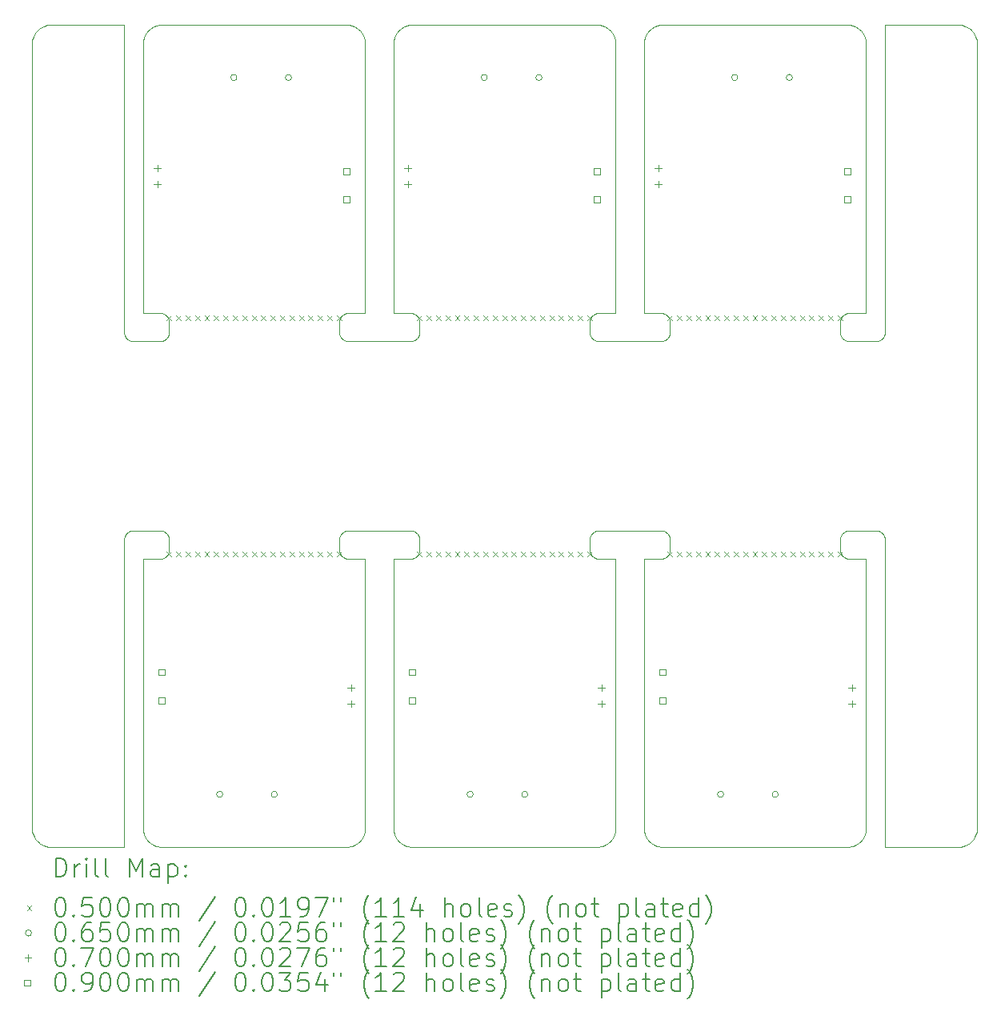
<source format=gbr>
%TF.GenerationSoftware,KiCad,Pcbnew,6.0.10+dfsg-1~bpo11+1*%
%TF.ProjectId,panel,70616e65-6c2e-46b6-9963-61645f706362,rev?*%
%TF.SameCoordinates,Original*%
%TF.FileFunction,Drillmap*%
%TF.FilePolarity,Positive*%
%FSLAX45Y45*%
G04 Gerber Fmt 4.5, Leading zero omitted, Abs format (unit mm)*
%MOMM*%
%LPD*%
G01*
G04 APERTURE LIST*
%ADD10C,0.100000*%
%ADD11C,0.200000*%
%ADD12C,0.050000*%
%ADD13C,0.065000*%
%ADD14C,0.070000*%
%ADD15C,0.090000*%
G04 APERTURE END LIST*
D10*
X16588310Y-5295168D02*
X16585915Y-5299396D01*
X15911928Y-2019910D02*
X15905022Y-2016737D01*
X13676227Y-7647500D02*
X13676203Y-7647500D01*
X10824166Y-10694980D02*
X10824214Y-10694970D01*
X18625902Y-2068785D02*
X18620808Y-2063147D01*
X16349544Y-10590938D02*
X16349556Y-10590960D01*
X19775893Y-10650333D02*
X19775912Y-10650318D01*
X15931850Y-10664032D02*
X15938196Y-10659850D01*
X13279701Y-2029628D02*
X13273152Y-2025773D01*
X10924012Y-7347500D02*
X11200988Y-7347500D01*
X16543328Y-5057005D02*
X16547668Y-5059190D01*
X15751072Y-5263026D02*
X15750477Y-5258204D01*
X15764085Y-7395604D02*
X15766685Y-7391499D01*
X13183863Y-2000225D02*
X13175633Y-2000016D01*
X19743192Y-2023102D02*
X19743170Y-2023091D01*
X9873102Y-10588192D02*
X9873631Y-10589243D01*
X11029380Y-10536494D02*
X11031098Y-10543896D01*
X18552718Y-2015748D02*
X18552695Y-2015738D01*
X18504054Y-2002150D02*
X18504029Y-2002146D01*
X16551896Y-7633415D02*
X16547668Y-7635810D01*
X13866136Y-2000225D02*
X13866111Y-2000225D01*
X11060164Y-2086783D02*
X11060150Y-2086804D01*
X13125646Y-7614984D02*
X13122472Y-7611305D01*
X9974619Y-2014811D02*
X9974596Y-2014819D01*
X16325352Y-5047252D02*
X16325390Y-5047283D01*
X13214013Y-2003870D02*
X13206532Y-2002530D01*
X19725404Y-10680181D02*
X19726502Y-10679757D01*
X16503510Y-10693814D02*
X16503535Y-10693817D01*
X19775912Y-2044682D02*
X19775893Y-2044667D01*
X18875513Y-10694865D02*
X18875556Y-10694888D01*
X13332354Y-10618403D02*
X13332370Y-10618383D01*
X16325217Y-7647890D02*
X16325188Y-7647930D01*
X13738128Y-2054209D02*
X13736329Y-2055919D01*
X16454362Y-2012919D02*
X16447305Y-2015738D01*
X16588310Y-5099832D02*
X16590495Y-5104172D01*
X16483531Y-2004375D02*
X16483506Y-2004380D01*
X9873631Y-10589243D02*
X9873654Y-10589287D01*
X11251896Y-7361585D02*
X11256001Y-7364185D01*
X9922212Y-2046222D02*
X9909488Y-2057754D01*
X11025739Y-7647542D02*
X11025692Y-7647556D01*
X11086329Y-10639080D02*
X11088128Y-10640791D01*
X13850988Y-5347500D02*
X13199012Y-5347500D01*
X13109505Y-5104172D02*
X13111690Y-5099832D01*
X11025646Y-7647572D02*
X11025600Y-7647591D01*
X16325600Y-7647591D02*
X16325556Y-7647612D01*
X11025188Y-7647930D02*
X11025161Y-7647970D01*
X13125646Y-5314984D02*
X13122472Y-5311305D01*
X13938310Y-7399832D02*
X13940495Y-7404172D01*
X16447305Y-2015738D02*
X16447282Y-2015748D01*
X9937900Y-2034437D02*
X9924107Y-2044667D01*
X16022474Y-10526508D02*
X16022850Y-10524054D01*
X16380937Y-2061311D02*
X16380919Y-2061329D01*
X18611853Y-2054192D02*
X18606215Y-2049098D01*
X13236071Y-10685418D02*
X13243262Y-10682960D01*
X18484474Y-5048572D02*
X18489296Y-5047977D01*
X11298097Y-7427186D02*
X11298928Y-7431974D01*
X19841366Y-2141975D02*
X19841352Y-2141928D01*
X18526348Y-2006733D02*
X18526324Y-2006726D01*
X13279723Y-10665358D02*
X13281829Y-10664045D01*
X18613671Y-10639080D02*
X18613689Y-10639063D01*
X11224367Y-2000016D02*
X11216136Y-2000225D01*
X11060150Y-10608196D02*
X11060164Y-10608217D01*
X16325000Y-7648703D02*
X16325000Y-7648727D01*
X11095707Y-2047448D02*
X11095688Y-2047464D01*
X10030424Y-2000991D02*
X10030375Y-2000996D01*
X13909974Y-7366983D02*
X13913805Y-7369972D01*
X11185962Y-10691125D02*
X11185987Y-10691129D01*
X18400477Y-5136796D02*
X18401072Y-5131974D01*
X16325016Y-2199367D02*
X16325016Y-2199379D01*
X19841680Y-10551890D02*
X19841686Y-10551866D01*
X13333890Y-2078580D02*
X13332370Y-2076617D01*
X13298403Y-10652355D02*
X13304293Y-10647552D01*
X13675008Y-5046568D02*
X13675013Y-5046617D01*
X18875316Y-2000281D02*
X18875281Y-2000316D01*
X16411783Y-10659836D02*
X16411804Y-10659850D01*
X13738147Y-10640808D02*
X13743785Y-10645902D01*
X18834974Y-5328017D02*
X18831001Y-5330815D01*
X13675013Y-5046617D02*
X13675020Y-5046666D01*
X11195971Y-2002146D02*
X11195946Y-2002150D01*
X13843467Y-10692470D02*
X13843492Y-10692474D01*
X11118149Y-10664032D02*
X11118171Y-10664045D01*
X13186393Y-2000353D02*
X13186368Y-2000351D01*
X13940495Y-5104172D02*
X13942464Y-5108614D01*
X16525621Y-10695000D02*
X16525633Y-10695000D01*
X16340738Y-2122305D02*
X16337919Y-2129362D01*
X13684582Y-10556071D02*
X13687040Y-10563262D01*
X15751902Y-5267814D02*
X15751072Y-5263026D01*
X13690738Y-10572695D02*
X13690748Y-10572718D01*
X15988403Y-2084725D02*
X15983905Y-2078600D01*
X10825120Y-7441642D02*
X10825477Y-7436796D01*
X16556001Y-5330815D02*
X16551896Y-5333415D01*
X10029183Y-10693857D02*
X10029207Y-10693860D01*
X13696014Y-10584179D02*
X13696026Y-10584202D01*
X11243328Y-5057005D02*
X11247668Y-5059190D01*
X15750477Y-7558204D02*
X15750119Y-7553358D01*
X13893328Y-7637995D02*
X13888885Y-7639964D01*
X15833889Y-2000225D02*
X15833863Y-2000225D01*
X13716095Y-2078600D02*
X13711597Y-2084725D01*
X16326227Y-5047500D02*
X16500988Y-5047500D01*
X9938882Y-10661255D02*
X9938923Y-10661282D01*
X11103600Y-2041095D02*
X11103580Y-2041110D01*
X11185962Y-2003875D02*
X11183531Y-2004375D01*
X16024984Y-10495633D02*
X16024984Y-10495621D01*
X11040739Y-10572695D02*
X11040748Y-10572718D01*
X18849354Y-5314984D02*
X18846003Y-5318503D01*
X13161114Y-5055036D02*
X13165648Y-5053287D01*
X18639836Y-10608217D02*
X18639850Y-10608196D01*
X18867464Y-7408614D02*
X18869213Y-7413148D01*
X11040739Y-2122305D02*
X11037920Y-2129362D01*
X10824648Y-10694752D02*
X10824684Y-10694719D01*
X11093785Y-10645902D02*
X11093805Y-10645919D01*
X9924107Y-10650333D02*
X9937900Y-10660563D01*
X16493467Y-2002530D02*
X16485987Y-2003870D01*
X13374019Y-7647506D02*
X13373797Y-7647500D01*
X18613671Y-2055919D02*
X18611872Y-2054209D01*
X10853997Y-5318503D02*
X10850646Y-5314984D01*
X16463929Y-2009582D02*
X16456738Y-2012040D01*
X11101597Y-10652355D02*
X11101617Y-10652370D01*
X13362089Y-2129386D02*
X13362080Y-2129362D01*
X13105787Y-5113148D02*
X13107536Y-5108614D01*
X16456738Y-10682960D02*
X16463929Y-10685418D01*
X18645358Y-2095277D02*
X18644045Y-2093171D01*
X15856507Y-2002526D02*
X15854054Y-2002150D01*
X19841352Y-2141928D02*
X19840983Y-2140811D01*
X15864013Y-10691129D02*
X15864038Y-10691125D01*
X11025161Y-5047030D02*
X11025188Y-5047070D01*
X11025020Y-7648334D02*
X11025013Y-7648383D01*
X11061597Y-10610275D02*
X11066095Y-10616400D01*
X18672474Y-10526508D02*
X18672850Y-10524054D01*
X13368273Y-10546324D02*
X13368896Y-10543921D01*
X11210704Y-5047977D02*
X11215526Y-5048572D01*
X13174367Y-10695000D02*
X13174379Y-10695000D01*
X18674909Y-7648100D02*
X18674888Y-7648056D01*
X16447282Y-10679252D02*
X16447305Y-10679261D01*
X18590254Y-2036582D02*
X18588217Y-2035164D01*
X13675000Y-10494367D02*
X13675000Y-10494379D01*
X18655090Y-10581928D02*
X18658263Y-10575022D01*
X13675225Y-10503863D02*
X13675225Y-10503889D01*
X18649239Y-10593130D02*
X18650444Y-10590960D01*
X9851140Y-10515793D02*
X9851143Y-10515817D01*
X18855517Y-5307474D02*
X18852528Y-5311305D01*
X16505858Y-7347619D02*
X16510704Y-7347977D01*
X13823651Y-10688267D02*
X13823676Y-10688274D01*
X13675470Y-5047339D02*
X13675512Y-5047365D01*
X9883088Y-2089918D02*
X9883075Y-2089938D01*
X18775988Y-7347500D02*
X18780858Y-7347619D01*
X13311872Y-2054209D02*
X13311853Y-2054192D01*
X13913805Y-7369972D02*
X13917484Y-7373146D01*
X15975919Y-2068804D02*
X15975902Y-2068785D01*
X18533679Y-10686169D02*
X18536047Y-10685426D01*
X16366110Y-10616420D02*
X16367630Y-10618383D01*
X18632370Y-2076617D02*
X18632355Y-2076597D01*
X13353986Y-10584179D02*
X13355079Y-10581951D01*
X16003974Y-10584202D02*
X16003986Y-10584179D01*
X16346014Y-2110821D02*
X16344921Y-2113049D01*
X13101072Y-5263026D02*
X13100477Y-5258204D01*
X16018273Y-10546324D02*
X16018896Y-10543921D01*
X18858315Y-7391499D02*
X18860915Y-7395604D01*
X13261950Y-10675079D02*
X13264179Y-10673986D01*
X19776878Y-10649563D02*
X19777770Y-10648794D01*
X11103600Y-10653905D02*
X11109725Y-10658403D01*
X11173676Y-2006726D02*
X11173652Y-2006733D01*
X13675091Y-7648100D02*
X13675072Y-7648145D01*
X16361582Y-10610254D02*
X16361597Y-10610275D01*
X16325091Y-7648100D02*
X16325072Y-7648145D01*
X10877332Y-5335810D02*
X10873104Y-5333415D01*
X9873091Y-10588170D02*
X9873102Y-10588192D01*
X18632355Y-2076597D02*
X18627552Y-2070707D01*
X13843492Y-10692474D02*
X13845946Y-10692850D01*
X15954312Y-10647536D02*
X15956195Y-10645919D01*
X11025883Y-5047487D02*
X11025932Y-5047492D01*
X13374994Y-5046519D02*
X13375000Y-5046297D01*
X13374068Y-2181004D02*
X13373817Y-2178535D01*
X19670817Y-10693857D02*
X19687804Y-10691337D01*
X13119483Y-5307474D02*
X13116685Y-5303501D01*
X9993134Y-10686686D02*
X10009791Y-10690859D01*
X19849004Y-2180375D02*
X19848860Y-2179207D01*
X10824354Y-2000072D02*
X10824308Y-2000056D01*
X13373817Y-2178535D02*
X13373814Y-2178510D01*
X18409505Y-5104172D02*
X18411690Y-5099832D01*
X9922230Y-2046206D02*
X9922212Y-2046222D01*
X15983905Y-2078600D02*
X15983890Y-2078580D01*
X18873097Y-7427186D02*
X18873928Y-7431974D01*
X13675692Y-5047444D02*
X13675739Y-5047458D01*
X13223921Y-10688896D02*
X13226324Y-10688274D01*
X11034582Y-2138929D02*
X11034574Y-2138953D01*
X16328870Y-10534013D02*
X16328875Y-10534038D01*
X16463953Y-10685426D02*
X16466321Y-10686169D01*
X11183531Y-10690625D02*
X11185962Y-10691125D01*
X13897668Y-7359190D02*
X13901896Y-7361585D01*
X18625919Y-10626195D02*
X18627536Y-10624312D01*
X15982354Y-2076597D02*
X15977552Y-2070707D01*
X11025056Y-5046808D02*
X11025072Y-5046854D01*
X13779062Y-2024544D02*
X13779040Y-2024556D01*
X18526348Y-10688267D02*
X18533655Y-10686176D01*
X11243328Y-7357005D02*
X11247668Y-7359190D01*
X13105787Y-5281852D02*
X13104263Y-5277238D01*
X16334574Y-2138953D02*
X16333831Y-2141321D01*
X13245637Y-10682080D02*
X13252695Y-10679261D01*
X16360164Y-2086783D02*
X16360150Y-2086804D01*
X13136195Y-7369972D02*
X13140026Y-7366983D01*
X13161114Y-5339964D02*
X13156672Y-5337995D01*
X13675556Y-5047388D02*
X13675600Y-5047409D01*
X13170262Y-5051763D02*
X13174945Y-5050467D01*
X18809352Y-7353287D02*
X18813886Y-7355036D01*
X16585915Y-7599396D02*
X16583315Y-7603501D01*
X10836690Y-5295168D02*
X10834505Y-5290828D01*
X18414085Y-5095604D02*
X18416685Y-5091499D01*
X18506533Y-2002530D02*
X18506508Y-2002526D01*
X16024165Y-5047480D02*
X16024214Y-5047470D01*
X18785704Y-5347023D02*
X18780858Y-5347380D01*
X18674684Y-5047219D02*
X18674719Y-5047184D01*
X16466321Y-2008831D02*
X16463953Y-2009574D01*
X13736311Y-10639063D02*
X13736329Y-10639080D01*
X10853997Y-7376497D02*
X10857516Y-7373146D01*
X9859025Y-2140788D02*
X9859017Y-2140811D01*
X15969063Y-10633689D02*
X15969080Y-10633671D01*
X13927528Y-7383695D02*
X13930517Y-7387526D01*
X18662080Y-10565638D02*
X18662090Y-10565614D01*
X19805333Y-2074107D02*
X19805318Y-2074087D01*
X19668378Y-2000903D02*
X19651226Y-2000060D01*
X16503510Y-2001186D02*
X16495971Y-2002146D01*
X13366176Y-2141345D02*
X13366169Y-2141321D01*
X16393804Y-10645919D02*
X16395688Y-10647536D01*
X16598097Y-5267814D02*
X16597033Y-5272555D01*
X9907754Y-10635512D02*
X9907771Y-10635530D01*
X13696026Y-2110798D02*
X13696014Y-2110821D01*
X15811114Y-5339964D02*
X15806672Y-5337995D01*
X16372464Y-10624312D02*
X16374081Y-10626195D01*
X13788072Y-2019910D02*
X13788049Y-2019921D01*
X13349239Y-10593130D02*
X13350444Y-10590960D01*
X10824214Y-2000030D02*
X10824166Y-2000020D01*
X19849097Y-2181622D02*
X19849096Y-2181598D01*
X15820262Y-5343237D02*
X15815648Y-5341713D01*
X9883075Y-10605061D02*
X9883088Y-10605082D01*
X15940254Y-2036582D02*
X15938217Y-2035164D01*
X18598383Y-10652370D02*
X18598403Y-10652355D01*
X16483506Y-2004380D02*
X16476103Y-2006098D01*
X13947033Y-7422445D02*
X13948097Y-7427186D01*
X18672470Y-10526533D02*
X18672474Y-10526508D01*
X10824719Y-2000316D02*
X10824684Y-2000281D01*
X10824610Y-10694783D02*
X10824648Y-10694752D01*
X11054628Y-2095299D02*
X11050773Y-2101848D01*
X19816255Y-2088882D02*
X19815577Y-2087920D01*
X11027526Y-2168492D02*
X11027150Y-2170946D01*
X16009252Y-2122282D02*
X16008273Y-2120001D01*
X19706890Y-10686680D02*
X19708025Y-10686366D01*
X16025000Y-2200633D02*
X16025000Y-2200621D01*
X13675281Y-5047184D02*
X13675316Y-5047219D01*
X16325430Y-5047312D02*
X16325470Y-5047339D01*
X9873654Y-10589287D02*
X9874234Y-10590311D01*
X10824980Y-10694166D02*
X10824987Y-10694117D01*
X13114085Y-5095604D02*
X13116685Y-5091499D01*
X15750119Y-7553358D02*
X15750000Y-7548488D01*
X13306214Y-10645902D02*
X13311853Y-10640808D01*
X16329375Y-10536469D02*
X16329380Y-10536494D01*
X11025016Y-10495621D02*
X11025016Y-10495633D01*
X13193970Y-2000930D02*
X13186393Y-2000353D01*
X18516494Y-10690620D02*
X18523896Y-10688902D01*
X18496465Y-10693817D02*
X18496490Y-10693814D01*
X18875248Y-10694648D02*
X18875281Y-10694684D01*
X9850000Y-10493773D02*
X9850000Y-10493797D01*
X16325692Y-5047444D02*
X16325739Y-5047458D01*
X18456672Y-7357005D02*
X18461114Y-7355036D01*
X16563805Y-5069972D02*
X16567484Y-5073146D01*
X16594212Y-5113148D02*
X16595737Y-5117762D01*
X18523896Y-2006098D02*
X18516494Y-2004380D01*
X9850996Y-10514625D02*
X9851140Y-10515793D01*
X11203535Y-2001183D02*
X11203510Y-2001186D01*
X15759505Y-7404172D02*
X15761690Y-7399832D01*
X13374970Y-5046714D02*
X13374980Y-5046666D01*
X15946400Y-2041095D02*
X15940275Y-2036597D01*
X18674261Y-5047458D02*
X18674308Y-5047444D01*
X18875030Y-10694214D02*
X18875042Y-10694261D01*
X18876227Y-10695000D02*
X19648773Y-10695000D01*
X13143999Y-5064185D02*
X13148104Y-5061585D01*
X18474945Y-5050467D02*
X18479686Y-5049403D01*
X11025188Y-5047070D02*
X11025217Y-5047110D01*
X16438072Y-2019910D02*
X16438049Y-2019921D01*
X13102967Y-5122445D02*
X13104263Y-5117762D01*
X16331098Y-10543896D02*
X16331104Y-10543921D01*
X16009261Y-10572695D02*
X16012080Y-10565638D01*
X15806672Y-5057005D02*
X15811114Y-5055036D01*
X13365426Y-2138953D02*
X13365418Y-2138929D01*
X16466345Y-10686176D02*
X16473651Y-10688267D01*
X11066095Y-2078600D02*
X11061597Y-2084725D01*
X13374980Y-5046666D02*
X13374987Y-5046617D01*
X13675470Y-7647660D02*
X13675430Y-7647688D01*
X18666169Y-10553679D02*
X18666176Y-10553655D01*
X15806672Y-5337995D02*
X15802332Y-5335810D01*
X13358273Y-10574999D02*
X13359252Y-10572718D01*
X18674783Y-5047110D02*
X18674812Y-5047070D01*
X11025042Y-5046761D02*
X11025056Y-5046808D01*
X11206029Y-2000930D02*
X11206004Y-2000932D01*
X19849009Y-10514576D02*
X19849096Y-10513402D01*
X19816255Y-10606118D02*
X19816282Y-10606077D01*
X13136195Y-5069972D02*
X13140026Y-5066983D01*
X13196490Y-2001186D02*
X13196465Y-2001183D01*
X15793999Y-7364185D02*
X15798104Y-7361585D01*
X18573130Y-2025761D02*
X18570960Y-2024556D01*
X19709189Y-2009017D02*
X19708072Y-2008648D01*
X13853510Y-2001186D02*
X13845971Y-2002146D01*
X13927528Y-7611305D02*
X13924354Y-7614984D01*
X11025000Y-7648703D02*
X11025000Y-7648727D01*
X18504029Y-2002146D02*
X18496490Y-2001186D01*
X11072464Y-10624312D02*
X11074081Y-10626195D01*
X13374994Y-7648481D02*
X13374992Y-7648432D01*
X11072448Y-10624293D02*
X11072464Y-10624312D01*
X11066110Y-2078580D02*
X11066095Y-2078600D01*
X11283315Y-5091499D02*
X11285915Y-5095604D01*
X13795001Y-2016727D02*
X13794978Y-2016737D01*
X11283315Y-7603501D02*
X11280517Y-7607474D01*
X11037920Y-2129362D02*
X11037910Y-2129386D01*
X16331726Y-2148676D02*
X16331104Y-2151079D01*
X16360150Y-2086804D02*
X16355968Y-2093149D01*
X19826898Y-2106808D02*
X19826369Y-2105757D01*
X18644032Y-2093149D02*
X18639850Y-2086804D01*
X16327530Y-10526533D02*
X16328870Y-10534013D01*
X18870737Y-5277238D02*
X18869213Y-5281852D01*
X11025135Y-7648012D02*
X11025112Y-7648056D01*
X16485962Y-2003875D02*
X16483531Y-2004375D01*
X11061582Y-2084746D02*
X11060164Y-2086783D01*
X18875834Y-2000020D02*
X18875786Y-2000030D01*
X11166345Y-10686176D02*
X11173652Y-10688267D01*
X18668267Y-10546348D02*
X18668274Y-10546324D01*
X16331104Y-10543921D02*
X16331726Y-10546324D01*
X9973452Y-2015261D02*
X9972376Y-2015738D01*
X15793999Y-5064185D02*
X15798104Y-5061585D01*
X18504029Y-10692854D02*
X18504054Y-10692850D01*
X13374308Y-7647556D02*
X13374261Y-7647542D01*
X11111783Y-10659836D02*
X11111804Y-10659850D01*
X13327536Y-2070688D02*
X13325919Y-2068804D01*
X11200988Y-5347500D02*
X10924012Y-5347500D01*
X11054628Y-10599701D02*
X11054642Y-10599723D01*
X16325932Y-10513996D02*
X16326183Y-10516465D01*
X11216136Y-10694775D02*
X11224367Y-10694984D01*
X16024987Y-5046617D02*
X16024992Y-5046568D01*
X13325902Y-2068785D02*
X13320808Y-2063147D01*
X10825000Y-5248488D02*
X10825000Y-2001227D01*
X11044910Y-2113072D02*
X11041737Y-2119978D01*
X19776840Y-10649594D02*
X19776878Y-10649563D01*
X16337919Y-2129362D02*
X16337910Y-2129386D01*
X15820262Y-7643237D02*
X15815648Y-7641712D01*
X18674487Y-5047365D02*
X18674530Y-5047339D01*
X16388128Y-2054209D02*
X16386329Y-2055919D01*
X11025112Y-5046944D02*
X11025135Y-5046987D01*
X15750477Y-7436796D02*
X15751072Y-7431974D01*
X11216111Y-2000225D02*
X11213632Y-2000351D01*
X19744243Y-10671369D02*
X19744287Y-10671346D01*
X11288310Y-7399832D02*
X11290495Y-7404172D01*
X11274354Y-7614984D02*
X11271003Y-7618503D01*
X18863310Y-7399832D02*
X18865495Y-7404172D01*
X13729192Y-10631853D02*
X13729209Y-10631872D01*
X19826369Y-2105757D02*
X19826346Y-2105713D01*
X16325645Y-7647572D02*
X16325600Y-7647591D01*
X16325135Y-7648012D02*
X16325112Y-7648056D01*
X18674987Y-5046617D02*
X18674992Y-5046568D01*
X13675981Y-5047494D02*
X13676203Y-5047500D01*
X18489296Y-5347023D02*
X18484474Y-5346428D01*
X16023817Y-10516465D02*
X16024068Y-10513996D01*
X13102967Y-7422445D02*
X13104263Y-7417762D01*
X18875352Y-2000248D02*
X18875316Y-2000281D01*
X18533655Y-10686176D02*
X18533679Y-10686169D01*
X16599523Y-7558204D02*
X16598928Y-7563026D01*
X11277528Y-5083695D02*
X11280517Y-5087526D01*
X13374992Y-7648432D02*
X13374987Y-7648383D01*
X15994045Y-10601829D02*
X15995358Y-10599723D01*
X18506508Y-10692474D02*
X18506533Y-10692470D01*
X16325000Y-7648727D02*
X16325000Y-10494367D01*
X13245614Y-10682090D02*
X13245637Y-10682080D01*
X13374927Y-5046854D02*
X13374944Y-5046808D01*
X11277528Y-5311305D02*
X11274354Y-5314984D01*
X11025217Y-7647890D02*
X11025188Y-7647930D01*
X11095688Y-2047464D02*
X11093805Y-2049081D01*
X16506004Y-10694068D02*
X16506029Y-10694070D01*
X11049556Y-2104040D02*
X11049544Y-2104062D01*
X11034574Y-2138953D02*
X11033831Y-2141321D01*
X18668896Y-2151079D02*
X18668274Y-2148676D01*
X11103580Y-2041110D02*
X11101617Y-2042630D01*
X11154386Y-10682090D02*
X11156714Y-10682952D01*
X16009252Y-10572718D02*
X16009261Y-10572695D01*
X19726502Y-10679757D02*
X19726548Y-10679738D01*
X18588196Y-10659850D02*
X18588217Y-10659836D01*
X13374812Y-5047070D02*
X13374839Y-5047030D01*
X19708072Y-2008648D02*
X19708025Y-2008634D01*
X9853663Y-10532804D02*
X9853667Y-10532828D01*
X11034574Y-10556047D02*
X11034582Y-10556071D01*
X18419483Y-7607474D02*
X18416685Y-7603501D01*
X16012089Y-2129386D02*
X16012080Y-2129362D01*
X19708025Y-10686366D02*
X19708072Y-10686352D01*
X16325930Y-10513970D02*
X16325932Y-10513996D01*
X16325112Y-7648056D02*
X16325091Y-7648100D01*
X18875556Y-10694888D02*
X18875600Y-10694909D01*
X16008263Y-2119978D02*
X16005090Y-2113072D01*
X19690209Y-2004141D02*
X19690185Y-2004135D01*
X11288310Y-5295168D02*
X11285915Y-5299396D01*
X11251896Y-5333415D02*
X11247668Y-5335810D01*
X15754263Y-7577238D02*
X15752967Y-7572555D01*
X18875013Y-2000883D02*
X18875008Y-2000932D01*
X18674649Y-10506368D02*
X18674774Y-10503889D01*
X13788049Y-10675079D02*
X13788072Y-10675090D01*
X15866494Y-10690620D02*
X15873896Y-10688902D01*
X13759746Y-10658418D02*
X13761783Y-10659836D01*
X16326183Y-10516465D02*
X16326186Y-10516490D01*
X10909474Y-7348572D02*
X10914296Y-7347977D01*
X16485987Y-2003870D02*
X16485962Y-2003875D01*
X16024444Y-7647612D02*
X16024400Y-7647591D01*
X13370625Y-10536469D02*
X13371125Y-10534038D01*
X11025000Y-10494379D02*
X11025016Y-10495621D01*
X16538885Y-7355036D02*
X16543328Y-7357005D01*
X13696014Y-2110821D02*
X13694921Y-2113049D01*
X9850903Y-2181622D02*
X9850060Y-2198774D01*
X18672854Y-2170971D02*
X18672850Y-2170946D01*
X9909488Y-2057754D02*
X9909470Y-2057771D01*
X15782516Y-7621854D02*
X15778997Y-7618503D01*
X15893286Y-2012048D02*
X15893262Y-2012040D01*
X18402967Y-7422445D02*
X18404263Y-7417762D01*
X13675430Y-5047312D02*
X13675470Y-5047339D01*
X18606195Y-2049081D02*
X18604312Y-2047464D01*
X13691727Y-10574999D02*
X13691737Y-10575022D01*
X11049544Y-2104062D02*
X11046026Y-2110798D01*
X19706866Y-10686686D02*
X19706890Y-10686680D01*
X16515526Y-5048572D02*
X16520314Y-5049403D01*
X16325556Y-7647612D02*
X16325512Y-7647635D01*
X18674530Y-7647660D02*
X18674487Y-7647635D01*
X16599880Y-5141642D02*
X16600000Y-5146512D01*
X13170262Y-7643237D02*
X13165648Y-7641712D01*
X13374570Y-7647688D02*
X13374529Y-7647660D01*
X15790026Y-7366983D02*
X15793999Y-7364185D01*
X13370625Y-2158531D02*
X13370620Y-2158506D01*
X13823651Y-2006733D02*
X13816345Y-2008824D01*
X16325316Y-7647781D02*
X16325281Y-7647816D01*
X15772472Y-5311305D02*
X15769483Y-5307474D01*
X15929701Y-10665372D02*
X15929723Y-10665358D01*
X13296400Y-10653905D02*
X13296420Y-10653890D01*
X10826903Y-5267814D02*
X10826072Y-5263026D01*
X13319063Y-10633689D02*
X13319080Y-10633671D01*
X15920960Y-2024556D02*
X15920937Y-2024544D01*
X15782516Y-5073146D02*
X15786195Y-5069972D01*
X13288196Y-10659850D02*
X13288217Y-10659836D01*
X16379209Y-10631872D02*
X16380919Y-10633671D01*
X11224379Y-10694984D02*
X11225621Y-10695000D01*
X18875135Y-10694487D02*
X18875161Y-10694530D01*
X18440026Y-5328017D02*
X18436195Y-5325028D01*
X9865739Y-2122376D02*
X9865262Y-2123452D01*
X11147282Y-10679252D02*
X11147305Y-10679261D01*
X18456672Y-7637995D02*
X18452332Y-7635810D01*
X11220314Y-5049403D02*
X11225055Y-5050467D01*
X9874247Y-2104668D02*
X9874234Y-2104689D01*
X11101617Y-2042630D02*
X11101597Y-2042645D01*
X16403580Y-10653890D02*
X16403600Y-10653905D01*
X18875786Y-10694970D02*
X18875834Y-10694980D01*
X13743785Y-10645902D02*
X13743804Y-10645919D01*
X13875621Y-2000000D02*
X13874379Y-2000016D01*
X18655090Y-2113072D02*
X18655079Y-2113049D01*
X16024070Y-2181030D02*
X16024068Y-2181004D01*
X13676186Y-10516490D02*
X13677146Y-10524029D01*
X18400477Y-7436796D02*
X18401072Y-7431974D01*
X16426848Y-10669227D02*
X16426870Y-10669239D01*
X13710150Y-2086804D02*
X13705968Y-2093149D01*
X9972354Y-2015749D02*
X9956830Y-2023091D01*
X11166321Y-10686169D02*
X11166345Y-10686176D01*
X15946400Y-10653905D02*
X15946420Y-10653890D01*
X11294212Y-5113148D02*
X11295737Y-5117762D01*
X11225621Y-2000000D02*
X11224379Y-2000016D01*
X16327150Y-2170946D02*
X16327146Y-2170971D01*
X18452332Y-5335810D02*
X18448104Y-5333415D01*
X9907771Y-2059470D02*
X9907754Y-2059488D01*
X16495971Y-2002146D02*
X16495946Y-2002150D01*
X18461114Y-5339964D02*
X18456672Y-5337995D01*
X11025091Y-5046900D02*
X11025112Y-5046944D01*
X18545614Y-10682090D02*
X18545638Y-10682080D01*
X9955757Y-10671369D02*
X9956808Y-10671898D01*
X18401072Y-7431974D02*
X18401903Y-7427186D01*
X16325000Y-10494367D02*
X16325000Y-10494379D01*
X13374774Y-2191111D02*
X13374649Y-2188632D01*
X15983890Y-10616420D02*
X15983905Y-10616400D01*
X18655079Y-10581951D02*
X18655090Y-10581928D01*
X11066110Y-10616420D02*
X11067630Y-10618383D01*
X16325883Y-5047487D02*
X16325932Y-5047492D01*
X16516111Y-2000225D02*
X16513632Y-2000351D01*
X18673797Y-5047500D02*
X18674019Y-5047494D01*
X13100119Y-5253358D02*
X13100000Y-5248488D01*
X13136195Y-5325028D02*
X13132516Y-5321854D01*
X13362952Y-10563286D02*
X13362960Y-10563262D01*
X13816345Y-2008824D02*
X13816321Y-2008831D01*
X9990788Y-10685975D02*
X9990811Y-10685983D01*
X16334582Y-2138929D02*
X16334574Y-2138953D01*
X16024944Y-5046808D02*
X16024958Y-5046761D01*
X13156672Y-7357005D02*
X13161114Y-7355036D01*
X18604293Y-2047448D02*
X18598403Y-2042645D01*
X13865526Y-5048572D02*
X13870314Y-5049403D01*
X16454362Y-10682080D02*
X16454386Y-10682090D01*
X13879738Y-5343237D02*
X13875055Y-5344533D01*
X13945737Y-5117762D02*
X13947033Y-5122445D01*
X13143999Y-7630815D02*
X13140026Y-7628017D01*
X18650456Y-2104062D02*
X18650444Y-2104040D01*
X16456714Y-2012048D02*
X16454386Y-2012910D01*
X13189296Y-7347977D02*
X13194142Y-7347619D01*
X13948928Y-7563026D02*
X13948097Y-7567814D01*
X13921003Y-5076497D02*
X13924354Y-5080016D01*
X10881672Y-5337995D02*
X10877332Y-5335810D01*
X13779040Y-2024556D02*
X13776870Y-2025761D01*
X13148104Y-7633415D02*
X13143999Y-7630815D01*
X13374019Y-5047494D02*
X13374068Y-5047492D01*
X13677530Y-10526533D02*
X13678870Y-10534013D01*
X13893328Y-5337995D02*
X13888885Y-5339964D01*
X18670625Y-2158531D02*
X18670620Y-2158506D01*
X11025225Y-10503863D02*
X11025226Y-10503889D01*
X15923152Y-10669227D02*
X15929701Y-10665372D01*
X13705955Y-2093171D02*
X13704642Y-2095277D01*
X13696026Y-10584202D02*
X13699544Y-10590938D01*
X16379192Y-10631853D02*
X16379209Y-10631872D01*
X15963671Y-2055919D02*
X15961872Y-2054209D01*
X10824019Y-10694994D02*
X10824068Y-10694992D01*
X13296420Y-10653890D02*
X13298383Y-10652370D01*
X18400477Y-5258204D02*
X18400120Y-5253358D01*
X11040748Y-10572718D02*
X11041727Y-10574999D01*
X13107536Y-7408614D02*
X13109505Y-7404172D01*
X16333831Y-10553679D02*
X16334574Y-10556047D01*
X19668378Y-10694097D02*
X19668402Y-10694096D01*
X16403600Y-10653905D02*
X16409725Y-10658403D01*
X13362960Y-2131738D02*
X13362952Y-2131714D01*
X16411804Y-2035150D02*
X16411783Y-2035164D01*
X10895262Y-7351763D02*
X10899945Y-7350467D01*
X15902695Y-2015738D02*
X15895637Y-2012919D01*
X16024261Y-7647542D02*
X16024214Y-7647530D01*
X15989850Y-10608196D02*
X15994032Y-10601851D01*
X13879738Y-7351763D02*
X13884352Y-7353287D01*
X10824117Y-2000013D02*
X10824068Y-2000008D01*
X13273130Y-2025761D02*
X13270960Y-2024556D01*
X18860915Y-5299396D02*
X18858315Y-5303501D01*
X10839085Y-7395604D02*
X10841685Y-7391499D01*
X19846333Y-2162172D02*
X19846132Y-2161012D01*
X16510704Y-7347977D02*
X16515526Y-7348572D01*
X9954668Y-10670753D02*
X9954689Y-10670766D01*
X15802332Y-5059190D02*
X15806672Y-5057005D01*
X16024992Y-7648432D02*
X16024987Y-7648383D01*
X13690748Y-2122282D02*
X13690738Y-2122305D01*
X13373773Y-5047500D02*
X13373797Y-5047500D01*
X13924354Y-7380016D02*
X13927528Y-7383695D01*
X11205858Y-5347380D02*
X11200988Y-5347500D01*
X18674068Y-10513996D02*
X18674070Y-10513970D01*
X9956830Y-10671909D02*
X9972354Y-10679251D01*
X13804386Y-10682090D02*
X13806714Y-10682952D01*
X15761690Y-5099832D02*
X15764085Y-5095604D01*
X16547668Y-5059190D02*
X16551896Y-5061585D01*
X10009791Y-10690859D02*
X10009815Y-10690865D01*
X11145001Y-10678273D02*
X11147282Y-10679252D01*
X13109505Y-7590828D02*
X13107536Y-7586385D01*
X13677530Y-2168467D02*
X13677526Y-2168492D01*
X19840983Y-10554189D02*
X19841352Y-10553072D01*
X18452332Y-7359190D02*
X18456672Y-7357005D01*
X16574354Y-5080016D02*
X16577528Y-5083695D01*
X16334582Y-10556071D02*
X16337040Y-10563262D01*
X13152332Y-5059190D02*
X13156672Y-5057005D01*
X18673814Y-10516490D02*
X18673817Y-10516465D01*
X18419483Y-7387526D02*
X18422472Y-7383695D01*
X18649227Y-2101848D02*
X18645372Y-2095299D01*
X10826903Y-7427186D02*
X10827967Y-7422445D01*
X11203535Y-10693817D02*
X11206004Y-10694068D01*
X15876348Y-10688267D02*
X15883655Y-10686176D01*
X16559974Y-7366983D02*
X16563805Y-7369972D01*
X18659261Y-10572695D02*
X18662080Y-10565638D01*
X13179686Y-7645597D02*
X13174945Y-7644533D01*
X13675390Y-5047283D02*
X13675430Y-5047312D01*
X13140026Y-5328017D02*
X13136195Y-5325028D01*
X19669576Y-10694009D02*
X19669625Y-10694004D01*
X13116685Y-5091499D02*
X13119483Y-5087526D01*
X18674444Y-5047388D02*
X18674487Y-5047365D01*
X13196465Y-10693817D02*
X13196490Y-10693814D01*
X11277528Y-7611305D02*
X11274354Y-7614984D01*
X15798104Y-5061585D02*
X15802332Y-5059190D01*
X11025281Y-7647816D02*
X11025248Y-7647852D01*
X16327526Y-2168492D02*
X16327150Y-2170946D01*
X18639850Y-2086804D02*
X18639836Y-2086783D01*
X19745311Y-2024234D02*
X19744287Y-2023654D01*
X13368902Y-10543896D02*
X13370620Y-10536494D01*
X18545638Y-2012919D02*
X18545614Y-2012910D01*
X19745332Y-2024247D02*
X19745311Y-2024234D01*
X13104263Y-7577238D02*
X13102967Y-7572555D01*
X15750119Y-5253358D02*
X15750000Y-5248488D01*
X11088147Y-10640808D02*
X11093785Y-10645902D01*
X11025353Y-10506393D02*
X11025930Y-10513970D01*
X18474945Y-7350467D02*
X18479686Y-7349402D01*
X16355968Y-10601851D02*
X16360150Y-10608196D01*
X16590495Y-7404172D02*
X16592464Y-7408614D01*
X18875006Y-10694019D02*
X18875008Y-10694068D01*
X10827967Y-5272555D02*
X10826903Y-5267814D01*
X18432516Y-7373146D02*
X18436195Y-7369972D01*
X13753600Y-2041095D02*
X13753580Y-2041110D01*
X16505858Y-7647380D02*
X16500988Y-7647500D01*
X13170262Y-5343237D02*
X13165648Y-5341713D01*
X9924088Y-2044682D02*
X9923160Y-2045406D01*
X13243286Y-10682952D02*
X13245614Y-10682090D01*
X9939939Y-10661925D02*
X9954668Y-10670753D01*
X16025000Y-10494379D02*
X16025000Y-10494367D01*
X16325160Y-5047030D02*
X16325188Y-5047070D01*
X18674647Y-2188607D02*
X18674070Y-2181030D01*
X10823773Y-2000000D02*
X10051227Y-2000000D01*
X11031726Y-10546324D02*
X11031733Y-10546348D01*
X15750000Y-5146512D02*
X15750119Y-5141642D01*
X16538885Y-7639964D02*
X16534352Y-7641712D01*
X13684574Y-2138953D02*
X13683831Y-2141321D01*
X13358263Y-10575022D02*
X13358273Y-10574999D01*
X11025042Y-7648239D02*
X11025030Y-7648286D01*
X18875188Y-2000430D02*
X18875161Y-2000470D01*
X16327146Y-2170971D02*
X16326186Y-2178510D01*
X11025056Y-7648192D02*
X11025042Y-7648239D01*
X15961853Y-2054192D02*
X15956214Y-2049098D01*
X18475633Y-2000016D02*
X18475621Y-2000016D01*
X15995358Y-10599723D02*
X15995371Y-10599701D01*
X13333890Y-10616420D02*
X13333905Y-10616400D01*
X16534352Y-7353287D02*
X16538885Y-7355036D01*
X13107536Y-5108614D02*
X13109505Y-5104172D01*
X18486393Y-10694647D02*
X18493970Y-10694070D01*
X13675692Y-7647556D02*
X13675645Y-7647572D01*
X18675000Y-2200633D02*
X18675000Y-2200621D01*
X11025932Y-7647508D02*
X11025883Y-7647513D01*
X15836368Y-10694649D02*
X15836393Y-10694647D01*
X18627552Y-10624293D02*
X18632355Y-10618403D01*
X19648797Y-2000000D02*
X19648773Y-2000000D01*
X13759725Y-2036597D02*
X13753600Y-2041095D01*
X18425646Y-7614984D02*
X18422472Y-7611305D01*
X15854054Y-10692850D02*
X15856507Y-10692474D01*
X10824308Y-10694944D02*
X10824354Y-10694928D01*
X13675188Y-5047070D02*
X13675217Y-5047110D01*
X13373797Y-5047500D02*
X13374019Y-5047494D01*
X13860704Y-5347023D02*
X13855858Y-5347380D01*
X19850000Y-10493773D02*
X19850000Y-2201227D01*
X15995358Y-2095277D02*
X15994045Y-2093171D01*
X15772472Y-7611305D02*
X15769483Y-7607474D01*
X11292464Y-7586385D02*
X11290495Y-7590828D01*
X16520314Y-7349402D02*
X16525055Y-7350467D01*
X13374719Y-7647816D02*
X13374684Y-7647781D01*
X13298383Y-10652370D02*
X13298403Y-10652355D01*
X11185987Y-10691129D02*
X11193467Y-10692470D01*
X19845859Y-2159791D02*
X19841686Y-2143134D01*
X16456714Y-10682952D02*
X16456738Y-10682960D01*
X11299880Y-7553358D02*
X11299523Y-7558204D01*
X15969063Y-2061311D02*
X15963689Y-2055937D01*
X9853667Y-2162172D02*
X9853663Y-2162196D01*
X16023797Y-7647500D02*
X16023773Y-7647500D01*
X15764085Y-7599396D02*
X15761690Y-7595168D01*
X15969080Y-10633671D02*
X15970791Y-10631872D01*
X13933315Y-7603501D02*
X13930517Y-7607474D01*
X13148104Y-5333415D02*
X13143999Y-5330815D01*
X13100000Y-7446512D02*
X13100119Y-7441642D01*
X15948383Y-2042630D02*
X15946420Y-2041110D01*
X11109746Y-2036582D02*
X11109725Y-2036597D01*
X16325056Y-5046808D02*
X16325072Y-5046854D01*
X13853510Y-10693814D02*
X13853535Y-10693817D01*
X15846490Y-10693814D02*
X15854029Y-10692854D01*
X13374775Y-10503863D02*
X13374984Y-10495633D01*
X11271003Y-5318503D02*
X11267484Y-5321854D01*
X13128997Y-7376497D02*
X13132516Y-7373146D01*
X18638403Y-2084725D02*
X18633905Y-2078600D01*
X13826079Y-2006104D02*
X13823676Y-2006726D01*
X13875633Y-10695000D02*
X15824367Y-10695000D01*
X18545614Y-2012910D02*
X18543286Y-2012048D01*
X11229738Y-7351763D02*
X11234352Y-7353287D01*
X16325834Y-7647520D02*
X16325786Y-7647530D01*
X15755787Y-5113148D02*
X15757536Y-5108614D01*
X11243328Y-7637995D02*
X11238885Y-7639964D01*
X11025834Y-7647520D02*
X11025786Y-7647530D01*
X15839296Y-5347023D02*
X15834474Y-5346428D01*
X13788049Y-2019921D02*
X13785821Y-2021014D01*
X13119483Y-7387526D02*
X13122472Y-7383695D01*
X11229738Y-7643237D02*
X11225055Y-7644533D01*
X13948097Y-5127186D02*
X13948928Y-5131974D01*
X18633890Y-10616420D02*
X18633905Y-10616400D01*
X16325932Y-5047492D02*
X16325981Y-5047494D01*
X13116685Y-7603501D02*
X13114085Y-7599396D01*
X13174945Y-5050467D02*
X13179686Y-5049403D01*
X11033824Y-10553655D02*
X11033831Y-10553679D01*
X13374570Y-5047312D02*
X13374610Y-5047283D01*
X13339850Y-2086804D02*
X13339836Y-2086783D01*
X16567484Y-5321854D02*
X16563805Y-5325028D01*
X13945737Y-7577238D02*
X13944212Y-7581852D01*
X11025930Y-2181030D02*
X11025353Y-2188607D01*
X11120299Y-2029628D02*
X11120277Y-2029642D01*
X16495946Y-10692850D02*
X16495971Y-10692854D01*
X11093785Y-2049098D02*
X11088147Y-2054192D01*
X11259974Y-5066983D02*
X11263805Y-5069972D01*
X15963689Y-2055937D02*
X15963671Y-2055919D01*
X9884437Y-2087900D02*
X9884423Y-2087920D01*
X9874247Y-10590332D02*
X9883075Y-10605061D01*
X13901896Y-7633415D02*
X13897668Y-7635810D01*
X13736311Y-2055937D02*
X13730937Y-2061311D01*
X13788072Y-10675090D02*
X13794978Y-10678263D01*
X13374774Y-10503889D02*
X13374775Y-10503863D01*
X10909474Y-5346428D02*
X10904686Y-5345597D01*
X11025030Y-7648286D02*
X11025020Y-7648334D01*
X11037040Y-10563262D02*
X11037048Y-10563286D01*
X13183863Y-10694775D02*
X13183889Y-10694774D01*
X15766685Y-7603501D02*
X15764085Y-7599396D01*
X11025016Y-2199367D02*
X11025016Y-2199379D01*
X13875621Y-10695000D02*
X13875633Y-10695000D01*
X13736329Y-10639080D02*
X13738128Y-10640791D01*
X18662952Y-2131714D02*
X18662090Y-2129386D01*
X13100119Y-7441642D02*
X13100477Y-7436796D01*
X18461114Y-5055036D02*
X18465648Y-5053287D01*
X13140026Y-7628017D02*
X13136195Y-7625028D01*
X18874523Y-7436796D02*
X18874880Y-7441642D01*
X11267484Y-5321854D02*
X11263805Y-5325028D01*
X9858634Y-10553025D02*
X9858648Y-10553072D01*
X10829263Y-7417762D02*
X10830787Y-7413148D01*
X18875430Y-10694812D02*
X18875470Y-10694839D01*
X18649227Y-10593152D02*
X18649239Y-10593130D01*
X19841366Y-10553025D02*
X19841680Y-10551890D01*
X16005079Y-10581951D02*
X16005090Y-10581928D01*
X15963689Y-10639063D02*
X15969063Y-10633689D01*
X13948097Y-7567814D02*
X13947033Y-7572555D01*
X13374117Y-7647513D02*
X13374068Y-7647508D01*
X18402967Y-7572555D02*
X18401903Y-7567814D01*
X13214013Y-10691129D02*
X13214038Y-10691125D01*
X13683824Y-10553655D02*
X13683831Y-10553679D01*
X13374070Y-2181030D02*
X13374068Y-2181004D01*
X13194142Y-5347380D02*
X13189296Y-5347023D01*
X13683831Y-10553679D02*
X13684574Y-10556047D01*
X15846490Y-2001186D02*
X15846465Y-2001183D01*
X16597033Y-7422445D02*
X16598097Y-7427186D01*
X10824068Y-2000008D02*
X10824019Y-2000006D01*
X10824812Y-10694570D02*
X10824839Y-10694530D01*
X11234352Y-5053287D02*
X11238885Y-5055036D01*
X16493467Y-10692470D02*
X16493492Y-10692474D01*
X13165648Y-7641712D02*
X13161114Y-7639964D01*
X11280517Y-7607474D02*
X11277528Y-7611305D01*
X16000444Y-2104040D02*
X15999239Y-2101870D01*
X13375000Y-7648727D02*
X13375000Y-7648703D01*
X11101597Y-2042645D02*
X11095707Y-2047448D01*
X13143999Y-7364185D02*
X13148104Y-7361585D01*
X15883679Y-10686169D02*
X15886047Y-10685426D01*
X11025013Y-7648383D02*
X11025008Y-7648432D01*
X11025281Y-5047184D02*
X11025316Y-5047219D01*
X18875390Y-2000217D02*
X18875352Y-2000248D01*
X16598928Y-7431974D02*
X16599523Y-7436796D01*
X16003974Y-2110798D02*
X16000456Y-2104062D01*
X13675020Y-5046666D02*
X13675030Y-5046714D01*
X9956808Y-10671898D02*
X9956830Y-10671909D01*
X15846465Y-10693817D02*
X15846490Y-10693814D01*
X13675112Y-5046944D02*
X13675135Y-5046987D01*
X13204054Y-2002150D02*
X13204029Y-2002146D01*
X16366095Y-10616400D02*
X16366110Y-10616420D01*
X13374610Y-7647717D02*
X13374570Y-7647688D01*
X15893286Y-10682952D02*
X15895614Y-10682090D01*
X13273152Y-10669227D02*
X13279701Y-10665372D01*
X18596420Y-2041110D02*
X18596400Y-2041095D01*
X16024019Y-7647506D02*
X16023797Y-7647500D01*
X13856029Y-10694070D02*
X13863607Y-10694647D01*
X16513607Y-2000353D02*
X16506029Y-2000930D01*
X13252695Y-2015738D02*
X13245637Y-2012919D01*
X11033824Y-2141345D02*
X11031733Y-2148652D01*
X15829686Y-7645597D02*
X15824945Y-7644533D01*
X13675932Y-2181004D02*
X13675930Y-2181030D01*
X11229738Y-5343237D02*
X11225055Y-5344533D01*
X13761783Y-10659836D02*
X13761804Y-10659850D01*
X16367630Y-2076617D02*
X16366110Y-2078580D01*
X18638403Y-10610275D02*
X18638418Y-10610254D01*
X16401617Y-2042630D02*
X16401597Y-2042645D01*
X16592464Y-7408614D02*
X16594212Y-7413148D01*
X18443999Y-5064185D02*
X18448104Y-5061585D01*
X10830787Y-5281852D02*
X10829263Y-5277238D01*
X16012960Y-2131738D02*
X16012952Y-2131714D01*
X15751072Y-7431974D02*
X15751902Y-7427186D01*
X13204054Y-10692850D02*
X13206507Y-10692474D01*
X13194142Y-7347619D02*
X13199012Y-7347500D01*
X15782516Y-5321854D02*
X15778997Y-5318503D01*
X16018902Y-2151104D02*
X16018896Y-2151079D01*
X9883745Y-2088882D02*
X9883718Y-2088923D01*
X11263805Y-7625028D02*
X11259974Y-7628017D01*
X13345371Y-2095299D02*
X13345358Y-2095277D01*
X16463929Y-10685418D02*
X16463953Y-10685426D01*
X13675351Y-10506368D02*
X13675353Y-10506393D01*
X9907754Y-2059488D02*
X9896222Y-2072212D01*
X13339836Y-2086783D02*
X13338418Y-2084746D01*
X11173652Y-10688267D02*
X11173676Y-10688274D01*
X15931850Y-2030968D02*
X15931829Y-2030955D01*
X13950000Y-7548488D02*
X13949880Y-7553358D01*
X18826896Y-5333415D02*
X18822668Y-5335810D01*
X11029380Y-2158506D02*
X11029375Y-2158531D01*
X18483889Y-10694774D02*
X18486368Y-10694649D01*
X18875161Y-10694530D02*
X18875188Y-10694570D01*
X11093805Y-10645919D02*
X11095688Y-10647536D01*
X13252718Y-2015748D02*
X13252695Y-2015738D01*
X18483863Y-10694775D02*
X18483889Y-10694774D01*
X18545638Y-10682080D02*
X18552695Y-10679261D01*
X19816282Y-10606077D02*
X19816912Y-10605082D01*
X9973498Y-10679757D02*
X9974596Y-10680181D01*
X15833889Y-10694774D02*
X15836368Y-10694649D01*
X11027146Y-10524029D02*
X11027150Y-10524054D01*
X9853868Y-10533988D02*
X9853878Y-10534036D01*
X15775646Y-5314984D02*
X15772472Y-5311305D01*
X10826072Y-5263026D02*
X10825477Y-5258204D01*
X16329375Y-2158531D02*
X16328875Y-2160962D01*
X19816925Y-2089938D02*
X19816912Y-2089918D01*
X18407536Y-5108614D02*
X18409505Y-5104172D01*
X16354642Y-10599723D02*
X16355955Y-10601829D01*
X11135798Y-10673974D02*
X11135821Y-10673986D01*
X9908618Y-2058583D02*
X9908583Y-2058617D01*
X13675390Y-7647717D02*
X13675352Y-7647748D01*
X16325883Y-7647513D02*
X16325834Y-7647520D01*
X18474945Y-5344533D02*
X18470262Y-5343237D01*
X16426870Y-10669239D02*
X16429040Y-10670444D01*
X13374444Y-5047388D02*
X13374487Y-5047365D01*
X16349556Y-10590960D02*
X16350761Y-10593130D01*
X13888885Y-7355036D02*
X13893328Y-7357005D01*
X19841686Y-2143134D02*
X19841680Y-2143110D01*
X11072448Y-2070707D02*
X11067645Y-2076597D01*
X19846132Y-10533988D02*
X19846333Y-10532828D01*
X13909974Y-5066983D02*
X13913805Y-5069972D01*
X18479686Y-7349402D02*
X18484474Y-7348572D01*
X15911950Y-10675079D02*
X15914179Y-10673986D01*
X16018273Y-2148676D02*
X16018267Y-2148652D01*
X9883718Y-10606077D02*
X9883745Y-10606118D01*
X11037040Y-2131738D02*
X11034582Y-2138929D01*
X15798104Y-7633415D02*
X15793999Y-7630815D01*
X16325016Y-10495633D02*
X16325225Y-10503863D01*
X13716110Y-10616420D02*
X13717630Y-10618383D01*
X19709212Y-10685975D02*
X19725381Y-10680189D01*
X13675030Y-7648286D02*
X13675020Y-7648334D01*
X13675981Y-7647506D02*
X13675932Y-7647508D01*
X18668274Y-2148676D02*
X18668267Y-2148652D01*
X13823676Y-2006726D02*
X13823651Y-2006733D01*
X13860704Y-7647023D02*
X13855858Y-7647380D01*
X13320808Y-10631853D02*
X13325902Y-10626215D01*
X16401597Y-2042645D02*
X16395707Y-2047448D01*
X18645358Y-10599723D02*
X18645372Y-10599701D01*
X16367630Y-10618383D02*
X16367645Y-10618403D01*
X11025556Y-7647612D02*
X11025513Y-7647635D01*
X9873631Y-2105757D02*
X9873102Y-2106808D01*
X19849940Y-2198774D02*
X19849097Y-2181622D01*
X19803794Y-2072230D02*
X19803778Y-2072212D01*
X15825633Y-10694984D02*
X15833863Y-10694775D01*
X18407536Y-7586385D02*
X18405787Y-7581852D01*
X10832536Y-5286386D02*
X10830787Y-5281852D01*
X19648773Y-2000000D02*
X18876227Y-2000000D01*
X13206507Y-2002526D02*
X13204054Y-2002150D01*
X9850059Y-10496201D02*
X9850060Y-10496226D01*
X11292464Y-5108614D02*
X11294212Y-5113148D01*
X10824994Y-2000981D02*
X10824992Y-2000932D01*
X16325112Y-5046944D02*
X16325135Y-5046987D01*
X16325353Y-2188607D02*
X16325351Y-2188632D01*
X16595737Y-7417762D02*
X16597033Y-7422445D01*
X11290495Y-5290828D02*
X11288310Y-5295168D01*
X16024308Y-5047444D02*
X16024354Y-5047428D01*
X9850991Y-2180424D02*
X9850904Y-2181598D01*
X15988403Y-10610275D02*
X15988418Y-10610254D01*
X16476103Y-10688902D02*
X16483506Y-10690620D01*
X15938217Y-10659836D02*
X15940254Y-10658418D01*
X19848860Y-10515793D02*
X19849004Y-10514625D01*
X13273152Y-2025773D02*
X13273130Y-2025761D01*
X18790526Y-7348572D02*
X18795314Y-7349402D01*
X10824980Y-2000834D02*
X10824970Y-2000786D01*
X11118149Y-2030968D02*
X11111804Y-2035150D01*
X13374068Y-5047492D02*
X13374117Y-5047487D01*
X13675000Y-7648727D02*
X13675000Y-10494367D01*
X10825000Y-2001227D02*
X10825000Y-2001203D01*
X13374529Y-5047339D02*
X13374570Y-5047312D01*
X11027146Y-2170971D02*
X11026186Y-2178510D01*
X16331733Y-2148652D02*
X16331726Y-2148676D01*
X13368267Y-2148652D02*
X13366176Y-2141345D01*
X16500988Y-7647500D02*
X16326227Y-7647500D01*
X13909974Y-7628017D02*
X13906001Y-7630815D01*
X15764085Y-5095604D02*
X15766685Y-5091499D01*
X11183506Y-2004380D02*
X11176104Y-2006098D01*
X16577528Y-5311305D02*
X16574354Y-5314984D01*
X19727646Y-10679251D02*
X19743170Y-10671909D01*
X11120277Y-2029642D02*
X11118171Y-2030955D01*
X11163953Y-10685426D02*
X11166321Y-10686169D01*
X9939939Y-2033075D02*
X9939918Y-2033088D01*
X13917484Y-5321854D02*
X13913805Y-5325028D01*
X11259974Y-7628017D02*
X11256001Y-7630815D01*
X13281829Y-2030955D02*
X13279723Y-2029642D01*
X16331726Y-10546324D02*
X16331733Y-10546348D01*
X18674070Y-2181030D02*
X18674068Y-2181004D01*
X16580517Y-5307474D02*
X16577528Y-5311305D01*
X13770299Y-10665372D02*
X13776848Y-10669227D01*
X13255022Y-2016737D02*
X13254999Y-2016727D01*
X13374487Y-7647635D02*
X13374444Y-7647612D01*
X16598928Y-5263026D02*
X16598097Y-5267814D01*
X18822668Y-5335810D02*
X18818328Y-5337995D01*
X18448104Y-5333415D02*
X18443999Y-5330815D01*
X15786195Y-5325028D02*
X15782516Y-5321854D01*
X18665418Y-2138929D02*
X18662960Y-2131738D01*
X13681726Y-10546324D02*
X13681733Y-10546348D01*
X16580517Y-7607474D02*
X16577528Y-7611305D01*
X9865749Y-10572646D02*
X9873091Y-10588170D01*
X11031733Y-2148652D02*
X11031726Y-2148676D01*
X18674019Y-7647506D02*
X18673797Y-7647500D01*
X11216136Y-2000225D02*
X11216111Y-2000225D01*
X15839296Y-7347977D02*
X15844142Y-7347619D01*
X18650456Y-10590938D02*
X18653974Y-10584202D01*
X13128997Y-7618503D02*
X13125646Y-7614984D01*
X16008273Y-10574999D02*
X16009252Y-10572718D01*
X13338418Y-10610254D02*
X13339836Y-10608217D01*
X19804563Y-2073122D02*
X19803794Y-2072230D01*
X19709212Y-2009025D02*
X19709189Y-2009017D01*
X16372464Y-2070688D02*
X16372448Y-2070707D01*
X18875000Y-5248488D02*
X18874880Y-5253358D01*
X9883718Y-2088923D02*
X9883088Y-2089918D01*
X19690185Y-10690865D02*
X19690209Y-10690859D01*
X18804738Y-7351763D02*
X18809352Y-7353287D01*
X10824308Y-2000056D02*
X10824261Y-2000042D01*
X9894667Y-10620893D02*
X9894682Y-10620912D01*
X11259974Y-7366983D02*
X11263805Y-7369972D01*
X16012960Y-10563262D02*
X16015418Y-10556071D01*
X11267484Y-5073146D02*
X11271003Y-5076497D01*
X15866469Y-10690625D02*
X15866494Y-10690620D01*
X13372470Y-10526533D02*
X13372474Y-10526508D01*
X18523921Y-2006104D02*
X18523896Y-2006098D01*
X18876203Y-2000000D02*
X18875981Y-2000006D01*
X15902695Y-10679261D02*
X15902718Y-10679252D01*
X18499012Y-5347500D02*
X18494142Y-5347380D01*
X19804594Y-2073160D02*
X19804563Y-2073122D01*
X16325013Y-5046617D02*
X16325020Y-5046666D01*
X16325160Y-7647970D02*
X16325135Y-7648012D01*
X11026183Y-2178535D02*
X11025932Y-2181004D01*
X9955757Y-2023631D02*
X9955713Y-2023654D01*
X18674980Y-7648334D02*
X18674970Y-7648286D01*
X16024068Y-5047492D02*
X16024117Y-5047487D01*
X19669625Y-2000996D02*
X19669576Y-2000991D01*
X19805318Y-10620912D02*
X19805333Y-10620893D01*
X13913805Y-7625028D02*
X13909974Y-7628017D01*
X16463953Y-2009574D02*
X16463929Y-2009582D01*
X18644045Y-2093171D02*
X18644032Y-2093149D01*
X18461114Y-7639964D02*
X18456672Y-7637995D01*
X15983890Y-2078580D02*
X15982370Y-2076617D01*
X13288196Y-2035150D02*
X13281850Y-2030968D01*
X11173652Y-2006733D02*
X11166345Y-2008824D01*
X16325692Y-7647556D02*
X16325645Y-7647572D01*
X13675883Y-7647513D02*
X13675834Y-7647520D01*
X18432516Y-5321854D02*
X18428997Y-5318503D01*
X11299880Y-5253358D02*
X11299523Y-5258204D01*
X16024970Y-5046714D02*
X16024980Y-5046666D01*
X11247668Y-7359190D02*
X11251896Y-7361585D01*
X11225621Y-10695000D02*
X11225633Y-10695000D01*
X16333824Y-10553655D02*
X16333831Y-10553679D01*
X18666169Y-2141321D02*
X18665426Y-2138953D01*
X18674980Y-5046666D02*
X18674987Y-5046617D01*
X11195971Y-10692854D02*
X11203510Y-10693814D01*
X11298097Y-7567814D02*
X11297033Y-7572555D01*
X16325352Y-7647748D02*
X16325316Y-7647781D01*
X13942464Y-5286386D02*
X13940495Y-5290828D01*
X11213607Y-10694647D02*
X11213632Y-10694649D01*
X16592464Y-5286386D02*
X16590495Y-5290828D01*
X16506029Y-10694070D02*
X16513607Y-10694647D01*
X18564179Y-2021014D02*
X18561951Y-2019921D01*
X13298383Y-2042630D02*
X13296420Y-2041110D01*
X18526324Y-2006726D02*
X18523921Y-2006104D01*
X11154386Y-2012910D02*
X11154362Y-2012919D01*
X11267484Y-7621854D02*
X11263805Y-7625028D01*
X13101902Y-5127186D02*
X13102967Y-5122445D01*
X18402967Y-5272555D02*
X18401903Y-5267814D01*
X16510704Y-5347023D02*
X16505858Y-5347380D01*
X18875013Y-10694117D02*
X18875020Y-10694166D01*
X18552695Y-2015738D02*
X18545638Y-2012919D01*
X16525055Y-5344533D02*
X16520314Y-5345597D01*
X16020625Y-10536469D02*
X16021125Y-10534038D01*
X19743170Y-2023091D02*
X19727646Y-2015749D01*
X10824865Y-2000512D02*
X10824839Y-2000470D01*
X19849097Y-10513378D02*
X19849940Y-10496226D01*
X11163929Y-2009582D02*
X11156738Y-2012040D01*
X13759746Y-2036582D02*
X13759725Y-2036597D01*
X16009261Y-2122305D02*
X16009252Y-2122282D01*
X13226348Y-2006733D02*
X13226324Y-2006726D01*
X16024909Y-7648100D02*
X16024888Y-7648056D01*
X15904999Y-10678273D02*
X15905022Y-10678263D01*
X16020620Y-2158506D02*
X16018902Y-2151104D01*
X15905022Y-2016737D02*
X15904999Y-2016727D01*
X18674958Y-7648239D02*
X18674944Y-7648192D01*
X16516136Y-2000225D02*
X16516111Y-2000225D01*
X18411690Y-7595168D02*
X18409505Y-7590828D01*
X15778997Y-5076497D02*
X15782516Y-5073146D01*
X13879738Y-7643237D02*
X13875055Y-7644533D01*
X16456738Y-2012040D02*
X16456714Y-2012048D01*
X11025226Y-10503889D02*
X11025351Y-10506368D01*
X11176104Y-10688902D02*
X11183506Y-10690620D01*
X13930517Y-7607474D02*
X13927528Y-7611305D01*
X16025000Y-5046273D02*
X16025000Y-2200633D01*
X11109746Y-10658418D02*
X11111783Y-10659836D01*
X13684582Y-2138929D02*
X13684574Y-2138953D01*
X13264202Y-10673974D02*
X13270937Y-10670456D01*
X16583315Y-5091499D02*
X16585915Y-5095604D01*
X13374984Y-10495633D02*
X13374984Y-10495621D01*
X13949880Y-5253358D02*
X13949523Y-5258204D01*
X18581851Y-10664032D02*
X18588196Y-10659850D01*
X13768149Y-10664032D02*
X13768171Y-10664045D01*
X18639836Y-2086783D02*
X18638418Y-2084746D01*
X11095688Y-10647536D02*
X11095707Y-10647552D01*
X13845946Y-10692850D02*
X13845971Y-10692854D01*
X10030424Y-10694009D02*
X10031598Y-10694096D01*
X16592464Y-7586385D02*
X16590495Y-7590828D01*
X13675000Y-2200633D02*
X13675000Y-5046273D01*
X10824214Y-10694970D02*
X10824261Y-10694958D01*
X13327552Y-2070707D02*
X13327536Y-2070688D01*
X13681104Y-2151079D02*
X13681098Y-2151104D01*
X13374610Y-5047283D02*
X13374648Y-5047252D01*
X13196465Y-2001183D02*
X13193996Y-2000932D01*
X11037910Y-10565614D02*
X11037920Y-10565638D01*
X16023773Y-7647500D02*
X15849012Y-7647500D01*
X18674166Y-5047480D02*
X18674214Y-5047470D01*
X16325351Y-10506368D02*
X16325353Y-10506393D01*
X13806738Y-2012040D02*
X13806714Y-2012048D01*
X13100477Y-7436796D02*
X13101072Y-7431974D01*
X19849096Y-2181598D02*
X19849009Y-2180424D01*
X11251896Y-5061585D02*
X11256001Y-5064185D01*
X15946420Y-10653890D02*
X15948383Y-10652370D01*
X18494142Y-7647380D02*
X18489296Y-7647023D01*
X13675248Y-7647852D02*
X13675217Y-7647890D01*
X13362080Y-10565638D02*
X13362089Y-10565614D01*
X15864038Y-2003875D02*
X15864013Y-2003870D01*
X16327526Y-10526508D02*
X16327530Y-10526533D01*
X18416685Y-5091499D02*
X18419483Y-5087526D01*
X16577528Y-7383695D02*
X16580517Y-7387526D01*
X16022470Y-10526533D02*
X16022474Y-10526508D01*
X9850000Y-2201203D02*
X9850000Y-2201227D01*
X16325512Y-7647635D02*
X16325470Y-7647660D01*
X15761690Y-7399832D02*
X15764085Y-7395604D01*
X18818328Y-7357005D02*
X18822668Y-7359190D01*
X11025351Y-2188632D02*
X11025226Y-2191111D01*
X15759505Y-5104172D02*
X15761690Y-5099832D01*
X16325932Y-7647508D02*
X16325883Y-7647513D01*
X11026203Y-5047500D02*
X11026227Y-5047500D01*
X16331104Y-2151079D02*
X16331098Y-2151104D01*
X19744287Y-2023654D02*
X19744243Y-2023631D01*
X16597033Y-5272555D02*
X16595737Y-5277238D01*
X15778997Y-7618503D02*
X15775646Y-7614984D01*
X13675006Y-5046519D02*
X13675008Y-5046568D01*
X10824909Y-2000600D02*
X10824888Y-2000556D01*
X16485987Y-10691129D02*
X16493467Y-10692470D01*
X16024980Y-7648334D02*
X16024970Y-7648286D01*
X13374812Y-7647930D02*
X13374783Y-7647890D01*
X16024774Y-10503889D02*
X16024775Y-10503863D01*
X11025883Y-7647513D02*
X11025834Y-7647520D01*
X16024992Y-5046568D02*
X16024994Y-5046519D01*
X13270937Y-10670456D02*
X13270960Y-10670444D01*
X18874523Y-5258204D02*
X18873928Y-5263026D01*
X16024068Y-10513996D02*
X16024070Y-10513970D01*
X11225633Y-10695000D02*
X13174367Y-10695000D01*
X13306214Y-2049098D02*
X13306195Y-2049081D01*
X16595737Y-5117762D02*
X16597033Y-5122445D01*
X19727624Y-2015738D02*
X19726548Y-2015261D01*
X10824648Y-2000248D02*
X10824610Y-2000217D01*
X13759725Y-10658403D02*
X13759746Y-10658418D01*
X19725381Y-10680189D02*
X19725404Y-10680181D01*
X9853878Y-10534036D02*
X9854135Y-10535185D01*
X16325006Y-7648481D02*
X16325000Y-7648703D01*
X19834261Y-2122376D02*
X19834251Y-2122354D01*
X13365418Y-2138929D02*
X13362960Y-2131738D01*
X11176079Y-2006104D02*
X11173676Y-2006726D01*
X11225633Y-2000000D02*
X11225621Y-2000000D01*
X11025000Y-7648727D02*
X11025000Y-10494367D01*
X16349544Y-2104062D02*
X16346026Y-2110798D01*
X13132516Y-7373146D02*
X13136195Y-7369972D01*
X18849354Y-7380016D02*
X18852528Y-7383695D01*
X13254999Y-10678273D02*
X13255022Y-10678263D01*
X19706866Y-2008314D02*
X19690209Y-2004141D01*
X13933315Y-5303501D02*
X13930517Y-5307474D01*
X19709189Y-10685983D02*
X19709212Y-10685975D01*
X10824752Y-10694648D02*
X10824783Y-10694610D01*
X16374081Y-2068804D02*
X16372464Y-2070688D01*
X10890648Y-7353287D02*
X10895262Y-7351763D01*
X16024839Y-5047030D02*
X16024865Y-5046987D01*
X16538885Y-5055036D02*
X16543328Y-5057005D01*
X16547668Y-7635810D02*
X16543328Y-7637995D01*
X18875000Y-2001203D02*
X18875000Y-2001227D01*
X18813886Y-5339964D02*
X18809352Y-5341713D01*
X13675225Y-10503889D02*
X13675351Y-10506368D01*
X15829686Y-5345597D02*
X15824945Y-5344533D01*
X18456672Y-5057005D02*
X18461114Y-5055036D01*
X18475621Y-10694984D02*
X18475633Y-10694984D01*
X13779040Y-10670444D02*
X13779062Y-10670456D01*
X13333905Y-10616400D02*
X13338403Y-10610275D01*
X13722448Y-2070707D02*
X13717645Y-2076597D01*
X11297033Y-5122445D02*
X11298097Y-5127186D01*
X11297033Y-5272555D02*
X11295737Y-5277238D01*
X18461114Y-7355036D02*
X18465648Y-7353287D01*
X16595737Y-5277238D02*
X16594212Y-5281852D01*
X13675000Y-5046273D02*
X13675000Y-5046297D01*
X18872033Y-5272555D02*
X18870737Y-5277238D01*
X19744243Y-2023631D02*
X19743192Y-2023102D01*
X13675600Y-5047409D02*
X13675645Y-5047428D01*
X13359252Y-10572718D02*
X13359261Y-10572695D01*
X13694910Y-2113072D02*
X13691737Y-2119978D01*
X13353974Y-10584202D02*
X13353986Y-10584179D01*
X18842484Y-7373146D02*
X18846003Y-7376497D01*
X19777788Y-2046222D02*
X19777770Y-2046206D01*
X18554999Y-2016727D02*
X18552718Y-2015748D01*
X15843996Y-10694068D02*
X15846465Y-10693817D01*
X16012080Y-2129362D02*
X16009261Y-2122305D01*
X10825000Y-2001203D02*
X10824994Y-2000981D01*
X18440026Y-5066983D02*
X18443999Y-5064185D01*
X16473651Y-10688267D02*
X16473676Y-10688274D01*
X13313689Y-10639063D02*
X13319063Y-10633689D01*
X16379209Y-2063128D02*
X16379192Y-2063147D01*
X10824865Y-10694487D02*
X10824888Y-10694444D01*
X19744287Y-10671346D02*
X19745311Y-10670766D01*
X11026227Y-7647500D02*
X11026203Y-7647500D01*
X18875008Y-2000932D02*
X18875006Y-2000981D01*
X16325072Y-5046854D02*
X16325091Y-5046900D01*
X13694910Y-10581928D02*
X13694921Y-10581951D01*
X19826346Y-2105713D02*
X19825766Y-2104689D01*
X11216111Y-10694774D02*
X11216136Y-10694775D01*
X16592464Y-5108614D02*
X16594212Y-5113148D01*
X16409725Y-10658403D02*
X16409746Y-10658418D01*
X16590495Y-5104172D02*
X16592464Y-5108614D01*
X15764085Y-5299396D02*
X15761690Y-5295168D01*
X15864013Y-2003870D02*
X15856532Y-2002530D01*
X13349239Y-2101870D02*
X13349227Y-2101848D01*
X11049544Y-10590938D02*
X11049556Y-10590960D01*
X11025600Y-5047409D02*
X11025646Y-5047428D01*
X13128997Y-5318503D02*
X13125646Y-5314984D01*
X13184474Y-5346428D02*
X13179686Y-5345597D01*
X13717630Y-2076617D02*
X13716110Y-2078580D01*
X11029375Y-10536469D02*
X11029380Y-10536494D01*
X18780858Y-7347619D02*
X18785704Y-7347977D01*
X13368273Y-2148676D02*
X13368267Y-2148652D01*
X15970808Y-10631853D02*
X15975902Y-10626215D01*
X19804563Y-10621878D02*
X19804594Y-10621840D01*
X13374165Y-7647520D02*
X13374117Y-7647513D01*
X10857516Y-5321854D02*
X10853997Y-5318503D01*
X13833506Y-10690620D02*
X13833531Y-10690625D01*
X13875055Y-7644533D02*
X13870314Y-7645597D01*
X13949523Y-5258204D02*
X13948928Y-5263026D01*
X13119483Y-7607474D02*
X13116685Y-7603501D01*
X18874880Y-5253358D02*
X18874523Y-5258204D01*
X11225055Y-5344533D02*
X11220314Y-5345597D01*
X18474379Y-10695000D02*
X18475621Y-10694984D01*
X13288217Y-2035164D02*
X13288196Y-2035150D01*
X10010964Y-10691122D02*
X10011012Y-10691132D01*
X18486368Y-10694649D02*
X18486393Y-10694647D01*
X10823773Y-10695000D02*
X10823797Y-10695000D01*
X9859017Y-2140811D02*
X9858648Y-2141928D01*
X11074081Y-2068804D02*
X11072464Y-2070688D01*
X11263805Y-5325028D02*
X11259974Y-5328017D01*
X16024400Y-5047409D02*
X16024444Y-5047388D01*
X18875056Y-10694308D02*
X18875072Y-10694354D01*
X10051227Y-2000000D02*
X10051203Y-2000000D01*
X11274354Y-5314984D02*
X11271003Y-5318503D01*
X13823676Y-10688274D02*
X13826079Y-10688896D01*
X18875020Y-10694166D02*
X18875030Y-10694214D01*
X15824379Y-2000000D02*
X15824367Y-2000000D01*
X19815577Y-2087920D02*
X19815563Y-2087900D01*
X11298097Y-5127186D02*
X11298928Y-5131974D01*
X15844142Y-7347619D02*
X15849012Y-7347500D01*
X18474945Y-7644533D02*
X18470262Y-7643237D01*
X11027526Y-10526508D02*
X11027530Y-10526533D01*
X18579701Y-10665372D02*
X18579723Y-10665358D01*
X10836690Y-7399832D02*
X10839085Y-7395604D01*
X18674888Y-5046944D02*
X18674909Y-5046900D01*
X16024865Y-7648012D02*
X16024839Y-7647970D01*
X16447282Y-2015748D02*
X16445001Y-2016727D01*
X16380919Y-2061329D02*
X16379209Y-2063128D01*
X16585915Y-7395604D02*
X16588310Y-7399832D01*
X18671125Y-10534038D02*
X18671129Y-10534013D01*
X16500988Y-5047500D02*
X16505858Y-5047620D01*
X18596400Y-2041095D02*
X18590275Y-2036597D01*
X10029207Y-10693860D02*
X10030375Y-10694004D01*
X13863632Y-2000351D02*
X13863607Y-2000353D01*
X16325786Y-5047470D02*
X16325834Y-5047480D01*
X16445001Y-2016727D02*
X16444978Y-2016737D01*
X9864811Y-10570381D02*
X9864819Y-10570404D01*
X13710150Y-10608196D02*
X13710164Y-10608217D01*
X19850000Y-2201203D02*
X19849941Y-2198799D01*
X16503535Y-10693817D02*
X16506004Y-10694068D01*
X9956830Y-2023091D02*
X9956808Y-2023102D01*
X16325981Y-7647506D02*
X16325932Y-7647508D01*
X15802332Y-7359190D02*
X15806672Y-7357005D01*
X11095707Y-10647552D02*
X11101597Y-10652355D01*
X11193467Y-2002530D02*
X11185987Y-2003870D01*
X18516494Y-2004380D02*
X18516469Y-2004375D01*
X15834474Y-5346428D02*
X15829686Y-5345597D01*
X16337910Y-10565614D02*
X16337919Y-10565638D01*
X11025316Y-5047219D02*
X11025352Y-5047252D01*
X15970808Y-2063147D02*
X15970791Y-2063128D01*
X13866111Y-2000225D02*
X13863632Y-2000351D01*
X18870737Y-7417762D02*
X18872033Y-7422445D01*
X15754263Y-7417762D02*
X15755787Y-7413148D01*
X13745707Y-10647552D02*
X13751597Y-10652355D01*
X18561951Y-10675079D02*
X18564179Y-10673986D01*
X13681733Y-2148652D02*
X13681726Y-2148676D01*
X19648773Y-10695000D02*
X19648797Y-10695000D01*
X10048799Y-10694941D02*
X10051203Y-10695000D01*
X18673773Y-7647500D02*
X18499012Y-7647500D01*
X10825120Y-5253358D02*
X10825000Y-5248488D01*
X13216494Y-10690620D02*
X13223896Y-10688902D01*
X16435821Y-10673986D02*
X16438049Y-10675079D01*
X13935915Y-5299396D02*
X13933315Y-5303501D01*
X11247668Y-5335810D02*
X11243328Y-5337995D01*
X16599523Y-5258204D02*
X16598928Y-5263026D01*
X19846333Y-10532828D02*
X19846337Y-10532804D01*
X11025000Y-10494367D02*
X11025000Y-10494379D01*
X11027530Y-2168467D02*
X11027526Y-2168492D01*
X11025352Y-7647748D02*
X11025316Y-7647781D01*
X16325000Y-2200633D02*
X16325000Y-5046273D01*
X13345371Y-10599701D02*
X13349227Y-10593152D01*
X18674719Y-7647816D02*
X18674684Y-7647781D01*
X18875135Y-2000512D02*
X18875112Y-2000556D01*
X11299523Y-7436796D02*
X11299880Y-7441642D01*
X16024752Y-7647852D02*
X16024719Y-7647816D01*
X18865495Y-5290828D02*
X18863310Y-5295168D01*
X18409505Y-7590828D02*
X18407536Y-7586385D01*
X13677526Y-2168492D02*
X13677150Y-2170946D01*
X13165648Y-7353287D02*
X13170262Y-7351763D01*
X18875030Y-2000786D02*
X18875020Y-2000834D01*
X13319080Y-10633671D02*
X13320791Y-10631872D01*
X16024068Y-2181004D02*
X16023817Y-2178535D01*
X16325030Y-7648286D02*
X16325020Y-7648334D01*
X18470262Y-7351763D02*
X18474945Y-7350467D01*
X13216494Y-2004380D02*
X13216469Y-2004375D01*
X11126848Y-10669227D02*
X11126870Y-10669239D01*
X10825000Y-10693797D02*
X10825000Y-10693773D01*
X13332370Y-2076617D02*
X13332354Y-2076597D01*
X18419483Y-5307474D02*
X18416685Y-5303501D01*
X15757536Y-5286386D02*
X15755787Y-5281852D01*
X11298928Y-7431974D02*
X11299523Y-7436796D01*
X15999239Y-2101870D02*
X15999227Y-2101848D01*
X19840975Y-2140788D02*
X19835189Y-2124619D01*
X16571003Y-7376497D02*
X16574354Y-7380016D01*
X9853667Y-10532828D02*
X9853868Y-10533988D01*
X11280517Y-7387526D02*
X11283315Y-7391499D01*
X16018896Y-2151079D02*
X16018273Y-2148676D01*
X13678875Y-10534038D02*
X13679375Y-10536469D01*
X16329380Y-10536494D02*
X16331098Y-10543896D01*
X19826369Y-10589243D02*
X19826898Y-10588192D01*
X16580517Y-7387526D02*
X16583315Y-7391499D01*
X18407536Y-7408614D02*
X18409505Y-7404172D01*
X16435798Y-10673974D02*
X16435821Y-10673986D01*
X13100000Y-7548488D02*
X13100000Y-7446512D01*
X13179686Y-5049403D02*
X13184474Y-5048572D01*
X18674775Y-10503863D02*
X18674984Y-10495633D01*
X19688988Y-10691132D02*
X19689036Y-10691122D01*
X16360164Y-10608217D02*
X16361582Y-10610254D01*
X11037048Y-2131714D02*
X11037040Y-2131738D01*
X16325008Y-5046568D02*
X16325013Y-5046617D01*
X15759505Y-7590828D02*
X15757536Y-7586385D01*
X16588310Y-7399832D02*
X16590495Y-7404172D01*
X18658263Y-2119978D02*
X18655090Y-2113072D01*
X18405787Y-5281852D02*
X18404263Y-5277238D01*
X10868999Y-5330815D02*
X10865026Y-5328017D01*
X11086311Y-2055937D02*
X11080937Y-2061311D01*
X16325981Y-5047494D02*
X16326203Y-5047500D01*
X19849009Y-2180424D02*
X19849004Y-2180375D01*
X13359261Y-10572695D02*
X13362080Y-10565638D01*
X18818328Y-5337995D02*
X18813886Y-5339964D01*
X18632370Y-10618383D02*
X18633890Y-10616420D01*
X16341737Y-2119978D02*
X16341727Y-2120001D01*
X15948383Y-10652370D02*
X15948403Y-10652355D01*
X11025692Y-7647556D02*
X11025646Y-7647572D01*
X18483889Y-2000225D02*
X18483863Y-2000225D01*
X16525055Y-5050467D02*
X16529738Y-5051763D01*
X11299880Y-7441642D02*
X11300000Y-7446512D01*
X13371129Y-2160987D02*
X13371125Y-2160962D01*
X13785798Y-2021026D02*
X13779062Y-2024544D01*
X11163953Y-2009574D02*
X11163929Y-2009582D01*
X13189296Y-5047977D02*
X13194142Y-5047620D01*
X11173676Y-10688274D02*
X11176079Y-10688896D01*
X13675930Y-10513970D02*
X13675932Y-10513996D01*
X16024783Y-5047110D02*
X16024812Y-5047070D01*
X11037048Y-10563286D02*
X11037910Y-10565614D01*
X10847472Y-5311305D02*
X10844483Y-5307474D01*
X9955713Y-10671346D02*
X9955757Y-10671369D01*
X19727646Y-2015749D02*
X19727624Y-2015738D01*
X18674068Y-5047492D02*
X18674117Y-5047487D01*
X13935915Y-7395604D02*
X13938310Y-7399832D01*
X18674970Y-5046714D02*
X18674980Y-5046666D01*
X11031726Y-2148676D02*
X11031104Y-2151079D01*
X16366095Y-2078600D02*
X16361597Y-2084725D01*
X15994032Y-2093149D02*
X15989850Y-2086804D01*
X11274354Y-5080016D02*
X11277528Y-5083695D01*
X15754263Y-5117762D02*
X15755787Y-5113148D01*
X18674839Y-5047030D02*
X18674865Y-5046987D01*
X9955713Y-2023654D02*
X9954689Y-2024234D01*
X13797282Y-2015748D02*
X13795001Y-2016727D01*
X18474379Y-2000000D02*
X18474367Y-2000000D01*
X13353986Y-2110821D02*
X13353974Y-2110798D01*
X10825000Y-10693773D02*
X10825000Y-7446512D01*
X15751072Y-7563026D02*
X15750477Y-7558204D01*
X16438072Y-10675090D02*
X16444978Y-10678263D01*
X15769483Y-5087526D02*
X15772472Y-5083695D01*
X13875055Y-7350467D02*
X13879738Y-7351763D01*
X13678870Y-2160987D02*
X13677530Y-2168467D01*
X11193467Y-10692470D02*
X11193492Y-10692474D01*
X19726548Y-10679738D02*
X19727624Y-10679261D01*
X13949523Y-5136796D02*
X13949880Y-5141642D01*
X10824888Y-10694444D02*
X10824909Y-10694400D01*
X16024570Y-7647688D02*
X16024529Y-7647660D01*
X18416685Y-5303501D02*
X18414085Y-5299396D01*
X18606195Y-10645919D02*
X18606215Y-10645902D01*
X16021129Y-2160987D02*
X16021125Y-2160962D01*
X18570938Y-10670456D02*
X18570960Y-10670444D01*
X11138072Y-10675090D02*
X11144978Y-10678263D01*
X11033831Y-2141321D02*
X11033824Y-2141345D01*
X9923160Y-10649594D02*
X9924088Y-10650318D01*
X13816321Y-10686169D02*
X13816345Y-10686176D01*
X16418171Y-10664045D02*
X16420277Y-10665358D01*
X15902718Y-10679252D02*
X15904999Y-10678273D01*
X13193996Y-10694068D02*
X13196465Y-10693817D01*
X18561928Y-2019910D02*
X18555022Y-2016737D01*
X16025000Y-5046297D02*
X16025000Y-5046273D01*
X10824684Y-2000281D02*
X10824648Y-2000248D01*
X18674928Y-7648145D02*
X18674909Y-7648100D01*
X18875739Y-2000042D02*
X18875692Y-2000056D01*
X13930517Y-5087526D02*
X13933315Y-5091499D01*
X13156672Y-5337995D02*
X13152332Y-5335810D01*
X16574354Y-5314984D02*
X16571003Y-5318503D01*
X13813953Y-2009574D02*
X13813929Y-2009582D01*
X10914296Y-5347023D02*
X10909474Y-5346428D01*
X16598097Y-5127186D02*
X16598928Y-5131974D01*
X13675042Y-7648239D02*
X13675030Y-7648286D01*
X11054642Y-10599723D02*
X11055955Y-10601829D01*
X15843970Y-10694070D02*
X15843996Y-10694068D01*
X11046026Y-10584202D02*
X11049544Y-10590938D01*
X16024214Y-7647530D02*
X16024165Y-7647520D01*
X18400000Y-7548488D02*
X18400000Y-7446512D01*
X15825620Y-2000016D02*
X15824379Y-2000000D01*
X16024775Y-10503863D02*
X16024984Y-10495633D01*
X19850000Y-2201227D02*
X19850000Y-2201203D01*
X11210704Y-5347023D02*
X11205858Y-5347380D01*
X11037910Y-2129386D02*
X11037048Y-2131714D01*
X13704642Y-10599723D02*
X13705955Y-10601829D01*
X18588217Y-10659836D02*
X18590254Y-10658418D01*
X16388128Y-10640791D02*
X16388147Y-10640808D01*
X16438049Y-10675079D02*
X16438072Y-10675090D01*
X9850904Y-2181598D02*
X9850903Y-2181622D01*
X16350773Y-2101848D02*
X16350761Y-2101870D01*
X13311853Y-10640808D02*
X13311872Y-10640791D01*
X13935915Y-5095604D02*
X13938310Y-5099832D01*
X16023817Y-2178535D02*
X16023814Y-2178510D01*
X19846337Y-2162196D02*
X19846333Y-2162172D01*
X13675042Y-5046761D02*
X13675056Y-5046808D01*
X16346026Y-2110798D02*
X16346014Y-2110821D01*
X13675056Y-5046808D02*
X13675072Y-5046854D01*
X13372474Y-2168492D02*
X13372470Y-2168467D01*
X11025556Y-5047388D02*
X11025600Y-5047409D01*
X10839085Y-5299396D02*
X10836690Y-5295168D01*
X13290254Y-2036582D02*
X13288217Y-2035164D01*
X13678875Y-2160962D02*
X13678870Y-2160987D01*
X13374649Y-2188632D02*
X13374647Y-2188607D01*
X13865526Y-7646428D02*
X13860704Y-7647023D01*
X16328875Y-10534038D02*
X16329375Y-10536469D01*
X16366110Y-2078580D02*
X16366095Y-2078600D01*
X18860915Y-7395604D02*
X18863310Y-7399832D01*
X11025000Y-2200621D02*
X11025000Y-2200633D01*
X16543328Y-5337995D02*
X16538885Y-5339964D01*
X13690738Y-2122305D02*
X13687919Y-2129362D01*
X11259974Y-5328017D02*
X11256001Y-5330815D01*
X16008273Y-2120001D02*
X16008263Y-2119978D01*
X16325834Y-5047480D02*
X16325883Y-5047487D01*
X18674970Y-7648286D02*
X18674958Y-7648239D01*
X11025353Y-2188607D02*
X11025351Y-2188632D01*
X13751597Y-2042645D02*
X13745707Y-2047448D01*
X13691737Y-2119978D02*
X13691727Y-2120001D01*
X9874234Y-10590311D02*
X9874247Y-10590332D01*
X19825753Y-2104668D02*
X19816925Y-2089938D01*
X18775988Y-5347500D02*
X18499012Y-5347500D01*
X18672474Y-2168492D02*
X18672470Y-2168467D01*
X16341727Y-2120001D02*
X16340748Y-2122282D01*
X13917484Y-7621854D02*
X13913805Y-7625028D01*
X10873104Y-5333415D02*
X10868999Y-5330815D01*
X18674888Y-7648056D02*
X18674865Y-7648012D01*
X11298928Y-7563026D02*
X11298097Y-7567814D01*
X18404263Y-7417762D02*
X18405787Y-7413148D01*
X13359252Y-2122282D02*
X13358273Y-2120001D01*
X18662952Y-10563286D02*
X18662960Y-10563262D01*
X18448104Y-7633415D02*
X18443999Y-7630815D01*
X13136195Y-7625028D02*
X13132516Y-7621854D01*
X11079192Y-2063147D02*
X11074098Y-2068785D01*
X16429062Y-2024544D02*
X16429040Y-2024556D01*
X10031622Y-10694097D02*
X10048774Y-10694940D01*
X16325470Y-5047339D02*
X16325512Y-5047365D01*
X11144978Y-10678263D02*
X11145001Y-10678273D01*
X15806672Y-7637995D02*
X15802332Y-7635810D01*
X16016169Y-10553679D02*
X16016176Y-10553655D01*
X15793999Y-7630815D02*
X15790026Y-7628017D01*
X11271003Y-5076497D02*
X11274354Y-5080016D01*
X16411783Y-2035164D02*
X16409746Y-2036582D01*
X13184474Y-7646428D02*
X13179686Y-7645597D01*
X15775646Y-7614984D02*
X15772472Y-7611305D01*
X16515526Y-5346428D02*
X16510704Y-5347023D01*
X18674354Y-5047428D02*
X18674400Y-5047409D01*
X9924107Y-2044667D02*
X9924088Y-2044682D01*
X10824958Y-2000739D02*
X10824944Y-2000692D01*
X13156672Y-7637995D02*
X13152332Y-7635810D01*
X18670620Y-2158506D02*
X18668902Y-2151104D01*
X13100119Y-5141642D02*
X13100477Y-5136796D01*
X15938196Y-10659850D02*
X15938217Y-10659836D01*
X10886114Y-7355036D02*
X10890648Y-7353287D01*
X18653974Y-2110798D02*
X18650456Y-2104062D01*
X15846465Y-2001183D02*
X15843996Y-2000932D01*
X13699556Y-10590960D02*
X13700761Y-10593130D01*
X16024984Y-2199367D02*
X16024775Y-2191137D01*
X18440026Y-7366983D02*
X18443999Y-7364185D01*
X16024839Y-7647970D02*
X16024812Y-7647930D01*
X18619063Y-2061311D02*
X18613689Y-2055937D01*
X16595737Y-7577238D02*
X16594212Y-7581852D01*
X18674487Y-7647635D02*
X18674444Y-7647612D01*
X16025000Y-7648727D02*
X16025000Y-7648703D01*
X11295737Y-7577238D02*
X11294212Y-7581852D01*
X13856029Y-2000930D02*
X13856004Y-2000932D01*
X10890648Y-5341713D02*
X10886114Y-5339964D01*
X13729192Y-2063147D02*
X13724098Y-2068785D01*
X18555022Y-10678263D02*
X18561928Y-10675090D01*
X18400477Y-7558204D02*
X18400120Y-7553358D01*
X16325225Y-10503863D02*
X16325225Y-10503889D01*
X13374987Y-7648383D02*
X13374980Y-7648334D01*
X13332354Y-2076597D02*
X13327552Y-2070707D01*
X16325281Y-5047184D02*
X16325316Y-5047219D01*
X18670625Y-10536469D02*
X18671125Y-10534038D01*
X16024308Y-7647556D02*
X16024261Y-7647542D01*
X11238885Y-5339964D02*
X11234352Y-5341713D01*
X13675739Y-5047458D02*
X13675786Y-5047470D01*
X16325739Y-5047458D02*
X16325786Y-5047470D01*
X15970791Y-2063128D02*
X15969080Y-2061329D01*
X13938310Y-5295168D02*
X13935915Y-5299396D01*
X16585915Y-5299396D02*
X16583315Y-5303501D01*
X10824812Y-2000430D02*
X10824783Y-2000390D01*
X18613689Y-10639063D02*
X18619063Y-10633689D01*
X16016176Y-2141345D02*
X16016169Y-2141321D01*
X13152332Y-7635810D02*
X13148104Y-7633415D01*
X13753600Y-10653905D02*
X13759725Y-10658403D01*
X13675353Y-10506393D02*
X13675930Y-10513970D01*
X13675512Y-7647635D02*
X13675470Y-7647660D01*
X13370620Y-2158506D02*
X13368902Y-2151104D01*
X18875072Y-10694354D02*
X18875091Y-10694400D01*
X9937900Y-10660563D02*
X9937920Y-10660577D01*
X13675645Y-7647572D02*
X13675600Y-7647591D01*
X16418171Y-2030955D02*
X16418149Y-2030968D01*
X9974596Y-10680181D02*
X9974619Y-10680189D01*
X11283315Y-7391499D02*
X11285915Y-7395604D01*
X11234352Y-7353287D02*
X11238885Y-7355036D01*
X13835962Y-2003875D02*
X13833531Y-2004375D01*
X13374984Y-2199379D02*
X13374984Y-2199367D01*
X9923160Y-2045406D02*
X9923122Y-2045437D01*
X13675316Y-5047219D02*
X13675352Y-5047252D01*
X10824944Y-10694308D02*
X10824958Y-10694261D01*
X10031598Y-2000904D02*
X10030424Y-2000991D01*
X13179686Y-7349402D02*
X13184474Y-7348572D01*
X16325008Y-7648432D02*
X16325006Y-7648481D01*
X10824684Y-10694719D02*
X10824719Y-10694684D01*
X15836368Y-2000351D02*
X15833889Y-2000225D01*
X10012196Y-10691337D02*
X10029183Y-10693857D01*
X18554999Y-10678273D02*
X18555022Y-10678263D01*
X15766685Y-5303501D02*
X15764085Y-5299396D01*
X13375000Y-5046297D02*
X13375000Y-5046273D01*
X11040748Y-2122282D02*
X11040739Y-2122305D01*
X13751617Y-2042630D02*
X13751597Y-2042645D01*
X10824166Y-2000020D02*
X10824117Y-2000013D01*
X15824945Y-5344533D02*
X15820262Y-5343237D01*
X9858314Y-10551866D02*
X9858320Y-10551890D01*
X16325217Y-5047110D02*
X16325248Y-5047148D01*
X15982370Y-10618383D02*
X15983890Y-10616420D01*
X19846122Y-10534036D02*
X19846132Y-10533988D01*
X11025390Y-5047283D02*
X11025430Y-5047312D01*
X13675217Y-7647890D02*
X13675188Y-7647930D01*
X16015418Y-10556071D02*
X16015426Y-10556047D01*
X18484474Y-7348572D02*
X18489296Y-7347977D01*
X16379192Y-2063147D02*
X16374098Y-2068785D01*
X9851140Y-2179207D02*
X9850996Y-2180375D01*
X19775912Y-10650318D02*
X19776840Y-10649594D01*
X18561928Y-10675090D02*
X18561951Y-10675079D01*
X16018896Y-10543921D02*
X16018902Y-10543896D01*
X13917484Y-5073146D02*
X13921003Y-5076497D01*
X18674214Y-5047470D02*
X18674261Y-5047458D01*
X13374647Y-10506393D02*
X13374649Y-10506368D01*
X10824487Y-10694865D02*
X10824530Y-10694839D01*
X18436195Y-5325028D02*
X18432516Y-5321854D01*
X13374909Y-5046900D02*
X13374927Y-5046854D01*
X18402967Y-5122445D02*
X18404263Y-5117762D01*
X13870314Y-5049403D02*
X13875055Y-5050467D01*
X15834474Y-7348572D02*
X15839296Y-7347977D01*
X16021125Y-2160962D02*
X16020625Y-2158531D01*
X13751617Y-10652370D02*
X13753580Y-10653890D01*
X13374783Y-7647890D02*
X13374752Y-7647852D01*
X16022474Y-2168492D02*
X16022470Y-2168467D01*
X9864819Y-2124596D02*
X9864811Y-2124619D01*
X13374354Y-7647572D02*
X13374308Y-7647556D01*
X18790526Y-5346428D02*
X18785704Y-5347023D01*
X13319063Y-2061311D02*
X13313689Y-2055937D01*
X19670793Y-2001140D02*
X19669625Y-2000996D01*
X18523921Y-10688896D02*
X18526324Y-10688274D01*
X11025008Y-7648432D02*
X11025006Y-7648481D01*
X16015426Y-10556047D02*
X16016169Y-10553679D01*
X11220314Y-5345597D02*
X11215526Y-5346428D01*
X11050761Y-2101870D02*
X11049556Y-2104040D01*
X16388147Y-2054192D02*
X16388128Y-2054209D01*
X18475621Y-2000016D02*
X18474379Y-2000000D01*
X19826909Y-2106830D02*
X19826898Y-2106808D01*
X18867464Y-5286386D02*
X18865495Y-5290828D01*
X18639850Y-10608196D02*
X18644032Y-10601851D01*
X10857516Y-7373146D02*
X10861195Y-7369972D01*
X18499012Y-5047500D02*
X18673773Y-5047500D01*
X18581851Y-2030968D02*
X18581829Y-2030955D01*
X11299523Y-7558204D02*
X11298928Y-7563026D01*
X18581829Y-2030955D02*
X18579723Y-2029642D01*
X16355968Y-2093149D02*
X16355955Y-2093171D01*
X13949523Y-7436796D02*
X13949880Y-7441642D01*
X13319080Y-2061329D02*
X13319063Y-2061311D01*
X15895614Y-10682090D02*
X15895637Y-10682080D01*
X16529738Y-5051763D02*
X16534352Y-5053287D01*
X15866494Y-2004380D02*
X15866469Y-2004375D01*
X9851143Y-10515817D02*
X9853663Y-10532804D01*
X18411690Y-5099832D02*
X18414085Y-5095604D01*
X13924354Y-7614984D02*
X13921003Y-7618503D01*
X13174379Y-2000000D02*
X13174367Y-2000000D01*
X13243286Y-2012048D02*
X13243262Y-2012040D01*
X13699544Y-2104062D02*
X13696026Y-2110798D01*
X15854054Y-2002150D02*
X15854029Y-2002146D01*
X16367645Y-2076597D02*
X16367630Y-2076617D01*
X11225055Y-7644533D02*
X11220314Y-7645597D01*
X13804386Y-2012910D02*
X13804362Y-2012919D01*
X10824400Y-10694909D02*
X10824444Y-10694888D01*
X13797305Y-2015738D02*
X13797282Y-2015748D01*
X13675000Y-7648703D02*
X13675000Y-7648727D01*
X19840983Y-2140811D02*
X19840975Y-2140788D01*
X13675072Y-7648145D02*
X13675056Y-7648192D01*
X11079209Y-2063128D02*
X11079192Y-2063147D01*
X18875217Y-2000390D02*
X18875188Y-2000430D01*
X16325020Y-5046666D02*
X16325030Y-5046714D01*
X18428997Y-7376497D02*
X18432516Y-7373146D01*
X11277528Y-7383695D02*
X11280517Y-7387526D01*
X16024019Y-5047494D02*
X16024068Y-5047492D01*
X13751597Y-10652355D02*
X13751617Y-10652370D01*
X16024117Y-5047487D02*
X16024165Y-5047480D01*
X19648797Y-10695000D02*
X19651201Y-10694941D01*
X18674117Y-7647513D02*
X18674068Y-7647508D01*
X9850060Y-10496226D02*
X9850903Y-10513378D01*
X13855858Y-5047620D02*
X13860704Y-5047977D01*
X19816912Y-10605082D02*
X19816925Y-10605061D01*
X11055955Y-2093171D02*
X11054642Y-2095277D01*
X15929701Y-2029628D02*
X15923152Y-2025773D01*
X13125646Y-7380016D02*
X13128997Y-7376497D01*
X13865526Y-5346428D02*
X13860704Y-5347023D01*
X10823797Y-10695000D02*
X10824019Y-10694994D01*
X13924354Y-5314984D02*
X13921003Y-5318503D01*
X11156738Y-10682960D02*
X11163929Y-10685418D01*
X15811114Y-5055036D02*
X15815648Y-5053287D01*
X16520314Y-5049403D02*
X16525055Y-5050467D01*
X9865262Y-2123452D02*
X9865243Y-2123498D01*
X13884352Y-7641712D02*
X13879738Y-7643237D01*
X18653986Y-2110821D02*
X18653974Y-2110798D01*
X16594212Y-7581852D02*
X16592464Y-7586385D01*
X13116685Y-5303501D02*
X13114085Y-5299396D01*
X19687828Y-10691333D02*
X19688988Y-10691132D01*
X18596420Y-10653890D02*
X18598383Y-10652370D01*
X9924088Y-10650318D02*
X9924107Y-10650333D01*
X19668402Y-10694096D02*
X19669576Y-10694009D01*
X15977552Y-10624293D02*
X15982354Y-10618403D01*
X11288310Y-7595168D02*
X11285915Y-7599396D01*
X11135821Y-2021014D02*
X11135798Y-2021026D01*
X11111804Y-2035150D02*
X11111783Y-2035164D01*
X19651226Y-2000060D02*
X19651201Y-2000059D01*
X13675645Y-5047428D02*
X13675692Y-5047444D01*
X16583315Y-7391499D02*
X16585915Y-7395604D01*
X13233655Y-10686176D02*
X13233679Y-10686169D01*
X13366176Y-10553655D02*
X13368267Y-10546348D01*
X13675006Y-7648481D02*
X13675000Y-7648703D01*
X18645372Y-10599701D02*
X18649227Y-10593152D01*
X11060164Y-10608217D02*
X11061582Y-10610254D01*
X10861195Y-7369972D02*
X10865026Y-7366983D01*
X13950000Y-5248488D02*
X13949880Y-5253358D01*
X13833531Y-10690625D02*
X13835962Y-10691125D01*
X13125646Y-5080016D02*
X13128997Y-5076497D01*
X16325932Y-2181004D02*
X16325930Y-2181030D01*
X18662960Y-2131738D02*
X18662952Y-2131714D01*
X16024648Y-5047252D02*
X16024684Y-5047219D01*
X18674261Y-7647542D02*
X18674214Y-7647530D01*
X13675600Y-7647591D02*
X13675556Y-7647612D01*
X10012196Y-2003663D02*
X10012172Y-2003667D01*
X13174945Y-5344533D02*
X13170262Y-5343237D01*
X11049556Y-10590960D02*
X11050761Y-10593130D01*
X13196490Y-10693814D02*
X13204029Y-10692854D01*
X16510704Y-7647023D02*
X16505858Y-7647380D01*
X13320791Y-2063128D02*
X13319080Y-2061329D01*
X13374980Y-7648334D02*
X13374970Y-7648286D01*
X11093805Y-2049081D02*
X11093785Y-2049098D01*
X18493996Y-10694068D02*
X18496465Y-10693817D01*
X13199012Y-5347500D02*
X13194142Y-5347380D01*
X16325016Y-10495621D02*
X16325016Y-10495633D01*
X13675556Y-7647612D02*
X13675512Y-7647635D01*
X16500988Y-5347500D02*
X15849012Y-5347500D01*
X16020625Y-2158531D02*
X16020620Y-2158506D01*
X11145001Y-2016727D02*
X11144978Y-2016737D01*
X18573130Y-10669239D02*
X18573152Y-10669227D01*
X16328870Y-2160987D02*
X16327530Y-2168467D01*
X15977536Y-10624312D02*
X15977552Y-10624293D01*
X19792229Y-2059470D02*
X19791417Y-2058617D01*
X18606215Y-10645902D02*
X18611853Y-10640808D01*
X19791417Y-2058617D02*
X19791382Y-2058583D01*
X10824783Y-2000390D02*
X10824752Y-2000352D01*
X13122472Y-7383695D02*
X13125646Y-7380016D01*
X19841680Y-2143110D02*
X19841366Y-2141975D01*
X13833531Y-2004375D02*
X13833506Y-2004380D01*
X18822668Y-7359190D02*
X18826896Y-7361585D01*
X19834757Y-2123498D02*
X19834738Y-2123452D01*
X9896222Y-2072212D02*
X9896206Y-2072230D01*
X13374944Y-5046808D02*
X13374958Y-5046761D01*
X11025217Y-5047110D02*
X11025248Y-5047148D01*
X19840975Y-10554212D02*
X19840983Y-10554189D01*
X18443999Y-7364185D02*
X18448104Y-7361585D01*
X9884423Y-2087920D02*
X9883745Y-2088882D01*
X13813929Y-10685418D02*
X13813953Y-10685426D01*
X11025470Y-7647660D02*
X11025430Y-7647688D01*
X15844142Y-5347380D02*
X15839296Y-5347023D01*
X15940275Y-10658403D02*
X15946400Y-10653905D01*
X18674775Y-2191137D02*
X18674774Y-2191111D01*
X19849004Y-10514625D02*
X19849009Y-10514576D01*
X18674944Y-5046808D02*
X18674958Y-5046761D01*
X16344921Y-10581951D02*
X16346014Y-10584179D01*
X10009815Y-2004135D02*
X10009791Y-2004141D01*
X13338403Y-10610275D02*
X13338418Y-10610254D01*
X16420277Y-2029642D02*
X16418171Y-2030955D01*
X18400000Y-5146512D02*
X18400120Y-5141642D01*
X13675281Y-7647816D02*
X13675248Y-7647852D01*
X16583315Y-5303501D02*
X16580517Y-5307474D01*
X13107536Y-5286386D02*
X13105787Y-5281852D01*
X16510704Y-5047977D02*
X16515526Y-5048572D01*
X16024610Y-5047283D02*
X16024648Y-5047252D01*
X18800055Y-7350467D02*
X18804738Y-7351763D01*
X13717645Y-10618403D02*
X13722448Y-10624293D01*
X13940495Y-5290828D02*
X13938310Y-5295168D01*
X16025000Y-10494367D02*
X16025000Y-7648727D01*
X13373797Y-7647500D02*
X13373773Y-7647500D01*
X15905022Y-10678263D02*
X15911928Y-10675090D01*
X9896206Y-10622770D02*
X9896222Y-10622788D01*
X16483506Y-10690620D02*
X16483531Y-10690625D01*
X13223896Y-10688902D02*
X13223921Y-10688896D01*
X10824992Y-10694068D02*
X10824994Y-10694019D01*
X10919142Y-7347619D02*
X10924012Y-7347500D01*
X16327146Y-10524029D02*
X16327150Y-10524054D01*
X13947033Y-7572555D02*
X13945737Y-7577238D01*
X15999239Y-10593130D02*
X16000444Y-10590960D01*
X13270960Y-10670444D02*
X13273130Y-10669239D01*
X18465648Y-7353287D02*
X18470262Y-7351763D01*
X16598097Y-7427186D02*
X16598928Y-7431974D01*
X13371125Y-2160962D02*
X13370625Y-2158531D01*
X16325225Y-2191111D02*
X16325225Y-2191137D01*
X16340738Y-10572695D02*
X16340748Y-10572718D01*
X9991975Y-10686366D02*
X9993110Y-10686680D01*
X18620791Y-2063128D02*
X18619080Y-2061329D01*
X18619063Y-10633689D02*
X18619080Y-10633671D01*
X18494142Y-5347380D02*
X18489296Y-5347023D01*
X9895437Y-2073122D02*
X9895406Y-2073160D01*
X9873654Y-2105713D02*
X9873631Y-2105757D01*
X16438049Y-2019921D02*
X16435821Y-2021014D01*
X19834251Y-10572646D02*
X19834261Y-10572624D01*
X13179686Y-5345597D02*
X13174945Y-5344533D01*
X15750477Y-5136796D02*
X15751072Y-5131974D01*
X11025248Y-7647852D02*
X11025217Y-7647890D01*
X16325042Y-5046761D02*
X16325056Y-5046808D01*
X13245614Y-2012910D02*
X13243286Y-2012048D01*
X16466321Y-10686169D02*
X16466345Y-10686176D01*
X13374117Y-5047487D02*
X13374165Y-5047480D01*
X13675000Y-5046297D02*
X13675006Y-5046519D01*
X16012952Y-2131714D02*
X16012089Y-2129386D01*
X13797305Y-10679261D02*
X13804362Y-10682080D01*
X18842484Y-5321854D02*
X18838805Y-5325028D01*
X11086311Y-10639063D02*
X11086329Y-10639080D01*
X11154362Y-2012919D02*
X11147305Y-2015738D01*
X19651201Y-10694941D02*
X19651226Y-10694940D01*
X11025786Y-5047470D02*
X11025834Y-5047480D01*
X18875390Y-10694783D02*
X18875430Y-10694812D01*
X13216469Y-10690625D02*
X13216494Y-10690620D01*
X13374308Y-5047444D02*
X13374354Y-5047428D01*
X9864811Y-2124619D02*
X9859025Y-2140788D01*
X13374070Y-10513970D02*
X13374647Y-10506393D01*
X16571003Y-5318503D02*
X16567484Y-5321854D01*
X16329380Y-2158506D02*
X16329375Y-2158531D01*
X9854141Y-2159791D02*
X9854135Y-2159815D01*
X16386311Y-10639063D02*
X16386329Y-10639080D01*
X18875692Y-10694944D02*
X18875739Y-10694958D01*
X15790026Y-5066983D02*
X15793999Y-5064185D01*
X15914202Y-2021026D02*
X15914179Y-2021014D01*
X10824839Y-10694530D02*
X10824865Y-10694487D01*
X19815577Y-10607080D02*
X19816255Y-10606118D01*
X11213632Y-10694649D02*
X11216111Y-10694774D01*
X19762080Y-2034423D02*
X19761118Y-2033745D01*
X15994032Y-10601851D02*
X15994045Y-10601829D01*
X19690185Y-2004135D02*
X19689036Y-2003877D01*
X13870314Y-7349402D02*
X13875055Y-7350467D01*
X16325000Y-2200621D02*
X16325000Y-2200633D01*
X13676186Y-2178510D02*
X13676183Y-2178535D01*
X11285915Y-7599396D02*
X11283315Y-7603501D01*
X16325645Y-5047428D02*
X16325692Y-5047444D01*
X18875834Y-10694980D02*
X18875883Y-10694987D01*
X18674070Y-10513970D02*
X18674647Y-10506393D01*
X10877332Y-7359190D02*
X10881672Y-7357005D01*
X16503535Y-2001183D02*
X16503510Y-2001186D01*
X15790026Y-5328017D02*
X15786195Y-5325028D01*
X15825633Y-2000016D02*
X15825620Y-2000016D01*
X15975919Y-10626195D02*
X15977536Y-10624312D01*
X13374648Y-5047252D02*
X13374684Y-5047219D01*
X18494142Y-5047620D02*
X18499012Y-5047500D01*
X13156672Y-5057005D02*
X13161114Y-5055036D01*
X18598383Y-2042630D02*
X18596420Y-2041110D01*
X11185987Y-2003870D02*
X11185962Y-2003875D01*
X19760061Y-2033075D02*
X19745332Y-2024247D01*
X10825477Y-7436796D02*
X10826072Y-7431974D01*
X15856532Y-2002530D02*
X15856507Y-2002526D01*
X11215526Y-7348572D02*
X11220314Y-7349402D01*
X13950000Y-7446512D02*
X13950000Y-7548488D01*
X11101617Y-10652370D02*
X11103580Y-10653890D01*
X18855517Y-7387526D02*
X18858315Y-7391499D01*
X11088128Y-10640791D02*
X11088147Y-10640808D01*
X16426870Y-2025761D02*
X16426848Y-2025773D01*
X18674752Y-5047148D02*
X18674783Y-5047110D01*
X18674994Y-7648481D02*
X18674992Y-7648432D01*
X15982354Y-10618403D02*
X15982370Y-10618383D01*
X10824987Y-2000883D02*
X10824980Y-2000834D01*
X13690748Y-10572718D02*
X13691727Y-10574999D01*
X16024984Y-10495621D02*
X16025000Y-10494379D01*
X11126870Y-10669239D02*
X11129040Y-10670444D01*
X19790512Y-2057754D02*
X19777788Y-2046222D01*
X18674308Y-5047444D02*
X18674354Y-5047428D01*
X18875646Y-2000072D02*
X18875600Y-2000091D01*
X11183531Y-2004375D02*
X11183506Y-2004380D01*
X13344032Y-10601851D02*
X13344045Y-10601829D01*
X16022854Y-2170971D02*
X16022850Y-2170946D01*
X18852528Y-7383695D02*
X18855517Y-7387526D01*
X18874880Y-7441642D02*
X18875000Y-7446512D01*
X13233679Y-10686169D02*
X13236047Y-10685426D01*
X13206507Y-10692474D02*
X13206532Y-10692470D01*
X11138049Y-2019921D02*
X11135821Y-2021014D01*
X19849940Y-10496226D02*
X19849941Y-10496201D01*
X16337048Y-2131714D02*
X16337040Y-2131738D01*
X15948403Y-2042645D02*
X15948383Y-2042630D01*
X16325000Y-5046273D02*
X16325000Y-5046297D01*
X16529738Y-7643237D02*
X16525055Y-7644533D01*
X11135821Y-10673986D02*
X11138049Y-10675079D01*
X10824987Y-10694117D02*
X10824992Y-10694068D01*
X13761783Y-2035164D02*
X13759746Y-2036582D01*
X15954312Y-2047464D02*
X15954293Y-2047448D01*
X18875006Y-2000981D02*
X18875000Y-2001203D01*
X13948928Y-7431974D02*
X13949523Y-7436796D01*
X16024117Y-7647513D02*
X16024068Y-7647508D01*
X13186393Y-10694647D02*
X13193970Y-10694070D01*
X18674752Y-7647852D02*
X18674719Y-7647816D01*
X13374068Y-10513996D02*
X13374070Y-10513970D01*
X18813886Y-7355036D02*
X18818328Y-7357005D01*
X15798104Y-7361585D02*
X15802332Y-7359190D01*
X16337040Y-10563262D02*
X16337048Y-10563286D01*
X13374839Y-7647970D02*
X13374812Y-7647930D01*
X15775646Y-5080016D02*
X15778997Y-5076497D01*
X13927528Y-5311305D02*
X13924354Y-5314984D01*
X13949880Y-7441642D02*
X13950000Y-7446512D01*
X18536071Y-10685418D02*
X18543262Y-10682960D01*
X10824570Y-10694812D02*
X10824610Y-10694783D01*
X13679380Y-10536494D02*
X13681098Y-10543896D01*
X18674958Y-5046761D02*
X18674970Y-5046714D01*
X15778997Y-7376497D02*
X15782516Y-7373146D01*
X15843970Y-2000930D02*
X15836393Y-2000353D01*
X9850060Y-2198774D02*
X9850059Y-2198799D01*
X19841686Y-10551866D02*
X19845859Y-10535209D01*
X11298928Y-5131974D02*
X11299523Y-5136796D01*
X13186368Y-10694649D02*
X13186393Y-10694647D01*
X19792246Y-10635512D02*
X19803778Y-10622788D01*
X9874234Y-2104689D02*
X9873654Y-2105713D01*
X11144978Y-2016737D02*
X11138072Y-2019910D01*
X16590495Y-7590828D02*
X16588310Y-7595168D01*
X18606215Y-2049098D02*
X18606195Y-2049081D01*
X11299880Y-5141642D02*
X11300000Y-5146512D01*
X16344910Y-10581928D02*
X16344921Y-10581951D01*
X10051227Y-10695000D02*
X10823773Y-10695000D01*
X10824888Y-2000556D02*
X10824865Y-2000512D01*
X15775646Y-7380016D02*
X15778997Y-7376497D01*
X15825620Y-10694984D02*
X15825633Y-10694984D01*
X13374214Y-7647530D02*
X13374165Y-7647520D01*
X11033831Y-10553679D02*
X11034574Y-10556047D01*
X11163929Y-10685418D02*
X11163953Y-10685426D01*
X16023814Y-10516490D02*
X16023817Y-10516465D01*
X13768171Y-10664045D02*
X13770277Y-10665358D01*
X16325091Y-5046900D02*
X16325112Y-5046944D01*
X18852528Y-5311305D02*
X18849354Y-5314984D01*
X19849096Y-10513402D02*
X19849097Y-10513378D01*
X18493970Y-10694070D02*
X18493996Y-10694068D01*
X18475633Y-10694984D02*
X18483863Y-10694775D01*
X13362952Y-2131714D02*
X13362089Y-2129386D01*
X13675932Y-7647508D02*
X13675883Y-7647513D01*
X13785821Y-2021014D02*
X13785798Y-2021026D01*
X18533679Y-2008831D02*
X18533655Y-2008824D01*
X13374719Y-5047184D02*
X13374752Y-5047148D01*
X15961853Y-10640808D02*
X15961872Y-10640791D01*
X18470262Y-5343237D02*
X18465648Y-5341713D01*
X18875008Y-10694068D02*
X18875013Y-10694117D01*
X11025390Y-7647717D02*
X11025352Y-7647748D01*
X13933315Y-7391499D02*
X13935915Y-7395604D01*
X9907771Y-10635530D02*
X9908583Y-10636382D01*
X13183889Y-10694774D02*
X13186368Y-10694649D01*
X11027530Y-10526533D02*
X11028871Y-10534013D01*
X19826346Y-10589287D02*
X19826369Y-10589243D01*
X15849012Y-5347500D02*
X15844142Y-5347380D01*
X9954689Y-10670766D02*
X9955713Y-10671346D01*
X16559974Y-5328017D02*
X16556001Y-5330815D01*
X13362089Y-10565614D02*
X13362952Y-10563286D01*
X18564202Y-2021026D02*
X18564179Y-2021014D01*
X13843492Y-2002526D02*
X13843467Y-2002530D01*
X11215526Y-5048572D02*
X11220314Y-5049403D01*
X10824783Y-10694610D02*
X10824812Y-10694570D01*
X18613689Y-2055937D02*
X18613671Y-2055919D01*
X18674944Y-7648192D02*
X18674928Y-7648145D01*
X18596400Y-10653905D02*
X18596420Y-10653890D01*
X13368896Y-2151079D02*
X13368273Y-2148676D01*
X9859017Y-10554189D02*
X9859025Y-10554212D01*
X13304293Y-2047448D02*
X13298403Y-2042645D01*
X9938923Y-2033718D02*
X9938882Y-2033745D01*
X9865739Y-10572624D02*
X9865749Y-10572646D01*
X16418149Y-2030968D02*
X16411804Y-2035150D01*
X13132516Y-5073146D02*
X13136195Y-5069972D01*
X15751902Y-7427186D02*
X15752967Y-7422445D01*
X13675056Y-7648192D02*
X13675042Y-7648239D01*
X11251896Y-7633415D02*
X11247668Y-7635810D01*
X13675352Y-5047252D02*
X13675390Y-5047283D01*
X9991975Y-2008634D02*
X9991928Y-2008648D01*
X16012089Y-10565614D02*
X16012952Y-10563286D01*
X15920937Y-2024544D02*
X15914202Y-2021026D01*
X9894667Y-2074107D02*
X9884437Y-2087900D01*
X11200988Y-7647500D02*
X11026227Y-7647500D01*
X13105787Y-7581852D02*
X13104263Y-7577238D01*
X11126870Y-2025761D02*
X11126848Y-2025773D01*
X13944212Y-7581852D02*
X13942464Y-7586385D01*
X18452332Y-7635810D02*
X18448104Y-7633415D01*
X18401903Y-7427186D02*
X18402967Y-7422445D01*
X15751072Y-5131974D02*
X15751902Y-5127186D01*
X19846122Y-2160964D02*
X19845865Y-2159815D01*
X16325470Y-7647660D02*
X16325430Y-7647688D01*
X13374649Y-10506368D02*
X13374774Y-10503889D01*
X13863607Y-10694647D02*
X13863632Y-10694649D01*
X13332370Y-10618383D02*
X13333890Y-10616420D01*
X16551896Y-5061585D02*
X16556001Y-5064185D01*
X16350761Y-2101870D02*
X16349556Y-2104040D01*
X16000456Y-10590938D02*
X16003974Y-10584202D01*
X13694921Y-10581951D02*
X13696014Y-10584179D01*
X11025786Y-7647530D02*
X11025739Y-7647542D01*
X16326203Y-5047500D02*
X16326227Y-5047500D01*
X13949523Y-7558204D02*
X13948928Y-7563026D01*
X16325351Y-2188632D02*
X16325225Y-2191111D01*
X15929723Y-10665358D02*
X15931829Y-10664045D01*
X15824367Y-10695000D02*
X15824379Y-10695000D01*
X18876203Y-10695000D02*
X18876227Y-10695000D01*
X9850059Y-2198799D02*
X9850000Y-2201203D01*
X13114085Y-5299396D02*
X13111690Y-5295168D01*
X15815648Y-5341713D02*
X15811114Y-5339964D01*
X16506029Y-2000930D02*
X16506004Y-2000932D01*
X16574354Y-7380016D02*
X16577528Y-7383695D01*
X19815563Y-2087900D02*
X19805333Y-2074107D01*
X11299523Y-5136796D02*
X11299880Y-5141642D01*
X16005090Y-2113072D02*
X16005079Y-2113049D01*
X13306195Y-2049081D02*
X13304312Y-2047464D01*
X18400120Y-5253358D02*
X18400000Y-5248488D01*
X13724098Y-10626215D02*
X13729192Y-10631853D01*
X13705968Y-2093149D02*
X13705955Y-2093171D01*
X13806738Y-10682960D02*
X13813929Y-10685418D01*
X19745332Y-10670753D02*
X19760061Y-10661925D01*
X18653974Y-10584202D02*
X18653986Y-10584179D01*
X10824719Y-10694684D02*
X10824752Y-10694648D01*
X13675072Y-5046854D02*
X13675091Y-5046900D01*
X16003986Y-10584179D02*
X16005079Y-10581951D01*
X9909470Y-10637229D02*
X9909488Y-10637246D01*
X11138049Y-10675079D02*
X11138072Y-10675090D01*
X18405787Y-7413148D02*
X18407536Y-7408614D01*
X11041737Y-2119978D02*
X11041727Y-2120001D01*
X11061597Y-2084725D02*
X11061582Y-2084746D01*
X15752967Y-5272555D02*
X15751902Y-5267814D01*
X13677526Y-10526508D02*
X13677530Y-10526533D01*
X18795314Y-5345597D02*
X18790526Y-5346428D01*
X11026186Y-2178510D02*
X11026183Y-2178535D01*
X15956195Y-2049081D02*
X15954312Y-2047464D01*
X9972376Y-2015738D02*
X9972354Y-2015749D01*
X9853878Y-2160964D02*
X9853868Y-2161012D01*
X18443999Y-5330815D02*
X18440026Y-5328017D01*
X13897668Y-7635810D02*
X13893328Y-7637995D01*
X16395707Y-2047448D02*
X16395688Y-2047464D01*
X11203510Y-10693814D02*
X11203535Y-10693817D01*
X18665426Y-2138953D02*
X18665418Y-2138929D01*
X13214038Y-2003875D02*
X13214013Y-2003870D01*
X9894682Y-2074087D02*
X9894667Y-2074107D01*
X11031098Y-2151104D02*
X11029380Y-2158506D01*
X11027150Y-2170946D02*
X11027146Y-2170971D01*
X13100477Y-5136796D02*
X13101072Y-5131974D01*
X15824945Y-7350467D02*
X15829686Y-7349402D01*
X15844142Y-7647380D02*
X15839296Y-7647023D01*
X13105787Y-7413148D02*
X13107536Y-7408614D01*
X9956808Y-2023102D02*
X9955757Y-2023631D01*
X16325030Y-5046714D02*
X16325042Y-5046761D01*
X13874367Y-10694984D02*
X13874379Y-10694984D01*
X16600000Y-5146512D02*
X16600000Y-5248488D01*
X13813929Y-2009582D02*
X13806738Y-2012040D01*
X13204029Y-10692854D02*
X13204054Y-10692850D01*
X11080937Y-10633689D02*
X11086311Y-10639063D01*
X18674984Y-10495633D02*
X18674984Y-10495621D01*
X15757536Y-5108614D02*
X15759505Y-5104172D01*
X18573152Y-10669227D02*
X18579701Y-10665372D01*
X16583315Y-7603501D02*
X16580517Y-7607474D01*
X18514013Y-2003870D02*
X18506533Y-2002530D01*
X18401072Y-7563026D02*
X18400477Y-7558204D01*
X13806714Y-10682952D02*
X13806738Y-10682960D01*
X13675834Y-5047480D02*
X13675883Y-5047487D01*
X13338418Y-2084746D02*
X13338403Y-2084725D01*
X18674400Y-5047409D02*
X18674444Y-5047388D01*
X13373773Y-7647500D02*
X13199012Y-7647500D01*
X11025091Y-7648100D02*
X11025072Y-7648145D01*
X15849012Y-7347500D02*
X16500988Y-7347500D01*
X18627552Y-2070707D02*
X18627536Y-2070688D01*
X11294212Y-7581852D02*
X11292464Y-7586385D01*
X19845865Y-2159815D02*
X19845859Y-2159791D01*
X11074098Y-2068785D02*
X11074081Y-2068804D01*
X16325739Y-7647542D02*
X16325692Y-7647556D01*
X19706890Y-2008320D02*
X19706866Y-2008314D01*
X19805333Y-10620893D02*
X19815563Y-10607100D01*
X19848860Y-2179207D02*
X19848857Y-2179183D01*
X13374487Y-5047365D02*
X13374529Y-5047339D01*
X15754263Y-5277238D02*
X15752967Y-5272555D01*
X16547668Y-5335810D02*
X16543328Y-5337995D01*
X15778997Y-5318503D02*
X15775646Y-5314984D01*
X13856004Y-2000932D02*
X13853535Y-2001183D01*
X13216469Y-2004375D02*
X13214038Y-2003875D01*
X13206532Y-2002530D02*
X13206507Y-2002526D01*
X11025072Y-7648145D02*
X11025056Y-7648192D01*
X10899945Y-5344533D02*
X10895262Y-5343237D01*
X19849941Y-2198799D02*
X19849940Y-2198774D01*
X13745707Y-2047448D02*
X13745688Y-2047464D01*
X15766685Y-5091499D02*
X15769483Y-5087526D01*
X18875042Y-2000739D02*
X18875030Y-2000786D01*
X9973498Y-2015243D02*
X9973452Y-2015261D01*
X16515526Y-7646428D02*
X16510704Y-7647023D01*
X10824994Y-2000981D02*
X10824994Y-2000981D01*
X13942464Y-7408614D02*
X13944212Y-7413148D01*
X13374261Y-5047458D02*
X13374308Y-5047444D01*
X18875981Y-10694994D02*
X18876203Y-10695000D01*
X13794978Y-10678263D02*
X13795001Y-10678273D01*
X10030375Y-2000996D02*
X10029207Y-2001140D01*
X16380919Y-10633671D02*
X16380937Y-10633689D01*
X18489296Y-7347977D02*
X18494142Y-7347619D01*
X16551896Y-5333415D02*
X16547668Y-5335810D01*
X13722464Y-10624312D02*
X13724081Y-10626195D01*
X18484474Y-5346428D02*
X18479686Y-5345597D01*
X11120299Y-10665372D02*
X11126848Y-10669227D01*
X13768149Y-2030968D02*
X13761804Y-2035150D01*
X11041727Y-2120001D02*
X11040748Y-2122282D01*
X18404263Y-7577238D02*
X18402967Y-7572555D01*
X11031104Y-10543921D02*
X11031726Y-10546324D01*
X18400120Y-5141642D02*
X18400477Y-5136796D01*
X13691727Y-2120001D02*
X13690748Y-2122282D01*
X19816912Y-2089918D02*
X19816282Y-2088923D01*
X16326227Y-7647500D02*
X16326203Y-7647500D01*
X13675008Y-7648432D02*
X13675006Y-7648481D01*
X11050773Y-10593152D02*
X11054628Y-10599701D01*
X13700773Y-10593152D02*
X13704628Y-10599701D01*
X13358273Y-2120001D02*
X13358263Y-2119978D01*
X18674839Y-7647970D02*
X18674812Y-7647930D01*
X18443999Y-7630815D02*
X18440026Y-7628017D01*
X9873102Y-2106808D02*
X9873091Y-2106830D01*
X16367645Y-10618403D02*
X16372448Y-10624293D01*
X16024444Y-5047388D02*
X16024487Y-5047365D01*
X13700773Y-2101848D02*
X13700761Y-2101870D01*
X13165648Y-5053287D02*
X13170262Y-5051763D01*
X15895637Y-10682080D02*
X15902695Y-10679261D01*
X13114085Y-7599396D02*
X13111690Y-7595168D01*
X18465648Y-5341713D02*
X18461114Y-5339964D01*
X15824945Y-7644533D02*
X15820262Y-7643237D01*
X16024812Y-7647930D02*
X16024783Y-7647890D01*
X16466345Y-2008824D02*
X16466321Y-2008831D01*
X13699556Y-2104040D02*
X13699544Y-2104062D01*
X11055968Y-10601851D02*
X11060150Y-10608196D01*
X18588217Y-2035164D02*
X18588196Y-2035150D01*
X18590275Y-2036597D02*
X18590254Y-2036582D01*
X16326183Y-2178535D02*
X16325932Y-2181004D01*
X9908583Y-2058617D02*
X9907771Y-2059470D01*
X9923122Y-2045437D02*
X9922230Y-2046206D01*
X13184474Y-7348572D02*
X13189296Y-7347977D01*
X16506004Y-2000932D02*
X16503535Y-2001183D01*
X16325316Y-5047219D02*
X16325352Y-5047252D01*
X16325600Y-5047409D02*
X16325645Y-5047428D01*
X11026227Y-5047500D02*
X11200988Y-5047500D01*
X16024647Y-2188607D02*
X16024070Y-2181030D01*
X11072464Y-2070688D02*
X11072448Y-2070707D01*
X13281850Y-10664032D02*
X13288196Y-10659850D01*
X19762080Y-10660577D02*
X19762100Y-10660563D01*
X15793999Y-5330815D02*
X15790026Y-5328017D01*
X13687910Y-2129386D02*
X13687048Y-2131714D01*
X16024487Y-7647635D02*
X16024444Y-7647612D01*
X15995371Y-10599701D02*
X15999227Y-10593152D01*
X16551896Y-7361585D02*
X16556001Y-7364185D01*
X13236071Y-2009582D02*
X13236047Y-2009574D01*
X13313671Y-2055919D02*
X13311872Y-2054209D01*
X9858648Y-2141928D02*
X9858634Y-2141975D01*
X15836393Y-2000353D02*
X15836368Y-2000351D01*
X11025006Y-7648481D02*
X11025000Y-7648703D01*
X18674530Y-5047339D02*
X18674570Y-5047312D01*
X18671129Y-2160987D02*
X18671125Y-2160962D01*
X16401617Y-10652370D02*
X16403580Y-10653890D01*
X13290275Y-2036597D02*
X13290254Y-2036582D01*
X18620808Y-10631853D02*
X18625902Y-10626215D01*
X16325353Y-10506393D02*
X16325930Y-10513970D01*
X13374958Y-5046761D02*
X13374970Y-5046714D01*
X13374354Y-5047428D02*
X13374400Y-5047409D01*
X10868999Y-7364185D02*
X10873104Y-7361585D01*
X19791382Y-2058583D02*
X19790530Y-2057771D01*
X16325042Y-7648239D02*
X16325030Y-7648286D01*
X16024647Y-10506393D02*
X16024649Y-10506368D01*
X11025226Y-2191111D02*
X11025225Y-2191137D01*
X13870314Y-7645597D02*
X13865526Y-7646428D01*
X18456672Y-5337995D02*
X18452332Y-5335810D01*
X10829263Y-5277238D02*
X10827967Y-5272555D01*
X15940275Y-2036597D02*
X15940254Y-2036582D01*
X18665418Y-10556071D02*
X18665426Y-10556047D01*
X16024649Y-2188632D02*
X16024647Y-2188607D01*
X19689036Y-2003877D02*
X19688988Y-2003868D01*
X16599880Y-7553358D02*
X16599523Y-7558204D01*
X13193970Y-10694070D02*
X13193996Y-10694068D01*
X9883745Y-10606118D02*
X9884423Y-10607080D01*
X19761077Y-2033718D02*
X19760082Y-2033088D01*
X13111690Y-7399832D02*
X13114085Y-7395604D01*
X11138072Y-2019910D02*
X11138049Y-2019921D01*
X11025430Y-5047312D02*
X11025470Y-5047339D01*
X18425646Y-5080016D02*
X18428997Y-5076497D01*
X13845971Y-10692854D02*
X13853510Y-10693814D01*
X18674684Y-7647781D02*
X18674648Y-7647748D01*
X18638418Y-10610254D02*
X18639836Y-10608217D01*
X13681733Y-10546348D02*
X13683824Y-10553655D01*
X13710164Y-10608217D02*
X13711582Y-10610254D01*
X13374647Y-2188607D02*
X13374070Y-2181030D01*
X16325390Y-5047283D02*
X16325430Y-5047312D01*
X16525633Y-10695000D02*
X18474367Y-10695000D01*
X9859025Y-10554212D02*
X9864811Y-10570381D01*
X18875470Y-2000160D02*
X18875430Y-2000188D01*
X11025430Y-7647688D02*
X11025390Y-7647717D01*
X13906001Y-5064185D02*
X13909974Y-5066983D01*
X16597033Y-7572555D02*
X16595737Y-7577238D01*
X11044910Y-10581928D02*
X11044921Y-10581951D01*
X13374865Y-5046987D02*
X13374888Y-5046944D01*
X18425646Y-5314984D02*
X18422472Y-5311305D01*
X19845865Y-10535185D02*
X19846122Y-10534036D01*
X16559974Y-5066983D02*
X16563805Y-5069972D01*
X13355090Y-10581928D02*
X13358263Y-10575022D01*
X13175620Y-2000016D02*
X13174379Y-2000000D01*
X18465648Y-5053287D02*
X18470262Y-5051763D01*
X15782516Y-7373146D02*
X15786195Y-7369972D01*
X10824839Y-2000470D02*
X10824812Y-2000430D01*
X13942464Y-7586385D02*
X13940495Y-7590828D01*
X11111804Y-10659850D02*
X11118149Y-10664032D01*
X19845859Y-10535209D02*
X19845865Y-10535185D01*
X13677150Y-2170946D02*
X13677146Y-2170971D01*
X13355090Y-2113072D02*
X13355079Y-2113049D01*
X10823797Y-2000000D02*
X10823773Y-2000000D01*
X11025513Y-5047365D02*
X11025556Y-5047388D01*
X13944212Y-7413148D02*
X13945737Y-7417762D01*
X18671125Y-2160962D02*
X18670625Y-2158531D01*
X15873896Y-10688902D02*
X15873921Y-10688896D01*
X16325281Y-7647816D02*
X16325248Y-7647852D01*
X13374839Y-5047030D02*
X13374865Y-5046987D01*
X13345358Y-10599723D02*
X13345371Y-10599701D01*
X10919142Y-5347380D02*
X10914296Y-5347023D01*
X13109505Y-5290828D02*
X13107536Y-5286386D01*
X9993110Y-2008320D02*
X9991975Y-2008634D01*
X19790530Y-2057771D02*
X19790512Y-2057754D01*
X9858314Y-2143134D02*
X9854141Y-2159791D01*
X10847472Y-7383695D02*
X10850646Y-7380016D01*
X11025112Y-7648056D02*
X11025091Y-7648100D01*
X19846132Y-2161012D02*
X19846122Y-2160964D01*
X18668896Y-10543921D02*
X18668902Y-10543896D01*
X11193492Y-2002526D02*
X11193467Y-2002530D01*
X13687040Y-10563262D02*
X13687048Y-10563286D01*
X18875316Y-10694719D02*
X18875352Y-10694752D01*
X9908618Y-10636417D02*
X9909470Y-10637229D01*
X10824068Y-10694992D02*
X10824117Y-10694987D01*
X18674166Y-7647520D02*
X18674117Y-7647513D01*
X13325919Y-2068804D02*
X13325902Y-2068785D01*
X9883075Y-2089938D02*
X9874247Y-2104668D01*
X16372448Y-2070707D02*
X16367645Y-2076597D01*
X11292464Y-7408614D02*
X11294212Y-7413148D01*
X13374944Y-7648192D02*
X13374927Y-7648145D01*
X10850646Y-7380016D02*
X10853997Y-7376497D01*
X11263805Y-7369972D02*
X11267484Y-7373146D01*
X18436195Y-7369972D02*
X18440026Y-7366983D01*
X18809352Y-5341713D02*
X18804738Y-5343237D01*
X13355079Y-2113049D02*
X13353986Y-2110821D01*
X13374752Y-5047148D02*
X13374783Y-5047110D01*
X18672850Y-10524054D02*
X18672854Y-10524029D01*
X16372448Y-10624293D02*
X16372464Y-10624312D01*
X10824928Y-10694354D02*
X10824944Y-10694308D01*
X18448104Y-7361585D02*
X18452332Y-7359190D01*
X18672470Y-2168467D02*
X18671129Y-2160987D01*
X15750000Y-5248488D02*
X15750000Y-5146512D01*
X10824530Y-2000160D02*
X10824487Y-2000135D01*
X18674812Y-5047070D02*
X18674839Y-5047030D01*
X11025000Y-5046297D02*
X11025006Y-5046519D01*
X18452332Y-5059190D02*
X18456672Y-5057005D01*
X13779062Y-10670456D02*
X13785798Y-10673974D01*
X11156738Y-2012040D02*
X11156714Y-2012048D01*
X11283315Y-5303501D02*
X11280517Y-5307474D01*
X10824530Y-10694839D02*
X10824570Y-10694812D01*
X15893262Y-2012040D02*
X15886071Y-2009582D01*
X15759505Y-5290828D02*
X15757536Y-5286386D01*
X13678870Y-10534013D02*
X13678875Y-10534038D01*
X16021129Y-10534013D02*
X16022470Y-10526533D01*
X13776870Y-10669239D02*
X13779040Y-10670444D01*
X18493970Y-2000930D02*
X18486393Y-2000353D01*
X16556001Y-7364185D02*
X16559974Y-7366983D01*
X9938923Y-10661282D02*
X9939918Y-10661912D01*
X13761804Y-2035150D02*
X13761783Y-2035164D01*
X19790530Y-10637229D02*
X19791382Y-10636417D01*
X11256001Y-5064185D02*
X11259974Y-5066983D01*
X10048774Y-2000060D02*
X10031622Y-2000903D01*
X19834251Y-2122354D02*
X19826909Y-2106830D01*
X13944212Y-5113148D02*
X13945737Y-5117762D01*
X18674354Y-7647572D02*
X18674308Y-7647556D01*
X13770277Y-10665358D02*
X13770299Y-10665372D01*
X16361582Y-2084746D02*
X16360164Y-2086783D01*
X16559974Y-7628017D02*
X16556001Y-7630815D01*
X18674648Y-5047252D02*
X18674684Y-5047219D01*
X13109505Y-7404172D02*
X13111690Y-7399832D01*
X18674570Y-7647688D02*
X18674530Y-7647660D01*
X15923130Y-10669239D02*
X15923152Y-10669227D01*
X11028871Y-10534013D02*
X11028875Y-10534038D01*
X11025006Y-5046519D02*
X11025008Y-5046568D01*
X16325072Y-7648145D02*
X16325056Y-7648192D01*
X18496490Y-2001186D02*
X18496465Y-2001183D01*
X16024987Y-7648383D02*
X16024980Y-7648334D01*
X18673814Y-2178510D02*
X18672854Y-2170971D01*
X13743804Y-2049081D02*
X13743785Y-2049098D01*
X18604312Y-2047464D02*
X18604293Y-2047448D01*
X18873097Y-5267814D02*
X18872033Y-5272555D01*
X16420277Y-10665358D02*
X16420299Y-10665372D01*
X13170262Y-7351763D02*
X13174945Y-7350467D01*
X13724081Y-2068804D02*
X13722464Y-2070688D01*
X19726502Y-2015243D02*
X19725404Y-2014819D01*
X18672850Y-2170946D02*
X18672474Y-2168492D01*
X16395688Y-2047464D02*
X16393804Y-2049081D01*
X13374865Y-7648012D02*
X13374839Y-7647970D01*
X13370620Y-10536494D02*
X13370625Y-10536469D01*
X11280517Y-5087526D02*
X11283315Y-5091499D01*
X9993110Y-10686680D02*
X9993134Y-10686686D01*
X13199012Y-5047500D02*
X13373773Y-5047500D01*
X15854029Y-2002146D02*
X15846490Y-2001186D01*
X18416685Y-7391499D02*
X18419483Y-7387526D01*
X13687040Y-2131738D02*
X13684582Y-2138929D01*
X13945737Y-7417762D02*
X13947033Y-7422445D01*
X18674812Y-7647930D02*
X18674783Y-7647890D01*
X9873091Y-2106830D02*
X9865749Y-2122354D01*
X18675000Y-7648703D02*
X18674994Y-7648481D01*
X18659261Y-2122305D02*
X18659252Y-2122282D01*
X16350773Y-10593152D02*
X16354628Y-10599701D01*
X13375000Y-2200633D02*
X13375000Y-2200621D01*
X16600000Y-7548488D02*
X16599880Y-7553358D01*
X9937920Y-2034423D02*
X9937900Y-2034437D01*
X18496490Y-10693814D02*
X18504029Y-10692854D01*
X13304312Y-2047464D02*
X13304293Y-2047448D01*
X15954293Y-2047448D02*
X15948403Y-2042645D01*
X13143999Y-5330815D02*
X13140026Y-5328017D01*
X18674117Y-5047487D02*
X18674166Y-5047480D01*
X16409746Y-2036582D02*
X16409725Y-2036597D01*
X19670793Y-10693860D02*
X19670817Y-10693857D01*
X13339836Y-10608217D02*
X13339850Y-10608196D01*
X18620808Y-2063147D02*
X18620791Y-2063128D01*
X11205858Y-5047620D02*
X11210704Y-5047977D01*
X13193996Y-2000932D02*
X13193970Y-2000930D01*
X18872033Y-7422445D02*
X18873097Y-7427186D01*
X18436195Y-7625028D02*
X18432516Y-7621854D01*
X10830787Y-7413148D02*
X10832536Y-7408614D01*
X16447305Y-10679261D02*
X16454362Y-10682080D01*
X19760082Y-2033088D02*
X19760061Y-2033075D01*
X13374987Y-5046617D02*
X13374992Y-5046568D01*
X11025352Y-5047252D02*
X11025390Y-5047283D01*
X18590254Y-10658418D02*
X18590275Y-10658403D01*
X11298928Y-5263026D02*
X11298097Y-5267814D01*
X13950000Y-5146512D02*
X13950000Y-5248488D01*
X18875600Y-10694909D02*
X18875646Y-10694928D01*
X19846337Y-10532804D02*
X19848857Y-10515817D01*
X11025600Y-7647591D02*
X11025556Y-7647612D01*
X13199012Y-7347500D02*
X13850988Y-7347500D01*
X13298403Y-2042645D02*
X13298383Y-2042630D01*
X18785704Y-7347977D02*
X18790526Y-7348572D01*
X13888885Y-5055036D02*
X13893328Y-5057005D01*
X18665426Y-10556047D02*
X18666169Y-10553679D01*
X18579723Y-10665358D02*
X18581829Y-10664045D01*
X11129062Y-10670456D02*
X11135798Y-10673974D01*
X18674400Y-7647591D02*
X18674354Y-7647572D01*
X13204029Y-2002146D02*
X13196490Y-2001186D01*
X13374214Y-5047470D02*
X13374261Y-5047458D01*
X15994045Y-2093171D02*
X15994032Y-2093149D01*
X16556001Y-5064185D02*
X16559974Y-5066983D01*
X16529738Y-7351763D02*
X16534352Y-7353287D01*
X18440026Y-7628017D02*
X18436195Y-7625028D01*
X9922212Y-10648778D02*
X9922230Y-10648794D01*
X13855858Y-7347619D02*
X13860704Y-7347977D01*
X16022470Y-2168467D02*
X16021129Y-2160987D01*
X13675225Y-2191111D02*
X13675225Y-2191137D01*
X10824019Y-2000006D02*
X10823797Y-2000000D01*
X9993134Y-2008314D02*
X9993110Y-2008320D01*
X13705955Y-10601829D02*
X13705968Y-10601851D01*
X15946420Y-2041110D02*
X15946400Y-2041095D01*
X16403600Y-2041095D02*
X16403580Y-2041110D01*
X13866111Y-10694774D02*
X13866136Y-10694775D01*
X15750477Y-5258204D02*
X15750119Y-5253358D01*
X15999227Y-10593152D02*
X15999239Y-10593130D01*
X16024684Y-5047219D02*
X16024719Y-5047184D01*
X11028875Y-10534038D02*
X11029375Y-10536469D01*
X16388147Y-10640808D02*
X16393785Y-10645902D01*
X13161114Y-7639964D02*
X13156672Y-7637995D01*
X19687828Y-2003667D02*
X19687804Y-2003663D01*
X18673773Y-5047500D02*
X18673797Y-5047500D01*
X19727624Y-10679261D02*
X19727646Y-10679251D01*
X11046014Y-2110821D02*
X11044921Y-2113049D01*
X13681726Y-2148676D02*
X13681104Y-2151079D01*
X11026203Y-7647500D02*
X11025981Y-7647506D01*
X15931829Y-10664045D02*
X15931850Y-10664032D01*
X13206532Y-10692470D02*
X13214013Y-10691129D01*
X11046014Y-10584179D02*
X11046026Y-10584202D01*
X10841685Y-7391499D02*
X10844483Y-7387526D01*
X13675091Y-5046900D02*
X13675112Y-5046944D01*
X9938882Y-2033745D02*
X9937920Y-2034423D01*
X19849941Y-10496201D02*
X19850000Y-10493797D01*
X13716110Y-2078580D02*
X13716095Y-2078600D01*
X11025020Y-5046666D02*
X11025030Y-5046714D01*
X13716095Y-10616400D02*
X13716110Y-10616420D01*
X13948097Y-7427186D02*
X13948928Y-7431974D01*
X16325225Y-10503889D02*
X16325351Y-10506368D01*
X13226324Y-2006726D02*
X13223921Y-2006104D01*
X15772472Y-7383695D02*
X15775646Y-7380016D01*
X11147305Y-2015738D02*
X11147282Y-2015748D01*
X13374984Y-10495621D02*
X13375000Y-10494379D01*
X16328875Y-2160962D02*
X16328870Y-2160987D01*
X18673797Y-7647500D02*
X18673773Y-7647500D01*
X16354628Y-10599701D02*
X16354642Y-10599723D01*
X18645372Y-2095299D02*
X18645358Y-2095277D01*
X13917484Y-7373146D02*
X13921003Y-7376497D01*
X11025030Y-5046714D02*
X11025042Y-5046761D01*
X16513607Y-10694647D02*
X16513632Y-10694649D01*
X9937920Y-10660577D02*
X9938882Y-10661255D01*
X16574354Y-7614984D02*
X16571003Y-7618503D01*
X19726548Y-2015261D02*
X19726502Y-2015243D01*
X11067630Y-2076617D02*
X11066110Y-2078580D01*
X16344910Y-2113072D02*
X16341737Y-2119978D01*
X15802332Y-7635810D02*
X15798104Y-7633415D01*
X13374775Y-2191137D02*
X13374774Y-2191111D01*
X18674570Y-5047312D02*
X18674610Y-5047283D01*
X13804362Y-10682080D02*
X13804386Y-10682090D01*
X16024774Y-2191111D02*
X16024649Y-2188632D01*
X16585915Y-5095604D02*
X16588310Y-5099832D01*
X16326203Y-7647500D02*
X16325981Y-7647506D01*
X11238885Y-5055036D02*
X11243328Y-5057005D01*
X16325512Y-5047365D02*
X16325556Y-5047388D01*
X13372850Y-10524054D02*
X13372854Y-10524029D01*
X11067645Y-10618403D02*
X11072448Y-10624293D01*
X16598097Y-7567814D02*
X16597033Y-7572555D01*
X13273130Y-10669239D02*
X13273152Y-10669227D01*
X18486393Y-2000353D02*
X18486368Y-2000351D01*
X18674648Y-7647748D02*
X18674610Y-7647717D01*
X11025000Y-5046273D02*
X11025000Y-5046297D01*
X18436195Y-5069972D02*
X18440026Y-5066983D01*
X16018902Y-10543896D02*
X16020620Y-10536494D01*
X13677146Y-10524029D02*
X13677150Y-10524054D01*
X11298097Y-5267814D02*
X11297033Y-5272555D01*
X19850000Y-10493797D02*
X19850000Y-10493773D01*
X9884423Y-10607080D02*
X9884437Y-10607100D01*
X13888885Y-5339964D02*
X13884352Y-5341713D01*
X19745311Y-10670766D02*
X19745332Y-10670753D01*
X13949880Y-5141642D02*
X13950000Y-5146512D01*
X13785798Y-10673974D02*
X13785821Y-10673986D01*
X11061582Y-10610254D02*
X11061597Y-10610275D01*
X18795314Y-7349402D02*
X18800055Y-7350467D01*
X10824752Y-2000352D02*
X10824719Y-2000316D01*
X13675135Y-5046987D02*
X13675160Y-5047030D01*
X16543328Y-7357005D02*
X16547668Y-7359190D01*
X18668274Y-10546324D02*
X18668896Y-10543921D01*
X16024888Y-5046944D02*
X16024909Y-5046900D01*
X16024719Y-7647816D02*
X16024684Y-7647781D01*
X18543286Y-2012048D02*
X18543262Y-2012040D01*
X10031598Y-10694096D02*
X10031622Y-10694097D01*
X9894682Y-10620912D02*
X9895406Y-10621840D01*
X16327150Y-10524054D02*
X16327526Y-10526508D01*
X18620791Y-10631872D02*
X18620808Y-10631853D01*
X16538885Y-5339964D02*
X16534352Y-5341713D01*
X18875000Y-10693773D02*
X18875000Y-10693797D01*
X9865243Y-10571502D02*
X9865262Y-10571548D01*
X18875646Y-10694928D02*
X18875692Y-10694944D01*
X18598403Y-10652355D02*
X18604293Y-10647552D01*
X11156714Y-10682952D02*
X11156738Y-10682960D01*
X16403580Y-2041110D02*
X16401617Y-2042630D01*
X16361597Y-10610275D02*
X16366095Y-10616400D01*
X18448104Y-5061585D02*
X18452332Y-5059190D01*
X13353974Y-2110798D02*
X13350456Y-2104062D01*
X18536071Y-2009582D02*
X18536047Y-2009574D01*
X18662080Y-2129362D02*
X18659261Y-2122305D01*
X11238885Y-7355036D02*
X11243328Y-7357005D01*
X13730919Y-2061329D02*
X13729209Y-2063128D01*
X18536047Y-10685426D02*
X18536071Y-10685418D01*
X10012172Y-10691333D02*
X10012196Y-10691337D01*
X13875055Y-5344533D02*
X13870314Y-5345597D01*
X13785821Y-10673986D02*
X13788049Y-10675079D01*
X19776878Y-2045437D02*
X19776840Y-2045406D01*
X11027150Y-10524054D02*
X11027526Y-10526508D01*
X16374081Y-10626195D02*
X16374098Y-10626215D01*
X13236047Y-2009574D02*
X13233679Y-2008831D01*
X13681098Y-10543896D02*
X13681104Y-10543921D01*
X19834738Y-2123452D02*
X19834261Y-2122376D01*
X10824970Y-2000786D02*
X10824958Y-2000739D01*
X16331098Y-2151104D02*
X16329380Y-2158506D01*
X19835181Y-10570404D02*
X19835189Y-10570381D01*
X18672854Y-10524029D02*
X18673814Y-10516490D01*
X18484474Y-7646428D02*
X18479686Y-7645597D01*
X16361597Y-2084725D02*
X16361582Y-2084746D01*
X18419483Y-5087526D02*
X18422472Y-5083695D01*
X16354642Y-2095277D02*
X16354628Y-2095299D01*
X18543262Y-2012040D02*
X18536071Y-2009582D01*
X15883655Y-10686176D02*
X15883679Y-10686169D01*
X13368267Y-10546348D02*
X13368273Y-10546324D01*
X13174945Y-7350467D02*
X13179686Y-7349402D01*
X16524379Y-10694984D02*
X16525621Y-10695000D01*
X13855858Y-7647380D02*
X13850988Y-7647500D01*
X13816345Y-10686176D02*
X13823651Y-10688267D01*
X13675217Y-5047110D02*
X13675248Y-5047148D01*
X13374068Y-7647508D02*
X13374019Y-7647506D01*
X16340748Y-2122282D02*
X16340738Y-2122305D01*
X15923152Y-2025773D02*
X15923130Y-2025761D01*
X16024865Y-5046987D02*
X16024888Y-5046944D01*
X13675316Y-7647781D02*
X13675281Y-7647816D01*
X16505858Y-5047620D02*
X16510704Y-5047977D01*
X10824117Y-10694987D02*
X10824166Y-10694980D01*
X16360150Y-10608196D02*
X16360164Y-10608217D01*
X10827967Y-7422445D02*
X10829263Y-7417762D01*
X15829686Y-7349402D02*
X15834474Y-7348572D01*
X11129040Y-10670444D02*
X11129062Y-10670456D01*
X13675135Y-7648012D02*
X13675112Y-7648056D01*
X16325000Y-5046297D02*
X16325006Y-5046519D01*
X16473676Y-2006726D02*
X16473651Y-2006733D01*
X11271003Y-7618503D02*
X11267484Y-7621854D01*
X18404263Y-5117762D02*
X18405787Y-5113148D01*
X15982370Y-2076617D02*
X15982354Y-2076597D01*
X19848857Y-10515817D02*
X19848860Y-10515793D01*
X18409505Y-7404172D02*
X18411690Y-7399832D01*
X11229738Y-5051763D02*
X11234352Y-5053287D01*
X18875281Y-10694684D02*
X18875316Y-10694719D01*
X16525621Y-2000000D02*
X16524379Y-2000016D01*
X18644045Y-10601829D02*
X18645358Y-10599723D01*
X10865026Y-5328017D02*
X10861195Y-5325028D01*
X16024529Y-5047339D02*
X16024570Y-5047312D01*
X18470262Y-5051763D02*
X18474945Y-5050467D01*
X19816925Y-10605061D02*
X19825753Y-10590332D01*
X10824970Y-10694214D02*
X10824980Y-10694166D01*
X19790512Y-10637246D02*
X19790530Y-10637229D01*
X13345358Y-2095277D02*
X13344045Y-2093171D01*
X19841352Y-10553072D02*
X19841366Y-10553025D01*
X19835189Y-2124619D02*
X19835181Y-2124596D01*
X16325556Y-5047388D02*
X16325600Y-5047409D01*
X9972376Y-10679261D02*
X9973452Y-10679738D01*
X16024165Y-7647520D02*
X16024117Y-7647513D01*
X15750000Y-7548488D02*
X15750000Y-7446512D01*
X13349227Y-2101848D02*
X13345371Y-2095299D01*
X18414085Y-7395604D02*
X18416685Y-7391499D01*
X19670817Y-2001143D02*
X19670793Y-2001140D01*
X18875513Y-2000135D02*
X18875470Y-2000160D01*
X11176079Y-10688896D02*
X11176104Y-10688902D01*
X18875091Y-10694400D02*
X18875112Y-10694444D01*
X15977552Y-2070707D02*
X15977536Y-2070688D01*
X13949880Y-7553358D02*
X13949523Y-7558204D01*
X15876324Y-2006726D02*
X15873921Y-2006104D01*
X13372854Y-2170971D02*
X13372850Y-2170946D01*
X16393804Y-2049081D02*
X16393785Y-2049098D01*
X15977536Y-2070688D02*
X15975919Y-2068804D01*
X13366169Y-10553679D02*
X13366176Y-10553655D01*
X15873921Y-10688896D02*
X15876324Y-10688274D01*
X11205858Y-7347619D02*
X11210704Y-7347977D01*
X13261928Y-2019910D02*
X13255022Y-2016737D01*
X13223921Y-2006104D02*
X13223896Y-2006098D01*
X18516469Y-2004375D02*
X18514038Y-2003875D01*
X16024400Y-7647591D02*
X16024354Y-7647572D01*
X16495946Y-2002150D02*
X16493492Y-2002526D01*
X13901896Y-7361585D02*
X13906001Y-7364185D01*
X13711597Y-10610275D02*
X13716095Y-10616400D01*
X18869213Y-5281852D02*
X18867464Y-5286386D01*
X15876324Y-10688274D02*
X15876348Y-10688267D01*
X18655079Y-2113049D02*
X18653986Y-2110821D01*
X13374970Y-7648286D02*
X13374958Y-7648239D01*
X13245637Y-2012919D02*
X13245614Y-2012910D01*
X16476079Y-10688896D02*
X16476103Y-10688902D01*
X16020620Y-10536494D02*
X16020625Y-10536469D01*
X13236047Y-10685426D02*
X13236071Y-10685418D01*
X13853535Y-10693817D02*
X13856004Y-10694068D01*
X16018267Y-2148652D02*
X16016176Y-2141345D01*
X16024610Y-7647717D02*
X16024570Y-7647688D01*
X11031104Y-2151079D02*
X11031098Y-2151104D01*
X15761690Y-5295168D02*
X15759505Y-5290828D01*
X13252695Y-10679261D02*
X13252718Y-10679252D01*
X16420299Y-2029628D02*
X16420277Y-2029642D01*
X16024261Y-5047458D02*
X16024308Y-5047444D01*
X10048799Y-2000059D02*
X10048774Y-2000060D01*
X13254999Y-2016727D02*
X13252718Y-2015748D01*
X13306195Y-10645919D02*
X13306214Y-10645902D01*
X13281829Y-10664045D02*
X13281850Y-10664032D01*
X13288217Y-10659836D02*
X13290254Y-10658418D01*
X11118171Y-2030955D02*
X11118149Y-2030968D01*
X16599523Y-7436796D02*
X16599880Y-7441642D01*
X18875161Y-2000470D02*
X18875135Y-2000512D01*
X13913805Y-5325028D02*
X13909974Y-5328017D01*
X18875188Y-10694570D02*
X18875217Y-10694610D01*
X13906001Y-7630815D02*
X13901896Y-7633415D01*
X18838805Y-7369972D02*
X18842484Y-7373146D01*
X11210704Y-7347977D02*
X11215526Y-7348572D01*
X18506533Y-10692470D02*
X18514013Y-10691129D01*
X13104263Y-7417762D02*
X13105787Y-7413148D01*
X13675512Y-5047365D02*
X13675556Y-5047388D01*
X19760061Y-10661925D02*
X19760082Y-10661912D01*
X15843996Y-2000932D02*
X15843970Y-2000930D01*
X13152332Y-5335810D02*
X13148104Y-5333415D01*
X13199012Y-7647500D02*
X13194142Y-7647380D01*
X19708072Y-10686352D02*
X19709189Y-10685983D01*
X18414085Y-5299396D02*
X18411690Y-5295168D01*
X13679375Y-10536469D02*
X13679380Y-10536494D01*
X15886071Y-10685418D02*
X15893262Y-10682960D01*
X16563805Y-7369972D02*
X16567484Y-7373146D01*
X11225055Y-5050467D02*
X11229738Y-5051763D01*
X16411804Y-10659850D02*
X16418149Y-10664032D01*
X19687804Y-2003663D02*
X19670817Y-2001143D01*
X18422472Y-5311305D02*
X18419483Y-5307474D01*
X9991928Y-10686352D02*
X9991975Y-10686366D01*
X15961872Y-2054209D02*
X15961853Y-2054192D01*
X13676227Y-5047500D02*
X13850988Y-5047500D01*
X18489296Y-5047977D02*
X18494142Y-5047620D01*
X15769483Y-7387526D02*
X15772472Y-7383695D01*
X10824994Y-10694019D02*
X10825000Y-10693797D01*
X18875932Y-2000008D02*
X18875883Y-2000013D01*
X13359261Y-2122305D02*
X13359252Y-2122282D01*
X13102967Y-7572555D02*
X13101902Y-7567814D01*
X18674068Y-7647508D02*
X18674019Y-7647506D01*
X13119483Y-5087526D02*
X13122472Y-5083695D01*
X18564202Y-10673974D02*
X18570938Y-10670456D01*
X13927528Y-5083695D02*
X13930517Y-5087526D01*
X18604312Y-10647536D02*
X18606195Y-10645919D01*
X13373814Y-10516490D02*
X13373817Y-10516465D01*
X11285915Y-7395604D02*
X11288310Y-7399832D01*
X18875000Y-7446512D02*
X18875000Y-10693773D01*
X11210704Y-7647023D02*
X11205858Y-7647380D01*
X18611872Y-2054209D02*
X18611853Y-2054192D01*
X15750000Y-7446512D02*
X15750119Y-7441642D01*
X16525633Y-2000000D02*
X16525621Y-2000000D01*
X18407536Y-5286386D02*
X18405787Y-5281852D01*
X13743785Y-2049098D02*
X13738147Y-2054192D01*
X16429040Y-10670444D02*
X16429062Y-10670456D01*
X13270937Y-2024544D02*
X13264202Y-2021026D01*
X13893328Y-7357005D02*
X13897668Y-7359190D01*
X16598928Y-5131974D02*
X16599523Y-5136796D01*
X11256001Y-7364185D02*
X11259974Y-7366983D01*
X11203510Y-2001186D02*
X11195971Y-2002146D01*
X18474367Y-2000000D02*
X16525633Y-2000000D01*
X18873928Y-5263026D02*
X18873097Y-5267814D01*
X18875000Y-2001227D02*
X18875000Y-5248488D01*
X16435821Y-2021014D02*
X16435798Y-2021026D01*
X11025016Y-2199379D02*
X11025000Y-2200621D01*
X13947033Y-5272555D02*
X13945737Y-5277238D01*
X13691737Y-10575022D02*
X13694910Y-10581928D01*
X11044921Y-2113049D02*
X11044910Y-2113072D01*
X19725381Y-2014811D02*
X19709212Y-2009025D01*
X13694921Y-2113049D02*
X13694910Y-2113072D01*
X11066095Y-10616400D02*
X11066110Y-10616420D01*
X16571003Y-5076497D02*
X16574354Y-5080016D01*
X13687048Y-10563286D02*
X13687910Y-10565614D01*
X10850646Y-5314984D02*
X10847472Y-5311305D01*
X13371129Y-10534013D02*
X13372470Y-10526533D01*
X16325135Y-5046987D02*
X16325160Y-5047030D01*
X15750119Y-7441642D02*
X15750477Y-7436796D01*
X18826896Y-7361585D02*
X18831001Y-7364185D01*
X13333905Y-2078600D02*
X13333890Y-2078580D01*
X18514013Y-10691129D02*
X18514038Y-10691125D01*
X19761077Y-10661282D02*
X19761118Y-10661255D01*
X9895437Y-10621878D02*
X9896206Y-10622770D01*
X15970791Y-10631872D02*
X15970808Y-10631853D01*
X18625902Y-10626215D02*
X18625919Y-10626195D01*
X11297033Y-7572555D02*
X11295737Y-7577238D01*
X15752967Y-5122445D02*
X15754263Y-5117762D01*
X13350456Y-2104062D02*
X13350444Y-2104040D01*
X16024994Y-7648481D02*
X16024992Y-7648432D01*
X9954668Y-2024247D02*
X9939939Y-2033075D01*
X16024354Y-5047428D02*
X16024400Y-5047409D01*
X15790026Y-7628017D02*
X15786195Y-7625028D01*
X11256001Y-5330815D02*
X11251896Y-5333415D01*
X16327530Y-2168467D02*
X16327526Y-2168492D01*
X18404263Y-5277238D02*
X18402967Y-5272555D01*
X13161114Y-7355036D02*
X13165648Y-7353287D01*
X13795001Y-10678273D02*
X13797282Y-10679252D01*
X18401903Y-7567814D02*
X18401072Y-7563026D01*
X13687048Y-2131714D02*
X13687040Y-2131738D01*
X13374888Y-5046944D02*
X13374909Y-5046900D01*
X16325390Y-7647717D02*
X16325352Y-7647748D01*
X16326186Y-10516490D02*
X16327146Y-10524029D01*
X16023773Y-5047500D02*
X16023797Y-5047500D01*
X10030375Y-10694004D02*
X10030424Y-10694009D01*
X13681098Y-2151104D02*
X13679380Y-2158506D01*
X13675352Y-7647748D02*
X13675316Y-7647781D01*
X18499012Y-7647500D02*
X18494142Y-7647380D01*
X16337910Y-2129386D02*
X16337048Y-2131714D01*
X15920960Y-10670444D02*
X15923130Y-10669239D01*
X15929723Y-2029642D02*
X15929701Y-2029628D01*
X9864819Y-10570404D02*
X9865243Y-10571502D01*
X19792246Y-2059488D02*
X19792229Y-2059470D01*
X9850000Y-10493797D02*
X9850059Y-10496201D01*
X13140026Y-5066983D02*
X13143999Y-5064185D01*
X11193492Y-10692474D02*
X11195946Y-10692850D01*
X19805318Y-2074087D02*
X19804594Y-2073160D01*
X18875786Y-2000030D02*
X18875739Y-2000042D01*
X16588310Y-7595168D02*
X16585915Y-7599396D01*
X16325006Y-5046519D02*
X16325008Y-5046568D01*
X18611853Y-10640808D02*
X18611872Y-10640791D01*
X13938310Y-5099832D02*
X13940495Y-5104172D01*
X18674774Y-2191111D02*
X18674649Y-2188632D01*
X16024354Y-7647572D02*
X16024308Y-7647556D01*
X19834738Y-10571548D02*
X19834757Y-10571502D01*
X18875042Y-10694261D02*
X18875056Y-10694308D01*
X13255022Y-10678263D02*
X13261928Y-10675090D01*
X18875091Y-2000600D02*
X18875072Y-2000645D01*
X15931829Y-2030955D02*
X15929723Y-2029642D01*
X18479686Y-7645597D02*
X18474945Y-7644533D01*
X13226348Y-10688267D02*
X13233655Y-10686176D01*
X11025692Y-5047444D02*
X11025739Y-5047458D01*
X13252718Y-10679252D02*
X13254999Y-10678273D01*
X16024980Y-5046666D02*
X16024987Y-5046617D01*
X10824444Y-2000112D02*
X10824400Y-2000091D01*
X13738128Y-10640791D02*
X13738147Y-10640808D01*
X13358263Y-2119978D02*
X13355090Y-2113072D01*
X13264179Y-10673986D02*
X13264202Y-10673974D01*
X16600000Y-5248488D02*
X16599880Y-5253358D01*
X9851143Y-2179183D02*
X9851140Y-2179207D01*
X16325016Y-2199379D02*
X16325000Y-2200621D01*
X13933315Y-5091499D02*
X13935915Y-5095604D01*
X11292464Y-5286386D02*
X11290495Y-5290828D01*
X13722448Y-10624293D02*
X13722464Y-10624312D01*
X15856532Y-10692470D02*
X15864013Y-10691129D01*
X13107536Y-7586385D02*
X13105787Y-7581852D01*
X19690209Y-10690859D02*
X19706866Y-10686686D01*
X11060150Y-2086804D02*
X11055968Y-2093149D01*
X16476103Y-2006098D02*
X16476079Y-2006104D01*
X11300000Y-5146512D02*
X11300000Y-5248488D01*
X16580517Y-5087526D02*
X16583315Y-5091499D01*
X11025072Y-5046854D02*
X11025091Y-5046900D01*
X18588196Y-2035150D02*
X18581851Y-2030968D01*
X11280517Y-5307474D02*
X11277528Y-5311305D01*
X16333824Y-2141345D02*
X16331733Y-2148652D01*
X13770277Y-2029642D02*
X13768171Y-2030955D01*
X11025739Y-5047458D02*
X11025786Y-5047470D01*
X18579701Y-2029628D02*
X18573152Y-2025773D01*
X19835181Y-2124596D02*
X19834757Y-2123498D01*
X15751902Y-7567814D02*
X15751072Y-7563026D01*
X16349556Y-2104040D02*
X16349544Y-2104062D01*
X13826079Y-10688896D02*
X13826103Y-10688902D01*
X18400000Y-7446512D02*
X18400120Y-7441642D01*
X15757536Y-7586385D02*
X15755787Y-7581852D01*
X13850988Y-7647500D02*
X13676227Y-7647500D01*
X15938217Y-2035164D02*
X15938196Y-2035150D01*
X13845946Y-2002150D02*
X13843492Y-2002526D01*
X13174367Y-2000000D02*
X11225633Y-2000000D01*
X13279701Y-10665372D02*
X13279723Y-10665358D01*
X13913805Y-5069972D02*
X13917484Y-5073146D01*
X11046026Y-2110798D02*
X11046014Y-2110821D01*
X16325225Y-2191137D02*
X16325016Y-2199367D01*
X13675020Y-7648334D02*
X13675013Y-7648383D01*
X18653986Y-10584179D02*
X18655079Y-10581951D01*
X13679380Y-2158506D02*
X13679375Y-2158531D01*
X18674444Y-7647612D02*
X18674400Y-7647591D01*
X19803794Y-10622770D02*
X19804563Y-10621878D01*
X11025981Y-5047494D02*
X11026203Y-5047500D01*
X16325188Y-5047070D02*
X16325217Y-5047110D01*
X16445001Y-10678273D02*
X16447282Y-10679252D01*
X10011012Y-10691132D02*
X10012172Y-10691333D01*
X11213632Y-2000351D02*
X11213607Y-2000353D01*
X13909974Y-5328017D02*
X13906001Y-5330815D01*
X11271003Y-7376497D02*
X11274354Y-7380016D01*
X16495971Y-10692854D02*
X16503510Y-10693814D01*
X19803778Y-2072212D02*
X19792246Y-2059488D01*
X18633890Y-2078580D02*
X18632370Y-2076617D01*
X13194142Y-7647380D02*
X13189296Y-7647023D01*
X16024970Y-7648286D02*
X16024958Y-7648239D01*
X19835189Y-10570381D02*
X19840975Y-10554212D01*
X11025225Y-2191137D02*
X11025016Y-2199367D01*
X18552695Y-10679261D02*
X18552718Y-10679252D01*
X13325902Y-10626215D02*
X13325919Y-10626195D01*
X11215526Y-5346428D02*
X11210704Y-5347023D01*
X16395707Y-10647552D02*
X16401597Y-10652355D01*
X15786195Y-5069972D02*
X15790026Y-5066983D01*
X15786195Y-7369972D02*
X15790026Y-7366983D01*
X13296400Y-2041095D02*
X13290275Y-2036597D01*
X13687910Y-10565614D02*
X13687919Y-10565638D01*
X19761118Y-2033745D02*
X19761077Y-2033718D01*
X19688988Y-2003868D02*
X19687828Y-2003667D01*
X13776848Y-2025773D02*
X13770299Y-2029628D01*
X16341737Y-10575022D02*
X16344910Y-10581928D01*
X13194142Y-5047620D02*
X13199012Y-5047500D01*
X18428997Y-7618503D02*
X18425646Y-7614984D01*
X9884437Y-10607100D02*
X9894667Y-10620893D01*
X11234352Y-7641712D02*
X11229738Y-7643237D01*
X13683824Y-2141345D02*
X13681733Y-2148652D01*
X19687804Y-10691337D02*
X19687828Y-10691333D01*
X13264202Y-2021026D02*
X13264179Y-2021014D01*
X15786195Y-7625028D02*
X15782516Y-7621854D01*
X16386311Y-2055937D02*
X16380937Y-2061311D01*
X11205858Y-7647380D02*
X11200988Y-7647500D01*
X13948097Y-5267814D02*
X13947033Y-5272555D01*
X18638418Y-2084746D02*
X18638403Y-2084725D01*
X18662960Y-10563262D02*
X18665418Y-10556071D01*
X11176104Y-2006098D02*
X11176079Y-2006104D01*
X16598928Y-7563026D02*
X16598097Y-7567814D01*
X16454386Y-2012910D02*
X16454362Y-2012919D01*
X13806714Y-2012048D02*
X13804386Y-2012910D01*
X18401903Y-5267814D02*
X18401072Y-5263026D01*
X15769483Y-7607474D02*
X15766685Y-7603501D01*
X16024958Y-5046761D02*
X16024970Y-5046714D01*
X15806672Y-7357005D02*
X15811114Y-7355036D01*
X15911950Y-2019921D02*
X15911928Y-2019910D01*
X15893262Y-10682960D02*
X15893286Y-10682952D01*
X13704628Y-2095299D02*
X13700773Y-2101848D01*
X9909488Y-10637246D02*
X9922212Y-10648778D01*
X18405787Y-7581852D02*
X18404263Y-7577238D01*
X16524367Y-10694984D02*
X16524379Y-10694984D01*
X10824400Y-2000091D02*
X10824354Y-2000072D01*
X15761690Y-7595168D02*
X15759505Y-7590828D01*
X16024909Y-5046900D02*
X16024927Y-5046854D01*
X18659252Y-2122282D02*
X18658273Y-2120001D01*
X11025000Y-2200633D02*
X11025000Y-5046273D01*
X13100119Y-7553358D02*
X13100000Y-7548488D01*
X13722464Y-2070688D02*
X13722448Y-2070707D01*
X18674719Y-5047184D02*
X18674752Y-5047148D01*
X16325430Y-7647688D02*
X16325390Y-7647717D01*
X19775893Y-2044667D02*
X19762100Y-2034437D01*
X13100477Y-7558204D02*
X13100119Y-7553358D01*
X18800055Y-5344533D02*
X18795314Y-5345597D01*
X15824379Y-10695000D02*
X15825620Y-10694984D01*
X18611872Y-10640791D02*
X18613671Y-10639080D01*
X13835987Y-2003870D02*
X13835962Y-2003875D01*
X9850991Y-10514576D02*
X9850996Y-10514625D01*
X16485962Y-10691125D02*
X16485987Y-10691129D01*
X18662090Y-2129386D02*
X18662080Y-2129362D01*
X19743170Y-10671909D02*
X19743192Y-10671898D01*
X18671129Y-10534013D02*
X18672470Y-10526533D01*
X13140026Y-7366983D02*
X13143999Y-7364185D01*
X10865026Y-7366983D02*
X10868999Y-7364185D01*
X16374098Y-10626215D02*
X16379192Y-10631853D01*
X13344032Y-2093149D02*
X13339850Y-2086804D01*
X9896222Y-10622788D02*
X9907754Y-10635512D01*
X19651226Y-10694940D02*
X19668378Y-10694097D01*
X16355955Y-10601829D02*
X16355968Y-10601851D01*
X11234352Y-5341713D02*
X11229738Y-5343237D01*
X18675000Y-7648727D02*
X18675000Y-7648703D01*
X18875981Y-2000006D02*
X18875932Y-2000008D01*
X10886114Y-5339964D02*
X10881672Y-5337995D01*
X13362960Y-10563262D02*
X13365418Y-10556071D01*
X13940495Y-7590828D02*
X13938310Y-7595168D01*
X11025470Y-5047339D02*
X11025513Y-5047365D01*
X11025932Y-2181004D02*
X11025930Y-2181030D01*
X16024984Y-2199379D02*
X16024984Y-2199367D01*
X15883679Y-2008831D02*
X15883655Y-2008824D01*
X13856004Y-10694068D02*
X13856029Y-10694070D01*
X16429040Y-2024556D02*
X16426870Y-2025761D01*
X13148104Y-7361585D02*
X13152332Y-7359190D01*
X13375000Y-10494379D02*
X13375000Y-10494367D01*
X10009791Y-2004141D02*
X9993134Y-2008314D01*
X15755787Y-7413148D02*
X15757536Y-7408614D01*
X18831001Y-5330815D02*
X18826896Y-5333415D01*
X11037920Y-10565638D02*
X11040739Y-10572695D01*
X15954293Y-10647552D02*
X15954312Y-10647536D01*
X13368902Y-2151104D02*
X13368896Y-2151079D01*
X18674214Y-7647530D02*
X18674166Y-7647520D01*
X13373814Y-2178510D02*
X13372854Y-2170971D01*
X16597033Y-5122445D02*
X16598097Y-5127186D01*
X13374400Y-5047409D02*
X13374444Y-5047388D01*
X16505858Y-5347380D02*
X16500988Y-5347500D01*
X13675834Y-7647520D02*
X13675786Y-7647530D01*
X13355079Y-10581951D02*
X13355090Y-10581928D01*
X16429062Y-10670456D02*
X16435798Y-10673974D01*
X13797282Y-10679252D02*
X13797305Y-10679261D01*
X18470262Y-7643237D02*
X18465648Y-7641712D01*
X13373817Y-10516465D02*
X13374068Y-10513996D01*
X15938196Y-2035150D02*
X15931850Y-2030968D01*
X11215526Y-7646428D02*
X11210704Y-7647023D01*
X19762100Y-10660563D02*
X19775893Y-10650333D01*
X19651201Y-2000059D02*
X19648797Y-2000000D01*
X13897668Y-5059190D02*
X13901896Y-5061585D01*
X15904999Y-2016727D02*
X15902718Y-2015748D01*
X13327536Y-10624312D02*
X13327552Y-10624293D01*
X13675013Y-7648383D02*
X13675008Y-7648432D01*
X15839296Y-5047977D02*
X15844142Y-5047620D01*
X10832536Y-7408614D02*
X10834505Y-7404172D01*
X13290254Y-10658418D02*
X13290275Y-10658403D01*
X13339850Y-10608196D02*
X13344032Y-10601851D01*
X18632355Y-10618403D02*
X18632370Y-10618383D01*
X18573152Y-2025773D02*
X18573130Y-2025761D01*
X10824261Y-2000042D02*
X10824214Y-2000030D01*
X13675000Y-10494379D02*
X13675016Y-10495621D01*
X19825766Y-10590311D02*
X19826346Y-10589287D01*
X13374909Y-7648100D02*
X13374888Y-7648056D01*
X11025932Y-10513996D02*
X11026183Y-10516465D01*
X16409746Y-10658418D02*
X16411783Y-10659836D01*
X18619080Y-2061329D02*
X18619063Y-2061311D01*
X16024927Y-7648145D02*
X16024909Y-7648100D01*
X15836393Y-10694647D02*
X15843970Y-10694070D01*
X13724081Y-10626195D02*
X13724098Y-10626215D01*
X13855858Y-5347380D02*
X13850988Y-5347500D01*
X13833506Y-2004380D02*
X13826103Y-2006098D01*
X19669625Y-10694004D02*
X19670793Y-10693860D01*
X15989850Y-2086804D02*
X15989836Y-2086783D01*
X13175633Y-10694984D02*
X13183863Y-10694775D01*
X9922230Y-10648794D02*
X9923122Y-10649563D01*
X15772472Y-5083695D02*
X15775646Y-5080016D01*
X18400120Y-7441642D02*
X18400477Y-7436796D01*
X13901896Y-5333415D02*
X13897668Y-5335810D01*
X11025513Y-7647635D02*
X11025470Y-7647660D01*
X11206029Y-10694070D02*
X11213607Y-10694647D01*
X11285915Y-5095604D02*
X11288310Y-5099832D01*
X18526324Y-10688274D02*
X18526348Y-10688267D01*
X18675000Y-5046297D02*
X18675000Y-5046273D01*
X16024719Y-5047184D02*
X16024752Y-5047148D01*
X13100000Y-5146512D02*
X13100119Y-5141642D01*
X13184474Y-5048572D02*
X13189296Y-5047977D01*
X18414085Y-7599396D02*
X18411690Y-7595168D01*
X11206004Y-10694068D02*
X11206029Y-10694070D01*
X18875112Y-10694444D02*
X18875135Y-10694487D01*
X13736329Y-2055919D02*
X13736311Y-2055937D01*
X18604293Y-10647552D02*
X18604312Y-10647536D01*
X13233655Y-2008824D02*
X13226348Y-2006733D01*
X16325020Y-7648334D02*
X16325013Y-7648383D01*
X10029207Y-2001140D02*
X10029183Y-2001143D01*
X11088128Y-2054209D02*
X11086329Y-2055919D01*
X16520314Y-7645597D02*
X16515526Y-7646428D01*
X15815648Y-5053287D02*
X15820262Y-5051763D01*
X13279723Y-2029642D02*
X13279701Y-2029628D01*
X13826103Y-2006098D02*
X13826079Y-2006104D01*
X15961872Y-10640791D02*
X15963671Y-10639080D01*
X13372474Y-10526508D02*
X13372850Y-10524054D01*
X18400000Y-5248488D02*
X18400000Y-5146512D01*
X18873928Y-7431974D02*
X18874523Y-7436796D01*
X11183506Y-10690620D02*
X11183531Y-10690625D01*
X13226324Y-10688274D02*
X13226348Y-10688267D01*
X15873896Y-2006098D02*
X15866494Y-2004380D01*
X13675739Y-7647542D02*
X13675692Y-7647556D01*
X13675112Y-7648056D02*
X13675091Y-7648100D01*
X9939918Y-10661912D02*
X9939939Y-10661925D01*
X11055955Y-10601829D02*
X11055968Y-10601851D01*
X18875352Y-10694752D02*
X18875390Y-10694783D01*
X13189296Y-7647023D02*
X13184474Y-7646428D01*
X11026186Y-10516490D02*
X11027146Y-10524029D01*
X11026183Y-10516465D02*
X11026186Y-10516490D01*
X9865749Y-2122354D02*
X9865739Y-2122376D01*
X13675016Y-10495621D02*
X13675016Y-10495633D01*
X18425646Y-7380016D02*
X18428997Y-7376497D01*
X18838805Y-5325028D02*
X18834974Y-5328017D01*
X13675000Y-2200621D02*
X13675000Y-2200633D01*
X10011012Y-2003868D02*
X10010964Y-2003877D01*
X18658273Y-10574999D02*
X18659252Y-10572718D01*
X15829686Y-5049403D02*
X15834474Y-5048572D01*
X9865262Y-10571548D02*
X9865739Y-10572624D01*
X18650444Y-10590960D02*
X18650456Y-10590938D01*
X9896206Y-2072230D02*
X9895437Y-2073122D01*
X15769483Y-5307474D02*
X15766685Y-5303501D01*
X10824944Y-2000692D02*
X10824928Y-2000645D01*
X13700761Y-2101870D02*
X13699556Y-2104040D01*
X16022850Y-2170946D02*
X16022474Y-2168492D01*
X16005079Y-2113049D02*
X16003986Y-2110821D01*
X13730937Y-2061311D02*
X13730919Y-2061329D01*
X13148104Y-5061585D02*
X13152332Y-5059190D01*
X13270960Y-2024556D02*
X13270937Y-2024544D01*
X19834261Y-10572624D02*
X19834738Y-10571548D01*
X13730937Y-10633689D02*
X13736311Y-10639063D01*
X18875600Y-2000091D02*
X18875556Y-2000112D01*
X15820262Y-7351763D02*
X15824945Y-7350467D01*
X18674068Y-2181004D02*
X18673817Y-2178535D01*
X19826898Y-10588192D02*
X19826909Y-10588170D01*
X13944212Y-5281852D02*
X13942464Y-5286386D01*
X16594212Y-5281852D02*
X16592464Y-5286386D01*
X11025016Y-10495633D02*
X11025225Y-10503863D01*
X11243328Y-5337995D02*
X11238885Y-5339964D01*
X18432516Y-7621854D02*
X18428997Y-7618503D01*
X13101902Y-5267814D02*
X13101072Y-5263026D01*
X15833863Y-10694775D02*
X15833889Y-10694774D01*
X15834474Y-7646428D02*
X15829686Y-7645597D01*
X15902718Y-2015748D02*
X15902695Y-2015738D01*
X10873104Y-7361585D02*
X10877332Y-7359190D01*
X13930517Y-7387526D02*
X13933315Y-7391499D01*
X18668902Y-2151104D02*
X18668896Y-2151079D01*
X11080920Y-2061329D02*
X11079209Y-2063128D01*
X16325248Y-7647852D02*
X16325217Y-7647890D01*
X18633905Y-2078600D02*
X18633890Y-2078580D01*
X18674610Y-5047283D02*
X18674648Y-5047252D01*
X11079192Y-10631853D02*
X11079209Y-10631872D01*
X18875692Y-2000056D02*
X18875646Y-2000072D01*
X18644032Y-10601851D02*
X18644045Y-10601829D01*
X18409505Y-5290828D02*
X18407536Y-5286386D01*
X13116685Y-7391499D02*
X13119483Y-7387526D01*
X13677150Y-10524054D02*
X13677526Y-10526508D01*
X9908583Y-10636382D02*
X9908618Y-10636417D01*
X13675351Y-2188632D02*
X13675225Y-2191111D01*
X15834474Y-5048572D02*
X15839296Y-5047977D01*
X13374992Y-5046568D02*
X13374994Y-5046519D01*
X19668402Y-2000904D02*
X19668378Y-2000903D01*
X13101072Y-7431974D02*
X13101902Y-7427186D01*
X13753580Y-10653890D02*
X13753600Y-10653905D01*
X16012952Y-10563286D02*
X16012960Y-10563262D01*
X13132516Y-7621854D02*
X13128997Y-7618503D01*
X11054642Y-2095277D02*
X11054628Y-2095299D01*
X13684574Y-10556047D02*
X13684582Y-10556071D01*
X15975902Y-2068785D02*
X15970808Y-2063147D01*
X9991928Y-2008648D02*
X9990811Y-2009017D01*
X18804738Y-5343237D02*
X18800055Y-5344533D01*
X16524367Y-2000016D02*
X16516136Y-2000225D01*
X18875739Y-10694958D02*
X18875786Y-10694970D01*
X13104263Y-5277238D02*
X13102967Y-5272555D01*
X13835987Y-10691129D02*
X13843467Y-10692470D01*
X16401597Y-10652355D02*
X16401617Y-10652370D01*
X9853663Y-2162196D02*
X9851143Y-2179183D01*
X18633905Y-10616400D02*
X18638403Y-10610275D01*
X9854135Y-10535185D02*
X9854141Y-10535209D01*
X9990811Y-10685983D02*
X9991928Y-10686352D01*
X16325248Y-5047148D02*
X16325281Y-5047184D01*
X13845971Y-2002146D02*
X13845946Y-2002150D01*
X15923130Y-2025761D02*
X15920960Y-2024556D01*
X9895406Y-10621840D02*
X9895437Y-10621878D01*
X10012172Y-2003667D02*
X10011012Y-2003868D01*
X13675016Y-2199379D02*
X13675000Y-2200621D01*
X11256001Y-7630815D02*
X11251896Y-7633415D01*
X18875217Y-10694610D02*
X18875248Y-10694648D01*
X18504054Y-10692850D02*
X18506508Y-10692474D01*
X15995371Y-2095299D02*
X15995358Y-2095277D01*
X13375000Y-2200621D02*
X13374984Y-2199379D01*
X16008263Y-10575022D02*
X16008273Y-10574999D01*
X13738147Y-2054192D02*
X13738128Y-2054209D01*
X16420299Y-10665372D02*
X16426848Y-10669227D01*
X16024214Y-5047470D02*
X16024261Y-5047458D01*
X15895614Y-2012910D02*
X15893286Y-2012048D01*
X18598403Y-2042645D02*
X18598383Y-2042630D01*
X13884352Y-5341713D02*
X13879738Y-5343237D01*
X18674909Y-5046900D02*
X18674928Y-5046854D01*
X13350444Y-2104040D02*
X13349239Y-2101870D01*
X16025000Y-7648703D02*
X16024994Y-7648481D01*
X16476079Y-2006104D02*
X16473676Y-2006726D01*
X13675930Y-2181030D02*
X13675353Y-2188607D01*
X16023797Y-5047500D02*
X16024019Y-5047494D01*
X18675000Y-10494367D02*
X18675000Y-7648727D01*
X15956214Y-10645902D02*
X15961853Y-10640808D01*
X18564179Y-10673986D02*
X18564202Y-10673974D01*
X16333831Y-2141321D02*
X16333824Y-2141345D01*
X13874379Y-2000016D02*
X13874367Y-2000016D01*
X16337048Y-10563286D02*
X16337910Y-10565614D01*
X10824928Y-2000645D02*
X10824909Y-2000600D01*
X13945737Y-5277238D02*
X13944212Y-5281852D01*
X13897668Y-5335810D02*
X13893328Y-5337995D01*
X15815648Y-7641712D02*
X15811114Y-7639964D01*
X18674649Y-2188632D02*
X18674647Y-2188607D01*
X10051203Y-10695000D02*
X10051227Y-10695000D01*
X11129062Y-2024544D02*
X11129040Y-2024556D01*
X11074098Y-10626215D02*
X11079192Y-10631853D01*
X11050761Y-10593130D02*
X11050773Y-10593152D01*
X11294212Y-7413148D02*
X11295737Y-7417762D01*
X10824610Y-2000217D02*
X10824570Y-2000188D01*
X16024570Y-5047312D02*
X16024610Y-5047283D01*
X11025981Y-7647506D02*
X11025932Y-7647508D01*
X11074081Y-10626195D02*
X11074098Y-10626215D01*
X18465648Y-7641712D02*
X18461114Y-7639964D01*
X13261950Y-2019921D02*
X13261928Y-2019910D01*
X16525055Y-7644533D02*
X16520314Y-7645597D01*
X16600000Y-7446512D02*
X16600000Y-7548488D01*
X11147305Y-10679261D02*
X11154362Y-10682080D01*
X13101072Y-7563026D02*
X13100477Y-7558204D01*
X18523896Y-10688902D02*
X18523921Y-10688896D01*
X18543262Y-10682960D02*
X18543286Y-10682952D01*
X13366169Y-2141321D02*
X13365426Y-2138953D01*
X15876348Y-2006733D02*
X15876324Y-2006726D01*
X11041727Y-10574999D02*
X11041737Y-10575022D01*
X13311853Y-2054192D02*
X13306214Y-2049098D01*
X16594212Y-7413148D02*
X16595737Y-7417762D01*
X13313689Y-2055937D02*
X13313671Y-2055919D01*
X15811114Y-7355036D02*
X15815648Y-7353287D01*
X18627536Y-2070688D02*
X18625919Y-2068804D01*
X9850904Y-10513402D02*
X9850991Y-10514576D01*
X9972354Y-10679251D02*
X9972376Y-10679261D01*
X10824487Y-2000135D02*
X10824444Y-2000112D01*
X18674308Y-7647556D02*
X18674261Y-7647542D01*
X11247668Y-5059190D02*
X11251896Y-5061585D01*
X13874367Y-2000016D02*
X13866136Y-2000225D01*
X13327552Y-10624293D02*
X13332354Y-10618403D01*
X10824444Y-10694888D02*
X10824487Y-10694865D01*
X13710164Y-2086783D02*
X13710150Y-2086804D01*
X16325013Y-7648383D02*
X16325008Y-7648432D01*
X18674019Y-5047494D02*
X18674068Y-5047492D01*
X11300000Y-7548488D02*
X11299880Y-7553358D01*
X11031098Y-10543896D02*
X11031104Y-10543921D01*
X13676183Y-2178535D02*
X13675932Y-2181004D01*
X13700761Y-10593130D02*
X13700773Y-10593152D01*
X11086329Y-2055919D02*
X11086311Y-2055937D01*
X13350444Y-10590960D02*
X13350456Y-10590938D01*
X9939918Y-2033088D02*
X9938923Y-2033718D01*
X13374958Y-7648239D02*
X13374944Y-7648192D01*
X16444978Y-2016737D02*
X16438072Y-2019910D01*
X10031622Y-2000903D02*
X10031598Y-2000904D01*
X18875430Y-2000188D02*
X18875390Y-2000217D01*
X13374261Y-7647542D02*
X13374214Y-7647530D01*
X13111690Y-5099832D02*
X13114085Y-5095604D01*
X9895406Y-2073160D02*
X9894682Y-2074087D01*
X19791382Y-10636417D02*
X19791417Y-10636382D01*
X11028871Y-2160987D02*
X11027530Y-2168467D01*
X13879738Y-5051763D02*
X13884352Y-5053287D01*
X18627536Y-10624312D02*
X18627552Y-10624293D01*
X13223896Y-2006098D02*
X13216494Y-2004380D01*
X13675160Y-7647970D02*
X13675135Y-7648012D01*
X15886047Y-10685426D02*
X15886071Y-10685418D01*
X16435798Y-2021026D02*
X16429062Y-2024544D01*
X19708025Y-2008634D02*
X19706890Y-2008320D01*
X16515526Y-7348572D02*
X16520314Y-7349402D01*
X18590275Y-10658403D02*
X18596400Y-10653905D01*
X13374888Y-7648056D02*
X13374865Y-7648012D01*
X11025930Y-10513970D02*
X11025932Y-10513996D01*
X13183889Y-2000225D02*
X13183863Y-2000225D01*
X18561951Y-2019921D02*
X18561928Y-2019910D01*
X9923122Y-10649563D02*
X9923160Y-10649594D01*
X18668267Y-2148652D02*
X18666176Y-2141345D01*
X15854029Y-10692854D02*
X15854054Y-10692850D01*
X13371125Y-10534038D02*
X13371129Y-10534013D01*
X16590495Y-5290828D02*
X16588310Y-5295168D01*
X15820262Y-5051763D02*
X15824945Y-5050467D01*
X15914202Y-10673974D02*
X15920937Y-10670456D01*
X16493492Y-2002526D02*
X16493467Y-2002530D01*
X13681104Y-10543921D02*
X13681726Y-10546324D01*
X13243262Y-10682960D02*
X13243286Y-10682952D01*
X11206004Y-2000932D02*
X11203535Y-2001183D01*
X15988418Y-10610254D02*
X15989836Y-10608217D01*
X18846003Y-5318503D02*
X18842484Y-5321854D01*
X11195946Y-2002150D02*
X11193492Y-2002526D01*
X15750119Y-5141642D02*
X15750477Y-5136796D01*
X18674992Y-5046568D02*
X18674994Y-5046519D01*
X13947033Y-5122445D02*
X13948097Y-5127186D01*
X16024775Y-2191137D02*
X16024774Y-2191111D01*
X13853535Y-2001183D02*
X13853510Y-2001186D01*
X16331733Y-10546348D02*
X16333824Y-10553655D01*
X13186368Y-2000351D02*
X13183889Y-2000225D01*
X16024888Y-7648056D02*
X16024865Y-7648012D01*
X18499012Y-7347500D02*
X18775988Y-7347500D01*
X9990811Y-2009017D02*
X9990788Y-2009025D01*
X13344045Y-2093171D02*
X13344032Y-2093149D01*
X18869213Y-7413148D02*
X18870737Y-7417762D01*
X18514038Y-2003875D02*
X18514013Y-2003870D01*
X18570938Y-2024544D02*
X18564202Y-2021026D01*
X18536047Y-2009574D02*
X18533679Y-2008831D01*
X16016169Y-2141321D02*
X16015426Y-2138953D01*
X18650444Y-2104040D02*
X18649239Y-2101870D01*
X9973452Y-10679738D02*
X9973498Y-10679757D01*
X15752967Y-7572555D02*
X15751902Y-7567814D01*
X10824909Y-10694400D02*
X10824928Y-10694354D01*
X16567484Y-7373146D02*
X16571003Y-7376497D01*
X13675160Y-5047030D02*
X13675188Y-5047070D01*
X15815648Y-7353287D02*
X15820262Y-7351763D01*
X11156714Y-2012048D02*
X11154386Y-2012910D01*
X13290275Y-10658403D02*
X13296400Y-10653905D01*
X11041737Y-10575022D02*
X11044910Y-10581928D01*
X10824261Y-10694958D02*
X10824308Y-10694944D01*
X11220314Y-7645597D02*
X11215526Y-7646428D01*
X16571003Y-7618503D02*
X16567484Y-7621854D01*
X13675932Y-10513996D02*
X13676183Y-10516465D01*
X18674774Y-10503889D02*
X18674775Y-10503863D01*
X13101902Y-7567814D02*
X13101072Y-7563026D01*
X18486368Y-2000351D02*
X18483889Y-2000225D01*
X10009815Y-10690865D02*
X10010964Y-10691122D01*
X19791417Y-10636382D02*
X19792229Y-10635530D01*
X13935915Y-7599396D02*
X13933315Y-7603501D01*
X13761804Y-10659850D02*
X13768149Y-10664032D01*
X18673817Y-10516465D02*
X18674068Y-10513996D01*
X16577528Y-5083695D02*
X16580517Y-5087526D01*
X16529738Y-5343237D02*
X16525055Y-5344533D01*
X18875556Y-2000112D02*
X18875513Y-2000135D01*
X13304312Y-10647536D02*
X13306195Y-10645919D01*
X18401903Y-5127186D02*
X18402967Y-5122445D01*
X13374927Y-7648145D02*
X13374909Y-7648100D01*
X13675786Y-7647530D02*
X13675739Y-7647542D01*
X16024648Y-7647748D02*
X16024610Y-7647717D01*
X11274354Y-7380016D02*
X11277528Y-7383695D01*
X16599523Y-5136796D02*
X16599880Y-5141642D01*
X13122472Y-7611305D02*
X13119483Y-7607474D01*
X9854141Y-10535209D02*
X9858314Y-10551866D01*
X13675188Y-7647930D02*
X13675160Y-7647970D01*
X16000444Y-10590960D02*
X16000456Y-10590938D01*
X16350761Y-10593130D02*
X16350773Y-10593152D01*
X18658273Y-2120001D02*
X18658263Y-2119978D01*
X11025013Y-5046617D02*
X11025020Y-5046666D01*
X16355955Y-2093171D02*
X16354642Y-2095277D01*
X18858315Y-5303501D02*
X18855517Y-5307474D01*
X13776870Y-2025761D02*
X13776848Y-2025773D01*
X13675248Y-5047148D02*
X13675281Y-5047184D01*
X11290495Y-7404172D02*
X11292464Y-7408614D01*
X11295737Y-5277238D02*
X11294212Y-5281852D01*
X11034582Y-10556071D02*
X11037040Y-10563262D01*
X16024994Y-5046519D02*
X16025000Y-5046297D01*
X11118171Y-10664045D02*
X11120277Y-10665358D01*
X16567484Y-7621854D02*
X16563805Y-7625028D01*
X13676183Y-10516465D02*
X13676186Y-10516490D01*
X13717645Y-2076597D02*
X13717630Y-2076617D01*
X13699544Y-10590938D02*
X13699556Y-10590960D01*
X15948403Y-10652355D02*
X15954293Y-10647552D01*
X11299523Y-5258204D02*
X11298928Y-5263026D01*
X13344045Y-10601829D02*
X13345358Y-10599723D01*
X18570960Y-10670444D02*
X18573130Y-10669239D01*
X13675430Y-7647688D02*
X13675390Y-7647717D01*
X11025932Y-5047492D02*
X11025981Y-5047494D01*
X15989836Y-10608217D02*
X15989850Y-10608196D01*
X18675000Y-2200621D02*
X18674984Y-2199379D01*
X9858634Y-2141975D02*
X9858320Y-2143110D01*
X18479686Y-5049403D02*
X18484474Y-5048572D01*
X10826072Y-7431974D02*
X10826903Y-7427186D01*
X13104263Y-5117762D02*
X13105787Y-5113148D01*
X9850996Y-2180375D02*
X9850991Y-2180424D01*
X13711582Y-2084746D02*
X13710164Y-2086783D01*
X15866469Y-2004375D02*
X15864038Y-2003875D01*
X13813953Y-10685426D02*
X13816321Y-10686169D01*
X18514038Y-10691125D02*
X18516469Y-10690625D01*
X11290495Y-7590828D02*
X11288310Y-7595168D01*
X13870314Y-5345597D02*
X13865526Y-5346428D01*
X18674928Y-5046854D02*
X18674944Y-5046808D01*
X15940254Y-10658418D02*
X15940275Y-10658403D01*
X16325188Y-7647930D02*
X16325160Y-7647970D01*
X18416685Y-7603501D02*
X18414085Y-7599396D01*
X18666176Y-10553655D02*
X18668267Y-10546348D01*
X19761118Y-10661255D02*
X19762080Y-10660577D01*
X10825000Y-7446512D02*
X10825120Y-7441642D01*
X19816282Y-2088923D02*
X19816255Y-2088882D01*
X18875112Y-2000556D02*
X18875091Y-2000600D01*
X13850988Y-5047500D02*
X13855858Y-5047620D01*
X10048774Y-10694940D02*
X10048799Y-10694941D01*
X13175633Y-2000016D02*
X13175620Y-2000016D01*
X16380937Y-10633689D02*
X16386311Y-10639063D01*
X16024927Y-5046854D02*
X16024944Y-5046808D01*
X18494142Y-7347619D02*
X18499012Y-7347500D01*
X16513632Y-2000351D02*
X16513607Y-2000353D01*
X18674984Y-2199379D02*
X18674984Y-2199367D01*
X13679375Y-2158531D02*
X13678875Y-2160962D01*
X13901896Y-5061585D02*
X13906001Y-5064185D01*
X18673817Y-2178535D02*
X18673814Y-2178510D01*
X16024487Y-5047365D02*
X16024529Y-5047339D01*
X13320808Y-2063147D02*
X13320791Y-2063128D01*
X13711597Y-2084725D02*
X13711582Y-2084746D01*
X11080920Y-10633671D02*
X11080937Y-10633689D01*
X16563805Y-5325028D02*
X16559974Y-5328017D01*
X18401072Y-5263026D02*
X18400477Y-5258204D01*
X11263805Y-5069972D02*
X11267484Y-5073146D01*
X13768171Y-2030955D02*
X13768149Y-2030968D01*
X13102967Y-5272555D02*
X13101902Y-5267814D01*
X11297033Y-7422445D02*
X11298097Y-7427186D01*
X16005090Y-10581928D02*
X16008263Y-10575022D01*
X13675883Y-5047487D02*
X13675932Y-5047492D01*
X10010964Y-2003877D02*
X10009815Y-2004135D01*
X15895637Y-2012919D02*
X15895614Y-2012910D01*
X18428997Y-5076497D02*
X18432516Y-5073146D01*
X19804594Y-10621840D02*
X19805318Y-10620912D01*
X15911928Y-10675090D02*
X15911950Y-10675079D01*
X16024529Y-7647660D02*
X16024487Y-7647635D01*
X11295737Y-7417762D02*
X11297033Y-7422445D01*
X10051203Y-2000000D02*
X10048799Y-2000059D01*
X13884352Y-5053287D02*
X13888885Y-5055036D01*
X13675030Y-5046714D02*
X13675042Y-5046761D01*
X18674984Y-2199367D02*
X18674775Y-2191137D01*
X19743192Y-10671898D02*
X19744243Y-10671369D01*
X13866136Y-10694775D02*
X13874367Y-10694984D01*
X18479686Y-5345597D02*
X18474945Y-5344533D01*
X16022850Y-10524054D02*
X16022854Y-10524029D01*
X13374783Y-5047110D02*
X13374812Y-5047070D01*
X15864038Y-10691125D02*
X15866469Y-10690625D01*
X13101902Y-7427186D02*
X13102967Y-7422445D01*
X13372850Y-2170946D02*
X13372474Y-2168492D01*
X11247668Y-7635810D02*
X11243328Y-7637995D01*
X16395688Y-10647536D02*
X16395707Y-10647552D01*
X11147282Y-2015748D02*
X11145001Y-2016727D01*
X10904686Y-5345597D02*
X10899945Y-5344533D01*
X18649239Y-2101870D02*
X18649227Y-2101848D01*
X16024944Y-7648192D02*
X16024927Y-7648145D01*
X15963671Y-10639080D02*
X15963689Y-10639063D01*
X13313671Y-10639080D02*
X13313689Y-10639063D01*
X13175620Y-10694984D02*
X13175633Y-10694984D01*
X11300000Y-5248488D02*
X11299880Y-5253358D01*
X18432516Y-5073146D02*
X18436195Y-5069972D01*
X13375000Y-7648703D02*
X13374994Y-7648481D01*
X16547668Y-7359190D02*
X16551896Y-7361585D01*
X10824354Y-10694928D02*
X10824400Y-10694909D01*
X11031733Y-10546348D02*
X11033824Y-10553655D01*
X10841685Y-5303501D02*
X10839085Y-5299396D01*
X16012080Y-10565638D02*
X16012089Y-10565614D01*
X16599880Y-7441642D02*
X16600000Y-7446512D01*
X18674865Y-7648012D02*
X18674839Y-7647970D01*
X13243262Y-2012040D02*
X13236071Y-2009582D01*
X16000456Y-2104062D02*
X16000444Y-2104040D01*
X13372470Y-2168467D02*
X13371129Y-2160987D01*
X16325000Y-10494379D02*
X16325016Y-10495621D01*
X19792229Y-10635530D02*
X19792246Y-10635512D01*
X15802332Y-5335810D02*
X15798104Y-5333415D01*
X13804362Y-2012919D02*
X13797305Y-2015738D01*
X11220314Y-7349402D02*
X11225055Y-7350467D01*
X13850988Y-7347500D02*
X13855858Y-7347619D01*
X13349227Y-10593152D02*
X13349239Y-10593130D01*
X11109725Y-2036597D02*
X11103600Y-2041095D01*
X19669576Y-2000991D02*
X19668402Y-2000904D01*
X13921003Y-5318503D02*
X13917484Y-5321854D01*
X16543328Y-7637995D02*
X16538885Y-7639964D01*
X13174379Y-10695000D02*
X13175620Y-10694984D01*
X11025834Y-5047480D02*
X11025883Y-5047487D01*
X18659252Y-10572718D02*
X18659261Y-10572695D01*
X18875281Y-2000316D02*
X18875248Y-2000352D01*
X11288310Y-5099832D02*
X11290495Y-5104172D01*
X13304293Y-10647552D02*
X13304312Y-10647536D01*
X11025351Y-10506368D02*
X11025353Y-10506393D01*
X13924354Y-5080016D02*
X13927528Y-5083695D01*
X13675016Y-10495633D02*
X13675225Y-10503863D01*
X18474367Y-10695000D02*
X18474379Y-10695000D01*
X16567484Y-5073146D02*
X16571003Y-5076497D01*
X18401072Y-5131974D02*
X18401903Y-5127186D01*
X11200988Y-5047500D02*
X11205858Y-5047620D01*
X11294212Y-5281852D02*
X11292464Y-5286386D01*
X13826103Y-10688902D02*
X13833506Y-10690620D01*
X13704628Y-10599701D02*
X13704642Y-10599723D01*
X15766685Y-7391499D02*
X15769483Y-7387526D01*
X18674994Y-5046519D02*
X18675000Y-5046297D01*
X13724098Y-2068785D02*
X13724081Y-2068804D01*
X13320791Y-10631872D02*
X13320808Y-10631853D01*
X13189296Y-5347023D02*
X13184474Y-5346428D01*
X13743804Y-10645919D02*
X13745688Y-10647536D01*
X11080937Y-2061311D02*
X11080920Y-2061329D01*
X13374684Y-7647781D02*
X13374648Y-7647748D01*
X15886047Y-2009574D02*
X15883679Y-2008831D01*
X13101072Y-5131974D02*
X13101902Y-5127186D01*
X11055968Y-2093149D02*
X11055955Y-2093171D01*
X10904686Y-7349402D02*
X10909474Y-7348572D01*
X16337040Y-2131738D02*
X16334582Y-2138929D01*
X18658263Y-10575022D02*
X18658273Y-10574999D01*
X13875633Y-2000000D02*
X13875621Y-2000000D01*
X16024649Y-10506368D02*
X16024774Y-10503889D01*
X18400120Y-7553358D02*
X18400000Y-7548488D01*
X13374684Y-5047219D02*
X13374719Y-5047184D01*
X16025000Y-2200621D02*
X16024984Y-2199379D01*
X19776840Y-2045406D02*
X19775912Y-2044682D01*
X18674865Y-5046987D02*
X18674888Y-5046944D01*
X13730919Y-10633671D02*
X13730937Y-10633689D01*
X11290495Y-5104172D02*
X11292464Y-5108614D01*
X13675016Y-2199367D02*
X13675016Y-2199379D01*
X11079209Y-10631872D02*
X11080920Y-10633671D01*
X9858320Y-2143110D02*
X9858314Y-2143134D01*
X13114085Y-7395604D02*
X13116685Y-7391499D01*
X13893328Y-5057005D02*
X13897668Y-5059190D01*
X18489296Y-7647023D02*
X18484474Y-7646428D01*
X13365418Y-10556071D02*
X13365426Y-10556047D01*
X11025646Y-5047428D02*
X11025692Y-5047444D01*
X16513632Y-10694649D02*
X16516111Y-10694774D01*
X11135798Y-2021026D02*
X11129062Y-2024544D01*
X18674647Y-10506393D02*
X18674649Y-10506368D01*
X9858320Y-10551890D02*
X9858634Y-10553025D01*
X13675786Y-5047470D02*
X13675834Y-5047480D01*
X16337919Y-10565638D02*
X16340738Y-10572695D01*
X9974619Y-10680189D02*
X9990788Y-10685975D01*
X13704642Y-2095277D02*
X13704628Y-2095299D01*
X13338403Y-2084725D02*
X13333905Y-2078600D01*
X13350456Y-10590938D02*
X13353974Y-10584202D01*
X16534352Y-7641712D02*
X16529738Y-7643237D01*
X11044921Y-10581951D02*
X11046014Y-10584179D01*
X18625919Y-2068804D02*
X18625902Y-2068785D01*
X13296420Y-2041110D02*
X13296400Y-2041095D01*
X18675000Y-10494379D02*
X18675000Y-10494367D01*
X16525055Y-7350467D02*
X16529738Y-7351763D01*
X13930517Y-5307474D02*
X13927528Y-5311305D01*
X15856507Y-10692474D02*
X15856532Y-10692470D01*
X13325919Y-10626195D02*
X13327536Y-10624312D01*
X16024783Y-7647890D02*
X16024752Y-7647852D01*
X10834505Y-5290828D02*
X10832536Y-5286386D01*
X16354628Y-2095299D02*
X16350773Y-2101848D01*
X13677146Y-2170971D02*
X13676186Y-2178510D01*
X11126848Y-2025773D02*
X11120299Y-2029628D01*
X16325930Y-2181030D02*
X16325353Y-2188607D01*
X16534352Y-5341713D02*
X16529738Y-5343237D01*
X16015426Y-2138953D02*
X16015418Y-2138929D01*
X13281850Y-2030968D02*
X13281829Y-2030955D01*
X13675225Y-2191137D02*
X13675016Y-2199367D01*
X16024958Y-7648239D02*
X16024944Y-7648192D01*
X13729209Y-10631872D02*
X13730919Y-10633671D01*
X13132516Y-5321854D02*
X13128997Y-5318503D01*
X15824367Y-2000000D02*
X13875633Y-2000000D01*
X16015418Y-2138929D02*
X16012960Y-2131738D01*
X10895262Y-5343237D02*
X10890648Y-5341713D01*
X11238885Y-7639964D02*
X11234352Y-7641712D01*
X19825766Y-2104689D02*
X19825753Y-2104668D01*
X13863607Y-2000353D02*
X13856029Y-2000930D01*
X16024812Y-5047070D02*
X16024839Y-5047030D01*
X10861195Y-5325028D02*
X10857516Y-5321854D01*
X18875883Y-2000013D02*
X18875834Y-2000020D01*
X13753580Y-2041110D02*
X13751617Y-2042630D01*
X10824570Y-2000188D02*
X10824530Y-2000160D01*
X18670620Y-10536494D02*
X18670625Y-10536469D01*
X18411690Y-5295168D02*
X18409505Y-5290828D01*
X16483531Y-10690625D02*
X16485962Y-10691125D01*
X15755787Y-5281852D02*
X15754263Y-5277238D01*
X13362080Y-2129362D02*
X13359261Y-2122305D01*
X13374400Y-7647591D02*
X13374354Y-7647572D01*
X11025135Y-5046987D02*
X11025161Y-5047030D01*
X18876227Y-2000000D02*
X18876203Y-2000000D01*
X18668902Y-10543896D02*
X18670620Y-10536494D01*
X18483863Y-2000225D02*
X18475633Y-2000016D01*
X15811114Y-7639964D02*
X15806672Y-7637995D01*
X13687919Y-10565638D02*
X13690738Y-10572695D01*
X18422472Y-5083695D02*
X18425646Y-5080016D01*
X16473651Y-2006733D02*
X16466345Y-2008824D01*
X13816321Y-2008831D02*
X13813953Y-2009574D01*
X10881672Y-7357005D02*
X10886114Y-7355036D01*
X13906001Y-7364185D02*
X13909974Y-7366983D01*
X16520314Y-5345597D02*
X16515526Y-5346428D01*
X11025008Y-5046568D02*
X11025013Y-5046617D01*
X16325786Y-7647530D02*
X16325739Y-7647542D01*
X15989836Y-2086783D02*
X15988418Y-2084746D01*
X16393785Y-2049098D02*
X16388147Y-2054192D01*
X15969080Y-2061329D02*
X15969063Y-2061311D01*
X18675000Y-5046273D02*
X18675000Y-2200633D01*
X11300000Y-7446512D02*
X11300000Y-7548488D01*
X16024068Y-7647508D02*
X16024019Y-7647506D01*
X16409725Y-2036597D02*
X16403600Y-2041095D01*
X10914296Y-7347977D02*
X10919142Y-7347619D01*
X18674984Y-10495621D02*
X18675000Y-10494379D01*
X18552718Y-10679252D02*
X18554999Y-10678273D01*
X15920937Y-10670456D02*
X15920960Y-10670444D01*
X18543286Y-10682952D02*
X18545614Y-10682090D01*
X13374648Y-7647748D02*
X13374610Y-7647717D01*
X11213607Y-2000353D02*
X11206029Y-2000930D01*
X16556001Y-7630815D02*
X16551896Y-7633415D01*
X18666176Y-2141345D02*
X18666169Y-2141321D01*
X15849012Y-5047500D02*
X16023773Y-5047500D01*
X13843467Y-2002530D02*
X13835987Y-2003870D01*
X13745688Y-10647536D02*
X13745707Y-10647552D01*
X15975902Y-10626215D02*
X15975919Y-10626195D01*
X13948928Y-5131974D02*
X13949523Y-5136796D01*
X11200988Y-7347500D02*
X11205858Y-7347619D01*
X13835962Y-10691125D02*
X13835987Y-10691129D01*
X16473676Y-10688274D02*
X16476079Y-10688896D01*
X18831001Y-7364185D02*
X18834974Y-7366983D01*
X9853868Y-2161012D02*
X9853667Y-2162172D01*
X9850000Y-2201227D02*
X9850000Y-10493773D01*
X15999227Y-2101848D02*
X15995371Y-2095299D01*
X19689036Y-10691122D02*
X19690185Y-10690865D01*
X13940495Y-7404172D02*
X13942464Y-7408614D01*
X10844483Y-7387526D02*
X10847472Y-7383695D01*
X18428997Y-5318503D02*
X18425646Y-5314984D01*
X18875000Y-10693797D02*
X18875006Y-10694019D01*
X18875248Y-2000352D02*
X18875217Y-2000390D01*
X18863310Y-5295168D02*
X18860915Y-5299396D01*
X9858648Y-10553072D02*
X9859017Y-10554189D01*
X16325056Y-7648192D02*
X16325042Y-7648239D01*
X13311872Y-10640791D02*
X13313671Y-10639080D01*
X11067645Y-2076597D02*
X11067630Y-2076617D01*
X18411690Y-7399832D02*
X18414085Y-7395604D01*
X11103580Y-10653890D02*
X11103600Y-10653905D01*
X9850903Y-10513378D02*
X9850904Y-10513402D01*
X13261928Y-10675090D02*
X13261950Y-10675079D01*
X11050773Y-2101848D02*
X11050761Y-2101870D01*
X16516111Y-10694774D02*
X16516136Y-10694775D01*
X16024752Y-5047148D02*
X16024783Y-5047110D01*
X13122472Y-5083695D02*
X13125646Y-5080016D01*
X15883655Y-2008824D02*
X15876348Y-2006733D01*
X18619080Y-10633671D02*
X18620791Y-10631872D01*
X15839296Y-7647023D02*
X15834474Y-7646428D01*
X9909470Y-2057771D02*
X9908618Y-2058583D01*
X13676203Y-7647500D02*
X13675981Y-7647506D01*
X13111690Y-7595168D02*
X13109505Y-7590828D01*
X15956195Y-10645919D02*
X15956214Y-10645902D01*
X13875055Y-5050467D02*
X13879738Y-5051763D01*
X16524379Y-2000016D02*
X16524367Y-2000016D01*
X16003986Y-2110821D02*
X16003974Y-2110798D01*
X19826909Y-10588170D02*
X19834251Y-10572646D01*
X13372854Y-10524029D02*
X13373814Y-10516490D01*
X18555022Y-2016737D02*
X18554999Y-2016727D01*
X16022854Y-10524029D02*
X16023814Y-10516490D01*
X11224367Y-10694984D02*
X11224379Y-10694984D01*
X13675932Y-5047492D02*
X13675981Y-5047494D01*
X10824992Y-2000932D02*
X10824987Y-2000883D01*
X18834974Y-7366983D02*
X18838805Y-7369972D01*
X16346026Y-10584202D02*
X16349544Y-10590938D01*
X11285915Y-5299396D02*
X11283315Y-5303501D01*
X15844142Y-5047620D02*
X15849012Y-5047500D01*
X18875072Y-2000645D02*
X18875056Y-2000692D01*
X13770299Y-2029628D02*
X13770277Y-2029642D01*
X11267484Y-7373146D02*
X11271003Y-7376497D01*
X11025161Y-7647970D02*
X11025135Y-7648012D01*
X16023814Y-2178510D02*
X16022854Y-2170971D01*
X13705968Y-10601851D02*
X13710150Y-10608196D01*
X16374098Y-2068785D02*
X16374081Y-2068804D01*
X13687919Y-2129362D02*
X13687910Y-2129386D01*
X18674992Y-7648432D02*
X18674987Y-7648383D01*
X10924012Y-5347500D02*
X10919142Y-5347380D01*
X16418149Y-10664032D02*
X16418171Y-10664045D01*
X13938310Y-7595168D02*
X13935915Y-7599396D01*
X16599880Y-5253358D02*
X16599523Y-5258204D01*
X15988418Y-2084746D02*
X15988403Y-2084725D01*
X16577528Y-7611305D02*
X16574354Y-7614984D01*
X15983905Y-10616400D02*
X15988403Y-10610275D01*
X11025316Y-7647781D02*
X11025281Y-7647816D01*
X13100000Y-5248488D02*
X13100000Y-5146512D01*
X13365426Y-10556047D02*
X13366169Y-10553679D01*
X13111690Y-5295168D02*
X13109505Y-5290828D01*
X11025248Y-5047148D02*
X11025281Y-5047184D01*
X11224379Y-2000016D02*
X11224367Y-2000016D01*
X18533655Y-2008824D02*
X18526348Y-2006733D01*
X13888885Y-7639964D02*
X13884352Y-7641712D01*
X15914179Y-2021014D02*
X15911950Y-2019921D01*
X13374752Y-7647852D02*
X13374719Y-7647816D01*
X13874379Y-10694984D02*
X13875621Y-10695000D01*
X18516469Y-10690625D02*
X18516494Y-10690620D01*
X19777770Y-10648794D02*
X19777788Y-10648778D01*
X9990788Y-2009025D02*
X9974619Y-2014811D01*
X13128997Y-5076497D02*
X13132516Y-5073146D01*
X13729209Y-2063128D02*
X13729192Y-2063147D01*
X18570960Y-2024556D02*
X18570938Y-2024544D01*
X18579723Y-2029642D02*
X18579701Y-2029628D01*
X11067630Y-10618383D02*
X11067645Y-10618403D01*
X16426848Y-2025773D02*
X16420299Y-2029628D01*
X16021125Y-10534038D02*
X16021129Y-10534013D01*
X13711582Y-10610254D02*
X13711597Y-10610275D01*
X16534352Y-5053287D02*
X16538885Y-5055036D01*
X13375000Y-5046273D02*
X13375000Y-2200633D01*
X13717630Y-10618383D02*
X13717645Y-10618403D01*
X13233679Y-2008831D02*
X13233655Y-2008824D01*
X16386329Y-10639080D02*
X16388128Y-10640791D01*
X15824945Y-5050467D02*
X15829686Y-5049403D01*
X16386329Y-2055919D02*
X16386311Y-2055937D01*
X13152332Y-7359190D02*
X13156672Y-7357005D01*
X18875056Y-2000692D02*
X18875042Y-2000739D01*
X18674987Y-7648383D02*
X18674980Y-7648334D01*
X16024070Y-10513970D02*
X16024647Y-10506393D01*
X13375000Y-10494367D02*
X13375000Y-7648727D01*
X16326186Y-2178510D02*
X16326183Y-2178535D01*
X13374165Y-5047480D02*
X13374214Y-5047470D01*
X19777788Y-10648778D02*
X19790512Y-10637246D01*
X19760082Y-10661912D02*
X19761077Y-10661282D01*
X16344921Y-2113049D02*
X16344910Y-2113072D01*
X11154362Y-10682080D02*
X11154386Y-10682090D01*
X13100477Y-5258204D02*
X13100119Y-5253358D01*
X13884352Y-7353287D02*
X13888885Y-7355036D01*
X18422472Y-7611305D02*
X18419483Y-7607474D01*
X13122472Y-5311305D02*
X13119483Y-5307474D01*
X13860704Y-7347977D02*
X13865526Y-7348572D01*
X16018267Y-10546348D02*
X16018273Y-10546324D01*
X13794978Y-2016737D02*
X13788072Y-2019910D01*
X13921003Y-7376497D02*
X13924354Y-7380016D01*
X10844483Y-5307474D02*
X10841685Y-5303501D01*
X16346014Y-10584179D02*
X16346026Y-10584202D01*
X18875883Y-10694987D02*
X18875932Y-10694992D01*
X13374444Y-7647612D02*
X13374400Y-7647591D01*
X18493996Y-2000932D02*
X18493970Y-2000930D01*
X10824958Y-10694261D02*
X10824970Y-10694214D01*
X18674783Y-7647890D02*
X18674752Y-7647852D01*
X18662090Y-10565614D02*
X18662952Y-10563286D01*
X11166321Y-2008831D02*
X11163953Y-2009574D01*
X10834505Y-7404172D02*
X10836690Y-7399832D01*
X13683831Y-2141321D02*
X13683824Y-2141345D01*
X13942464Y-5108614D02*
X13944212Y-5113148D01*
X13174945Y-7644533D02*
X13170262Y-7643237D01*
X19815563Y-10607100D02*
X19815577Y-10607080D01*
X13264179Y-2021014D02*
X13261950Y-2019921D01*
X18846003Y-7376497D02*
X18849354Y-7380016D01*
X18422472Y-7383695D02*
X18425646Y-7380016D01*
X13948928Y-5263026D02*
X13948097Y-5267814D01*
X11166345Y-2008824D02*
X11166321Y-2008831D01*
X11028875Y-2160962D02*
X11028871Y-2160987D01*
X18875470Y-10694839D02*
X18875513Y-10694865D01*
X18875020Y-2000834D02*
X18875013Y-2000883D01*
X13776848Y-10669227D02*
X13776870Y-10669239D01*
X18875932Y-10694992D02*
X18875981Y-10694994D01*
X19725404Y-2014819D02*
X19725381Y-2014811D01*
X11120277Y-10665358D02*
X11120299Y-10665372D01*
X13921003Y-7618503D02*
X13917484Y-7621854D01*
X16340748Y-10572718D02*
X16341727Y-10574999D01*
X16454386Y-10682090D02*
X16456714Y-10682952D01*
X11195946Y-10692850D02*
X11195971Y-10692854D01*
X15833863Y-2000225D02*
X15825633Y-2000016D01*
X9854135Y-2159815D02*
X9853878Y-2160964D01*
X13863632Y-10694649D02*
X13866111Y-10694774D01*
X19825753Y-10590332D02*
X19825766Y-10590311D01*
X15751902Y-5127186D02*
X15752967Y-5122445D01*
X15752967Y-7422445D02*
X15754263Y-7417762D01*
X19762100Y-2034437D02*
X19762080Y-2034423D01*
X11029375Y-2158531D02*
X11028875Y-2160962D01*
X9954689Y-2024234D02*
X9954668Y-2024247D01*
X13865526Y-7348572D02*
X13870314Y-7349402D01*
X16493492Y-10692474D02*
X16495946Y-10692850D01*
X10899945Y-7350467D02*
X10904686Y-7349402D01*
X16341727Y-10574999D02*
X16341737Y-10575022D01*
X11225055Y-7350467D02*
X11229738Y-7351763D01*
X11088147Y-2054192D02*
X11088128Y-2054209D01*
X18780858Y-5347380D02*
X18775988Y-5347500D01*
X13165648Y-5341713D02*
X13161114Y-5339964D01*
X13214038Y-10691125D02*
X13216469Y-10690625D01*
X19834757Y-10571502D02*
X19835181Y-10570404D01*
X9974596Y-2014819D02*
X9973498Y-2015243D01*
X16393785Y-10645902D02*
X16393804Y-10645919D01*
X16516136Y-10694775D02*
X16524367Y-10694984D01*
X15914179Y-10673986D02*
X15914202Y-10673974D01*
X9883088Y-10605082D02*
X9883718Y-10606077D01*
X13745688Y-2047464D02*
X13743804Y-2049081D01*
X16444978Y-10678263D02*
X16445001Y-10678273D01*
X15886071Y-2009582D02*
X15886047Y-2009574D01*
X18674610Y-7647717D02*
X18674570Y-7647688D01*
X16024684Y-7647781D02*
X16024648Y-7647748D01*
X19777770Y-2046206D02*
X19776878Y-2045437D01*
X18405787Y-5113148D02*
X18407536Y-5108614D01*
X13374529Y-7647660D02*
X13374487Y-7647635D01*
X13374984Y-2199367D02*
X13374775Y-2191137D01*
X11129040Y-2024556D02*
X11126870Y-2025761D01*
X18496465Y-2001183D02*
X18493996Y-2000932D01*
X13860704Y-5047977D02*
X13865526Y-5048572D01*
X18865495Y-7404172D02*
X18867464Y-7408614D01*
X15873921Y-2006104D02*
X15873896Y-2006098D01*
X15849012Y-7647500D02*
X15844142Y-7647380D01*
X16500988Y-7347500D02*
X16505858Y-7347619D01*
X16563805Y-7625028D02*
X16559974Y-7628017D01*
X18506508Y-2002526D02*
X18504054Y-2002150D01*
X15755787Y-7581852D02*
X15754263Y-7577238D01*
X19803778Y-10622788D02*
X19803794Y-10622770D01*
X11109725Y-10658403D02*
X11109746Y-10658418D01*
X13675353Y-2188607D02*
X13675351Y-2188632D01*
X13676203Y-5047500D02*
X13676227Y-5047500D01*
X13368896Y-10543921D02*
X13368902Y-10543896D01*
X13906001Y-5330815D02*
X13901896Y-5333415D01*
X11295737Y-5117762D02*
X11297033Y-5122445D01*
X11111783Y-2035164D02*
X11109746Y-2036582D01*
X19848857Y-2179183D02*
X19846337Y-2162196D01*
X16334574Y-10556047D02*
X16334582Y-10556071D01*
X10029183Y-2001143D02*
X10012196Y-2003663D01*
X10825477Y-5258204D02*
X10825120Y-5253358D01*
X16016176Y-10553655D02*
X16018267Y-10546348D01*
X15956214Y-2049098D02*
X15956195Y-2049081D01*
X15757536Y-7408614D02*
X15759505Y-7404172D01*
X15798104Y-5333415D02*
X15793999Y-5330815D01*
X18581829Y-10664045D02*
X18581851Y-10664032D01*
X9865243Y-2123498D02*
X9864819Y-2124596D01*
D11*
D12*
X11275000Y-5072500D02*
X11325000Y-5122500D01*
X11325000Y-5072500D02*
X11275000Y-5122500D01*
X11275000Y-7572500D02*
X11325000Y-7622500D01*
X11325000Y-7572500D02*
X11275000Y-7622500D01*
X11375000Y-5072500D02*
X11425000Y-5122500D01*
X11425000Y-5072500D02*
X11375000Y-5122500D01*
X11375000Y-7572500D02*
X11425000Y-7622500D01*
X11425000Y-7572500D02*
X11375000Y-7622500D01*
X11475000Y-5072500D02*
X11525000Y-5122500D01*
X11525000Y-5072500D02*
X11475000Y-5122500D01*
X11475000Y-7572500D02*
X11525000Y-7622500D01*
X11525000Y-7572500D02*
X11475000Y-7622500D01*
X11575000Y-5072500D02*
X11625000Y-5122500D01*
X11625000Y-5072500D02*
X11575000Y-5122500D01*
X11575000Y-7572500D02*
X11625000Y-7622500D01*
X11625000Y-7572500D02*
X11575000Y-7622500D01*
X11675000Y-5072500D02*
X11725000Y-5122500D01*
X11725000Y-5072500D02*
X11675000Y-5122500D01*
X11675000Y-7572500D02*
X11725000Y-7622500D01*
X11725000Y-7572500D02*
X11675000Y-7622500D01*
X11775000Y-5072500D02*
X11825000Y-5122500D01*
X11825000Y-5072500D02*
X11775000Y-5122500D01*
X11775000Y-7572500D02*
X11825000Y-7622500D01*
X11825000Y-7572500D02*
X11775000Y-7622500D01*
X11875000Y-5072500D02*
X11925000Y-5122500D01*
X11925000Y-5072500D02*
X11875000Y-5122500D01*
X11875000Y-7572500D02*
X11925000Y-7622500D01*
X11925000Y-7572500D02*
X11875000Y-7622500D01*
X11975000Y-5072500D02*
X12025000Y-5122500D01*
X12025000Y-5072500D02*
X11975000Y-5122500D01*
X11975000Y-7572500D02*
X12025000Y-7622500D01*
X12025000Y-7572500D02*
X11975000Y-7622500D01*
X12075000Y-5072500D02*
X12125000Y-5122500D01*
X12125000Y-5072500D02*
X12075000Y-5122500D01*
X12075000Y-7572500D02*
X12125000Y-7622500D01*
X12125000Y-7572500D02*
X12075000Y-7622500D01*
X12175000Y-5072500D02*
X12225000Y-5122500D01*
X12225000Y-5072500D02*
X12175000Y-5122500D01*
X12175000Y-7572500D02*
X12225000Y-7622500D01*
X12225000Y-7572500D02*
X12175000Y-7622500D01*
X12275000Y-5072500D02*
X12325000Y-5122500D01*
X12325000Y-5072500D02*
X12275000Y-5122500D01*
X12275000Y-7572500D02*
X12325000Y-7622500D01*
X12325000Y-7572500D02*
X12275000Y-7622500D01*
X12375000Y-5072500D02*
X12425000Y-5122500D01*
X12425000Y-5072500D02*
X12375000Y-5122500D01*
X12375000Y-7572500D02*
X12425000Y-7622500D01*
X12425000Y-7572500D02*
X12375000Y-7622500D01*
X12475000Y-5072500D02*
X12525000Y-5122500D01*
X12525000Y-5072500D02*
X12475000Y-5122500D01*
X12475000Y-7572500D02*
X12525000Y-7622500D01*
X12525000Y-7572500D02*
X12475000Y-7622500D01*
X12575000Y-5072500D02*
X12625000Y-5122500D01*
X12625000Y-5072500D02*
X12575000Y-5122500D01*
X12575000Y-7572500D02*
X12625000Y-7622500D01*
X12625000Y-7572500D02*
X12575000Y-7622500D01*
X12675000Y-5072500D02*
X12725000Y-5122500D01*
X12725000Y-5072500D02*
X12675000Y-5122500D01*
X12675000Y-7572500D02*
X12725000Y-7622500D01*
X12725000Y-7572500D02*
X12675000Y-7622500D01*
X12775000Y-5072500D02*
X12825000Y-5122500D01*
X12825000Y-5072500D02*
X12775000Y-5122500D01*
X12775000Y-7572500D02*
X12825000Y-7622500D01*
X12825000Y-7572500D02*
X12775000Y-7622500D01*
X12875000Y-5072500D02*
X12925000Y-5122500D01*
X12925000Y-5072500D02*
X12875000Y-5122500D01*
X12875000Y-7572500D02*
X12925000Y-7622500D01*
X12925000Y-7572500D02*
X12875000Y-7622500D01*
X12975000Y-5072500D02*
X13025000Y-5122500D01*
X13025000Y-5072500D02*
X12975000Y-5122500D01*
X12975000Y-7572500D02*
X13025000Y-7622500D01*
X13025000Y-7572500D02*
X12975000Y-7622500D01*
X13075000Y-5072500D02*
X13125000Y-5122500D01*
X13125000Y-5072500D02*
X13075000Y-5122500D01*
X13075000Y-7572500D02*
X13125000Y-7622500D01*
X13125000Y-7572500D02*
X13075000Y-7622500D01*
X13925000Y-5072500D02*
X13975000Y-5122500D01*
X13975000Y-5072500D02*
X13925000Y-5122500D01*
X13925000Y-7572500D02*
X13975000Y-7622500D01*
X13975000Y-7572500D02*
X13925000Y-7622500D01*
X14025000Y-5072500D02*
X14075000Y-5122500D01*
X14075000Y-5072500D02*
X14025000Y-5122500D01*
X14025000Y-7572500D02*
X14075000Y-7622500D01*
X14075000Y-7572500D02*
X14025000Y-7622500D01*
X14125000Y-5072500D02*
X14175000Y-5122500D01*
X14175000Y-5072500D02*
X14125000Y-5122500D01*
X14125000Y-7572500D02*
X14175000Y-7622500D01*
X14175000Y-7572500D02*
X14125000Y-7622500D01*
X14225000Y-5072500D02*
X14275000Y-5122500D01*
X14275000Y-5072500D02*
X14225000Y-5122500D01*
X14225000Y-7572500D02*
X14275000Y-7622500D01*
X14275000Y-7572500D02*
X14225000Y-7622500D01*
X14325000Y-5072500D02*
X14375000Y-5122500D01*
X14375000Y-5072500D02*
X14325000Y-5122500D01*
X14325000Y-7572500D02*
X14375000Y-7622500D01*
X14375000Y-7572500D02*
X14325000Y-7622500D01*
X14425000Y-5072500D02*
X14475000Y-5122500D01*
X14475000Y-5072500D02*
X14425000Y-5122500D01*
X14425000Y-7572500D02*
X14475000Y-7622500D01*
X14475000Y-7572500D02*
X14425000Y-7622500D01*
X14525000Y-5072500D02*
X14575000Y-5122500D01*
X14575000Y-5072500D02*
X14525000Y-5122500D01*
X14525000Y-7572500D02*
X14575000Y-7622500D01*
X14575000Y-7572500D02*
X14525000Y-7622500D01*
X14625000Y-5072500D02*
X14675000Y-5122500D01*
X14675000Y-5072500D02*
X14625000Y-5122500D01*
X14625000Y-7572500D02*
X14675000Y-7622500D01*
X14675000Y-7572500D02*
X14625000Y-7622500D01*
X14725000Y-5072500D02*
X14775000Y-5122500D01*
X14775000Y-5072500D02*
X14725000Y-5122500D01*
X14725000Y-7572500D02*
X14775000Y-7622500D01*
X14775000Y-7572500D02*
X14725000Y-7622500D01*
X14825000Y-5072500D02*
X14875000Y-5122500D01*
X14875000Y-5072500D02*
X14825000Y-5122500D01*
X14825000Y-7572500D02*
X14875000Y-7622500D01*
X14875000Y-7572500D02*
X14825000Y-7622500D01*
X14925000Y-5072500D02*
X14975000Y-5122500D01*
X14975000Y-5072500D02*
X14925000Y-5122500D01*
X14925000Y-7572500D02*
X14975000Y-7622500D01*
X14975000Y-7572500D02*
X14925000Y-7622500D01*
X15025000Y-5072500D02*
X15075000Y-5122500D01*
X15075000Y-5072500D02*
X15025000Y-5122500D01*
X15025000Y-7572500D02*
X15075000Y-7622500D01*
X15075000Y-7572500D02*
X15025000Y-7622500D01*
X15125000Y-5072500D02*
X15175000Y-5122500D01*
X15175000Y-5072500D02*
X15125000Y-5122500D01*
X15125000Y-7572500D02*
X15175000Y-7622500D01*
X15175000Y-7572500D02*
X15125000Y-7622500D01*
X15225000Y-5072500D02*
X15275000Y-5122500D01*
X15275000Y-5072500D02*
X15225000Y-5122500D01*
X15225000Y-7572500D02*
X15275000Y-7622500D01*
X15275000Y-7572500D02*
X15225000Y-7622500D01*
X15325000Y-5072500D02*
X15375000Y-5122500D01*
X15375000Y-5072500D02*
X15325000Y-5122500D01*
X15325000Y-7572500D02*
X15375000Y-7622500D01*
X15375000Y-7572500D02*
X15325000Y-7622500D01*
X15425000Y-5072500D02*
X15475000Y-5122500D01*
X15475000Y-5072500D02*
X15425000Y-5122500D01*
X15425000Y-7572500D02*
X15475000Y-7622500D01*
X15475000Y-7572500D02*
X15425000Y-7622500D01*
X15525000Y-5072500D02*
X15575000Y-5122500D01*
X15575000Y-5072500D02*
X15525000Y-5122500D01*
X15525000Y-7572500D02*
X15575000Y-7622500D01*
X15575000Y-7572500D02*
X15525000Y-7622500D01*
X15625000Y-5072500D02*
X15675000Y-5122500D01*
X15675000Y-5072500D02*
X15625000Y-5122500D01*
X15625000Y-7572500D02*
X15675000Y-7622500D01*
X15675000Y-7572500D02*
X15625000Y-7622500D01*
X15725000Y-5072500D02*
X15775000Y-5122500D01*
X15775000Y-5072500D02*
X15725000Y-5122500D01*
X15725000Y-7572500D02*
X15775000Y-7622500D01*
X15775000Y-7572500D02*
X15725000Y-7622500D01*
X16575000Y-5072500D02*
X16625000Y-5122500D01*
X16625000Y-5072500D02*
X16575000Y-5122500D01*
X16575000Y-7572500D02*
X16625000Y-7622500D01*
X16625000Y-7572500D02*
X16575000Y-7622500D01*
X16675000Y-5072500D02*
X16725000Y-5122500D01*
X16725000Y-5072500D02*
X16675000Y-5122500D01*
X16675000Y-7572500D02*
X16725000Y-7622500D01*
X16725000Y-7572500D02*
X16675000Y-7622500D01*
X16775000Y-5072500D02*
X16825000Y-5122500D01*
X16825000Y-5072500D02*
X16775000Y-5122500D01*
X16775000Y-7572500D02*
X16825000Y-7622500D01*
X16825000Y-7572500D02*
X16775000Y-7622500D01*
X16875000Y-5072500D02*
X16925000Y-5122500D01*
X16925000Y-5072500D02*
X16875000Y-5122500D01*
X16875000Y-7572500D02*
X16925000Y-7622500D01*
X16925000Y-7572500D02*
X16875000Y-7622500D01*
X16975000Y-5072500D02*
X17025000Y-5122500D01*
X17025000Y-5072500D02*
X16975000Y-5122500D01*
X16975000Y-7572500D02*
X17025000Y-7622500D01*
X17025000Y-7572500D02*
X16975000Y-7622500D01*
X17075000Y-5072500D02*
X17125000Y-5122500D01*
X17125000Y-5072500D02*
X17075000Y-5122500D01*
X17075000Y-7572500D02*
X17125000Y-7622500D01*
X17125000Y-7572500D02*
X17075000Y-7622500D01*
X17175000Y-5072500D02*
X17225000Y-5122500D01*
X17225000Y-5072500D02*
X17175000Y-5122500D01*
X17175000Y-7572500D02*
X17225000Y-7622500D01*
X17225000Y-7572500D02*
X17175000Y-7622500D01*
X17275000Y-5072500D02*
X17325000Y-5122500D01*
X17325000Y-5072500D02*
X17275000Y-5122500D01*
X17275000Y-7572500D02*
X17325000Y-7622500D01*
X17325000Y-7572500D02*
X17275000Y-7622500D01*
X17375000Y-5072500D02*
X17425000Y-5122500D01*
X17425000Y-5072500D02*
X17375000Y-5122500D01*
X17375000Y-7572500D02*
X17425000Y-7622500D01*
X17425000Y-7572500D02*
X17375000Y-7622500D01*
X17475000Y-5072500D02*
X17525000Y-5122500D01*
X17525000Y-5072500D02*
X17475000Y-5122500D01*
X17475000Y-7572500D02*
X17525000Y-7622500D01*
X17525000Y-7572500D02*
X17475000Y-7622500D01*
X17575000Y-5072500D02*
X17625000Y-5122500D01*
X17625000Y-5072500D02*
X17575000Y-5122500D01*
X17575000Y-7572500D02*
X17625000Y-7622500D01*
X17625000Y-7572500D02*
X17575000Y-7622500D01*
X17675000Y-5072500D02*
X17725000Y-5122500D01*
X17725000Y-5072500D02*
X17675000Y-5122500D01*
X17675000Y-7572500D02*
X17725000Y-7622500D01*
X17725000Y-7572500D02*
X17675000Y-7622500D01*
X17775000Y-5072500D02*
X17825000Y-5122500D01*
X17825000Y-5072500D02*
X17775000Y-5122500D01*
X17775000Y-7572500D02*
X17825000Y-7622500D01*
X17825000Y-7572500D02*
X17775000Y-7622500D01*
X17875000Y-5072500D02*
X17925000Y-5122500D01*
X17925000Y-5072500D02*
X17875000Y-5122500D01*
X17875000Y-7572500D02*
X17925000Y-7622500D01*
X17925000Y-7572500D02*
X17875000Y-7622500D01*
X17975000Y-5072500D02*
X18025000Y-5122500D01*
X18025000Y-5072500D02*
X17975000Y-5122500D01*
X17975000Y-7572500D02*
X18025000Y-7622500D01*
X18025000Y-7572500D02*
X17975000Y-7622500D01*
X18075000Y-5072500D02*
X18125000Y-5122500D01*
X18125000Y-5072500D02*
X18075000Y-5122500D01*
X18075000Y-7572500D02*
X18125000Y-7622500D01*
X18125000Y-7572500D02*
X18075000Y-7622500D01*
X18175000Y-5072500D02*
X18225000Y-5122500D01*
X18225000Y-5072500D02*
X18175000Y-5122500D01*
X18175000Y-7572500D02*
X18225000Y-7622500D01*
X18225000Y-7572500D02*
X18175000Y-7622500D01*
X18275000Y-5072500D02*
X18325000Y-5122500D01*
X18325000Y-5072500D02*
X18275000Y-5122500D01*
X18275000Y-7572500D02*
X18325000Y-7622500D01*
X18325000Y-7572500D02*
X18275000Y-7622500D01*
X18375000Y-5072500D02*
X18425000Y-5122500D01*
X18425000Y-5072500D02*
X18375000Y-5122500D01*
X18375000Y-7572500D02*
X18425000Y-7622500D01*
X18425000Y-7572500D02*
X18375000Y-7622500D01*
D13*
X11868500Y-10137500D02*
G75*
G03*
X11868500Y-10137500I-32500J0D01*
G01*
X12018500Y-2557500D02*
G75*
G03*
X12018500Y-2557500I-32500J0D01*
G01*
X12446500Y-10137500D02*
G75*
G03*
X12446500Y-10137500I-32500J0D01*
G01*
X12596500Y-2557500D02*
G75*
G03*
X12596500Y-2557500I-32500J0D01*
G01*
X14518500Y-10137500D02*
G75*
G03*
X14518500Y-10137500I-32500J0D01*
G01*
X14668500Y-2557500D02*
G75*
G03*
X14668500Y-2557500I-32500J0D01*
G01*
X15096500Y-10137500D02*
G75*
G03*
X15096500Y-10137500I-32500J0D01*
G01*
X15246500Y-2557500D02*
G75*
G03*
X15246500Y-2557500I-32500J0D01*
G01*
X17168500Y-10137500D02*
G75*
G03*
X17168500Y-10137500I-32500J0D01*
G01*
X17318500Y-2557500D02*
G75*
G03*
X17318500Y-2557500I-32500J0D01*
G01*
X17746500Y-10137500D02*
G75*
G03*
X17746500Y-10137500I-32500J0D01*
G01*
X17896500Y-2557500D02*
G75*
G03*
X17896500Y-2557500I-32500J0D01*
G01*
D14*
X11175550Y-3480000D02*
X11175550Y-3550000D01*
X11140550Y-3515000D02*
X11210550Y-3515000D01*
X11175550Y-3650000D02*
X11175550Y-3720000D01*
X11140550Y-3685000D02*
X11210550Y-3685000D01*
X13224450Y-8975000D02*
X13224450Y-9045000D01*
X13189450Y-9010000D02*
X13259450Y-9010000D01*
X13224450Y-9145000D02*
X13224450Y-9215000D01*
X13189450Y-9180000D02*
X13259450Y-9180000D01*
X13825550Y-3480000D02*
X13825550Y-3550000D01*
X13790550Y-3515000D02*
X13860550Y-3515000D01*
X13825550Y-3650000D02*
X13825550Y-3720000D01*
X13790550Y-3685000D02*
X13860550Y-3685000D01*
X15874450Y-8975000D02*
X15874450Y-9045000D01*
X15839450Y-9010000D02*
X15909450Y-9010000D01*
X15874450Y-9145000D02*
X15874450Y-9215000D01*
X15839450Y-9180000D02*
X15909450Y-9180000D01*
X16475550Y-3480000D02*
X16475550Y-3550000D01*
X16440550Y-3515000D02*
X16510550Y-3515000D01*
X16475550Y-3650000D02*
X16475550Y-3720000D01*
X16440550Y-3685000D02*
X16510550Y-3685000D01*
X18524450Y-8975000D02*
X18524450Y-9045000D01*
X18489450Y-9010000D02*
X18559450Y-9010000D01*
X18524450Y-9145000D02*
X18524450Y-9215000D01*
X18489450Y-9180000D02*
X18559450Y-9180000D01*
D15*
X11253620Y-8879320D02*
X11253620Y-8815680D01*
X11189980Y-8815680D01*
X11189980Y-8879320D01*
X11253620Y-8879320D01*
X11253620Y-9179320D02*
X11253620Y-9115680D01*
X11189980Y-9115680D01*
X11189980Y-9179320D01*
X11253620Y-9179320D01*
X13210020Y-3579320D02*
X13210020Y-3515680D01*
X13146380Y-3515680D01*
X13146380Y-3579320D01*
X13210020Y-3579320D01*
X13210020Y-3879320D02*
X13210020Y-3815680D01*
X13146380Y-3815680D01*
X13146380Y-3879320D01*
X13210020Y-3879320D01*
X13903620Y-8879320D02*
X13903620Y-8815680D01*
X13839980Y-8815680D01*
X13839980Y-8879320D01*
X13903620Y-8879320D01*
X13903620Y-9179320D02*
X13903620Y-9115680D01*
X13839980Y-9115680D01*
X13839980Y-9179320D01*
X13903620Y-9179320D01*
X15860020Y-3579320D02*
X15860020Y-3515680D01*
X15796380Y-3515680D01*
X15796380Y-3579320D01*
X15860020Y-3579320D01*
X15860020Y-3879320D02*
X15860020Y-3815680D01*
X15796380Y-3815680D01*
X15796380Y-3879320D01*
X15860020Y-3879320D01*
X16553620Y-8879320D02*
X16553620Y-8815680D01*
X16489980Y-8815680D01*
X16489980Y-8879320D01*
X16553620Y-8879320D01*
X16553620Y-9179320D02*
X16553620Y-9115680D01*
X16489980Y-9115680D01*
X16489980Y-9179320D01*
X16553620Y-9179320D01*
X18510020Y-3579320D02*
X18510020Y-3515680D01*
X18446380Y-3515680D01*
X18446380Y-3579320D01*
X18510020Y-3579320D01*
X18510020Y-3879320D02*
X18510020Y-3815680D01*
X18446380Y-3815680D01*
X18446380Y-3879320D01*
X18510020Y-3879320D01*
D11*
X10102619Y-11010476D02*
X10102619Y-10810476D01*
X10150238Y-10810476D01*
X10178810Y-10820000D01*
X10197857Y-10839048D01*
X10207381Y-10858095D01*
X10216905Y-10896190D01*
X10216905Y-10924762D01*
X10207381Y-10962857D01*
X10197857Y-10981905D01*
X10178810Y-11000952D01*
X10150238Y-11010476D01*
X10102619Y-11010476D01*
X10302619Y-11010476D02*
X10302619Y-10877143D01*
X10302619Y-10915238D02*
X10312143Y-10896190D01*
X10321667Y-10886667D01*
X10340714Y-10877143D01*
X10359762Y-10877143D01*
X10426429Y-11010476D02*
X10426429Y-10877143D01*
X10426429Y-10810476D02*
X10416905Y-10820000D01*
X10426429Y-10829524D01*
X10435952Y-10820000D01*
X10426429Y-10810476D01*
X10426429Y-10829524D01*
X10550238Y-11010476D02*
X10531190Y-11000952D01*
X10521667Y-10981905D01*
X10521667Y-10810476D01*
X10655000Y-11010476D02*
X10635952Y-11000952D01*
X10626429Y-10981905D01*
X10626429Y-10810476D01*
X10883571Y-11010476D02*
X10883571Y-10810476D01*
X10950238Y-10953333D01*
X11016905Y-10810476D01*
X11016905Y-11010476D01*
X11197857Y-11010476D02*
X11197857Y-10905714D01*
X11188333Y-10886667D01*
X11169286Y-10877143D01*
X11131190Y-10877143D01*
X11112143Y-10886667D01*
X11197857Y-11000952D02*
X11178810Y-11010476D01*
X11131190Y-11010476D01*
X11112143Y-11000952D01*
X11102619Y-10981905D01*
X11102619Y-10962857D01*
X11112143Y-10943810D01*
X11131190Y-10934286D01*
X11178810Y-10934286D01*
X11197857Y-10924762D01*
X11293095Y-10877143D02*
X11293095Y-11077143D01*
X11293095Y-10886667D02*
X11312143Y-10877143D01*
X11350238Y-10877143D01*
X11369286Y-10886667D01*
X11378809Y-10896190D01*
X11388333Y-10915238D01*
X11388333Y-10972381D01*
X11378809Y-10991429D01*
X11369286Y-11000952D01*
X11350238Y-11010476D01*
X11312143Y-11010476D01*
X11293095Y-11000952D01*
X11474048Y-10991429D02*
X11483571Y-11000952D01*
X11474048Y-11010476D01*
X11464524Y-11000952D01*
X11474048Y-10991429D01*
X11474048Y-11010476D01*
X11474048Y-10886667D02*
X11483571Y-10896190D01*
X11474048Y-10905714D01*
X11464524Y-10896190D01*
X11474048Y-10886667D01*
X11474048Y-10905714D01*
D12*
X9795000Y-11315000D02*
X9845000Y-11365000D01*
X9845000Y-11315000D02*
X9795000Y-11365000D01*
D11*
X10140714Y-11230476D02*
X10159762Y-11230476D01*
X10178810Y-11240000D01*
X10188333Y-11249524D01*
X10197857Y-11268571D01*
X10207381Y-11306667D01*
X10207381Y-11354286D01*
X10197857Y-11392381D01*
X10188333Y-11411428D01*
X10178810Y-11420952D01*
X10159762Y-11430476D01*
X10140714Y-11430476D01*
X10121667Y-11420952D01*
X10112143Y-11411428D01*
X10102619Y-11392381D01*
X10093095Y-11354286D01*
X10093095Y-11306667D01*
X10102619Y-11268571D01*
X10112143Y-11249524D01*
X10121667Y-11240000D01*
X10140714Y-11230476D01*
X10293095Y-11411428D02*
X10302619Y-11420952D01*
X10293095Y-11430476D01*
X10283571Y-11420952D01*
X10293095Y-11411428D01*
X10293095Y-11430476D01*
X10483571Y-11230476D02*
X10388333Y-11230476D01*
X10378810Y-11325714D01*
X10388333Y-11316190D01*
X10407381Y-11306667D01*
X10455000Y-11306667D01*
X10474048Y-11316190D01*
X10483571Y-11325714D01*
X10493095Y-11344762D01*
X10493095Y-11392381D01*
X10483571Y-11411428D01*
X10474048Y-11420952D01*
X10455000Y-11430476D01*
X10407381Y-11430476D01*
X10388333Y-11420952D01*
X10378810Y-11411428D01*
X10616905Y-11230476D02*
X10635952Y-11230476D01*
X10655000Y-11240000D01*
X10664524Y-11249524D01*
X10674048Y-11268571D01*
X10683571Y-11306667D01*
X10683571Y-11354286D01*
X10674048Y-11392381D01*
X10664524Y-11411428D01*
X10655000Y-11420952D01*
X10635952Y-11430476D01*
X10616905Y-11430476D01*
X10597857Y-11420952D01*
X10588333Y-11411428D01*
X10578810Y-11392381D01*
X10569286Y-11354286D01*
X10569286Y-11306667D01*
X10578810Y-11268571D01*
X10588333Y-11249524D01*
X10597857Y-11240000D01*
X10616905Y-11230476D01*
X10807381Y-11230476D02*
X10826429Y-11230476D01*
X10845476Y-11240000D01*
X10855000Y-11249524D01*
X10864524Y-11268571D01*
X10874048Y-11306667D01*
X10874048Y-11354286D01*
X10864524Y-11392381D01*
X10855000Y-11411428D01*
X10845476Y-11420952D01*
X10826429Y-11430476D01*
X10807381Y-11430476D01*
X10788333Y-11420952D01*
X10778810Y-11411428D01*
X10769286Y-11392381D01*
X10759762Y-11354286D01*
X10759762Y-11306667D01*
X10769286Y-11268571D01*
X10778810Y-11249524D01*
X10788333Y-11240000D01*
X10807381Y-11230476D01*
X10959762Y-11430476D02*
X10959762Y-11297143D01*
X10959762Y-11316190D02*
X10969286Y-11306667D01*
X10988333Y-11297143D01*
X11016905Y-11297143D01*
X11035952Y-11306667D01*
X11045476Y-11325714D01*
X11045476Y-11430476D01*
X11045476Y-11325714D02*
X11055000Y-11306667D01*
X11074048Y-11297143D01*
X11102619Y-11297143D01*
X11121667Y-11306667D01*
X11131190Y-11325714D01*
X11131190Y-11430476D01*
X11226428Y-11430476D02*
X11226428Y-11297143D01*
X11226428Y-11316190D02*
X11235952Y-11306667D01*
X11255000Y-11297143D01*
X11283571Y-11297143D01*
X11302619Y-11306667D01*
X11312143Y-11325714D01*
X11312143Y-11430476D01*
X11312143Y-11325714D02*
X11321667Y-11306667D01*
X11340714Y-11297143D01*
X11369286Y-11297143D01*
X11388333Y-11306667D01*
X11397857Y-11325714D01*
X11397857Y-11430476D01*
X11788333Y-11220952D02*
X11616905Y-11478095D01*
X12045476Y-11230476D02*
X12064524Y-11230476D01*
X12083571Y-11240000D01*
X12093095Y-11249524D01*
X12102619Y-11268571D01*
X12112143Y-11306667D01*
X12112143Y-11354286D01*
X12102619Y-11392381D01*
X12093095Y-11411428D01*
X12083571Y-11420952D01*
X12064524Y-11430476D01*
X12045476Y-11430476D01*
X12026428Y-11420952D01*
X12016905Y-11411428D01*
X12007381Y-11392381D01*
X11997857Y-11354286D01*
X11997857Y-11306667D01*
X12007381Y-11268571D01*
X12016905Y-11249524D01*
X12026428Y-11240000D01*
X12045476Y-11230476D01*
X12197857Y-11411428D02*
X12207381Y-11420952D01*
X12197857Y-11430476D01*
X12188333Y-11420952D01*
X12197857Y-11411428D01*
X12197857Y-11430476D01*
X12331190Y-11230476D02*
X12350238Y-11230476D01*
X12369286Y-11240000D01*
X12378809Y-11249524D01*
X12388333Y-11268571D01*
X12397857Y-11306667D01*
X12397857Y-11354286D01*
X12388333Y-11392381D01*
X12378809Y-11411428D01*
X12369286Y-11420952D01*
X12350238Y-11430476D01*
X12331190Y-11430476D01*
X12312143Y-11420952D01*
X12302619Y-11411428D01*
X12293095Y-11392381D01*
X12283571Y-11354286D01*
X12283571Y-11306667D01*
X12293095Y-11268571D01*
X12302619Y-11249524D01*
X12312143Y-11240000D01*
X12331190Y-11230476D01*
X12588333Y-11430476D02*
X12474048Y-11430476D01*
X12531190Y-11430476D02*
X12531190Y-11230476D01*
X12512143Y-11259048D01*
X12493095Y-11278095D01*
X12474048Y-11287619D01*
X12683571Y-11430476D02*
X12721667Y-11430476D01*
X12740714Y-11420952D01*
X12750238Y-11411428D01*
X12769286Y-11382857D01*
X12778809Y-11344762D01*
X12778809Y-11268571D01*
X12769286Y-11249524D01*
X12759762Y-11240000D01*
X12740714Y-11230476D01*
X12702619Y-11230476D01*
X12683571Y-11240000D01*
X12674048Y-11249524D01*
X12664524Y-11268571D01*
X12664524Y-11316190D01*
X12674048Y-11335238D01*
X12683571Y-11344762D01*
X12702619Y-11354286D01*
X12740714Y-11354286D01*
X12759762Y-11344762D01*
X12769286Y-11335238D01*
X12778809Y-11316190D01*
X12845476Y-11230476D02*
X12978809Y-11230476D01*
X12893095Y-11430476D01*
X13045476Y-11230476D02*
X13045476Y-11268571D01*
X13121667Y-11230476D02*
X13121667Y-11268571D01*
X13416905Y-11506667D02*
X13407381Y-11497143D01*
X13388333Y-11468571D01*
X13378809Y-11449524D01*
X13369286Y-11420952D01*
X13359762Y-11373333D01*
X13359762Y-11335238D01*
X13369286Y-11287619D01*
X13378809Y-11259048D01*
X13388333Y-11240000D01*
X13407381Y-11211428D01*
X13416905Y-11201905D01*
X13597857Y-11430476D02*
X13483571Y-11430476D01*
X13540714Y-11430476D02*
X13540714Y-11230476D01*
X13521667Y-11259048D01*
X13502619Y-11278095D01*
X13483571Y-11287619D01*
X13788333Y-11430476D02*
X13674048Y-11430476D01*
X13731190Y-11430476D02*
X13731190Y-11230476D01*
X13712143Y-11259048D01*
X13693095Y-11278095D01*
X13674048Y-11287619D01*
X13959762Y-11297143D02*
X13959762Y-11430476D01*
X13912143Y-11220952D02*
X13864524Y-11363809D01*
X13988333Y-11363809D01*
X14216905Y-11430476D02*
X14216905Y-11230476D01*
X14302619Y-11430476D02*
X14302619Y-11325714D01*
X14293095Y-11306667D01*
X14274048Y-11297143D01*
X14245476Y-11297143D01*
X14226428Y-11306667D01*
X14216905Y-11316190D01*
X14426428Y-11430476D02*
X14407381Y-11420952D01*
X14397857Y-11411428D01*
X14388333Y-11392381D01*
X14388333Y-11335238D01*
X14397857Y-11316190D01*
X14407381Y-11306667D01*
X14426428Y-11297143D01*
X14455000Y-11297143D01*
X14474048Y-11306667D01*
X14483571Y-11316190D01*
X14493095Y-11335238D01*
X14493095Y-11392381D01*
X14483571Y-11411428D01*
X14474048Y-11420952D01*
X14455000Y-11430476D01*
X14426428Y-11430476D01*
X14607381Y-11430476D02*
X14588333Y-11420952D01*
X14578809Y-11401905D01*
X14578809Y-11230476D01*
X14759762Y-11420952D02*
X14740714Y-11430476D01*
X14702619Y-11430476D01*
X14683571Y-11420952D01*
X14674048Y-11401905D01*
X14674048Y-11325714D01*
X14683571Y-11306667D01*
X14702619Y-11297143D01*
X14740714Y-11297143D01*
X14759762Y-11306667D01*
X14769286Y-11325714D01*
X14769286Y-11344762D01*
X14674048Y-11363809D01*
X14845476Y-11420952D02*
X14864524Y-11430476D01*
X14902619Y-11430476D01*
X14921667Y-11420952D01*
X14931190Y-11401905D01*
X14931190Y-11392381D01*
X14921667Y-11373333D01*
X14902619Y-11363809D01*
X14874048Y-11363809D01*
X14855000Y-11354286D01*
X14845476Y-11335238D01*
X14845476Y-11325714D01*
X14855000Y-11306667D01*
X14874048Y-11297143D01*
X14902619Y-11297143D01*
X14921667Y-11306667D01*
X14997857Y-11506667D02*
X15007381Y-11497143D01*
X15026428Y-11468571D01*
X15035952Y-11449524D01*
X15045476Y-11420952D01*
X15055000Y-11373333D01*
X15055000Y-11335238D01*
X15045476Y-11287619D01*
X15035952Y-11259048D01*
X15026428Y-11240000D01*
X15007381Y-11211428D01*
X14997857Y-11201905D01*
X15359762Y-11506667D02*
X15350238Y-11497143D01*
X15331190Y-11468571D01*
X15321667Y-11449524D01*
X15312143Y-11420952D01*
X15302619Y-11373333D01*
X15302619Y-11335238D01*
X15312143Y-11287619D01*
X15321667Y-11259048D01*
X15331190Y-11240000D01*
X15350238Y-11211428D01*
X15359762Y-11201905D01*
X15435952Y-11297143D02*
X15435952Y-11430476D01*
X15435952Y-11316190D02*
X15445476Y-11306667D01*
X15464524Y-11297143D01*
X15493095Y-11297143D01*
X15512143Y-11306667D01*
X15521667Y-11325714D01*
X15521667Y-11430476D01*
X15645476Y-11430476D02*
X15626428Y-11420952D01*
X15616905Y-11411428D01*
X15607381Y-11392381D01*
X15607381Y-11335238D01*
X15616905Y-11316190D01*
X15626428Y-11306667D01*
X15645476Y-11297143D01*
X15674048Y-11297143D01*
X15693095Y-11306667D01*
X15702619Y-11316190D01*
X15712143Y-11335238D01*
X15712143Y-11392381D01*
X15702619Y-11411428D01*
X15693095Y-11420952D01*
X15674048Y-11430476D01*
X15645476Y-11430476D01*
X15769286Y-11297143D02*
X15845476Y-11297143D01*
X15797857Y-11230476D02*
X15797857Y-11401905D01*
X15807381Y-11420952D01*
X15826428Y-11430476D01*
X15845476Y-11430476D01*
X16064524Y-11297143D02*
X16064524Y-11497143D01*
X16064524Y-11306667D02*
X16083571Y-11297143D01*
X16121667Y-11297143D01*
X16140714Y-11306667D01*
X16150238Y-11316190D01*
X16159762Y-11335238D01*
X16159762Y-11392381D01*
X16150238Y-11411428D01*
X16140714Y-11420952D01*
X16121667Y-11430476D01*
X16083571Y-11430476D01*
X16064524Y-11420952D01*
X16274048Y-11430476D02*
X16255000Y-11420952D01*
X16245476Y-11401905D01*
X16245476Y-11230476D01*
X16435952Y-11430476D02*
X16435952Y-11325714D01*
X16426428Y-11306667D01*
X16407381Y-11297143D01*
X16369286Y-11297143D01*
X16350238Y-11306667D01*
X16435952Y-11420952D02*
X16416905Y-11430476D01*
X16369286Y-11430476D01*
X16350238Y-11420952D01*
X16340714Y-11401905D01*
X16340714Y-11382857D01*
X16350238Y-11363809D01*
X16369286Y-11354286D01*
X16416905Y-11354286D01*
X16435952Y-11344762D01*
X16502619Y-11297143D02*
X16578809Y-11297143D01*
X16531190Y-11230476D02*
X16531190Y-11401905D01*
X16540714Y-11420952D01*
X16559762Y-11430476D01*
X16578809Y-11430476D01*
X16721667Y-11420952D02*
X16702619Y-11430476D01*
X16664524Y-11430476D01*
X16645476Y-11420952D01*
X16635952Y-11401905D01*
X16635952Y-11325714D01*
X16645476Y-11306667D01*
X16664524Y-11297143D01*
X16702619Y-11297143D01*
X16721667Y-11306667D01*
X16731190Y-11325714D01*
X16731190Y-11344762D01*
X16635952Y-11363809D01*
X16902619Y-11430476D02*
X16902619Y-11230476D01*
X16902619Y-11420952D02*
X16883571Y-11430476D01*
X16845476Y-11430476D01*
X16826429Y-11420952D01*
X16816905Y-11411428D01*
X16807381Y-11392381D01*
X16807381Y-11335238D01*
X16816905Y-11316190D01*
X16826429Y-11306667D01*
X16845476Y-11297143D01*
X16883571Y-11297143D01*
X16902619Y-11306667D01*
X16978810Y-11506667D02*
X16988333Y-11497143D01*
X17007381Y-11468571D01*
X17016905Y-11449524D01*
X17026429Y-11420952D01*
X17035952Y-11373333D01*
X17035952Y-11335238D01*
X17026429Y-11287619D01*
X17016905Y-11259048D01*
X17007381Y-11240000D01*
X16988333Y-11211428D01*
X16978810Y-11201905D01*
D13*
X9845000Y-11604000D02*
G75*
G03*
X9845000Y-11604000I-32500J0D01*
G01*
D11*
X10140714Y-11494476D02*
X10159762Y-11494476D01*
X10178810Y-11504000D01*
X10188333Y-11513524D01*
X10197857Y-11532571D01*
X10207381Y-11570667D01*
X10207381Y-11618286D01*
X10197857Y-11656381D01*
X10188333Y-11675428D01*
X10178810Y-11684952D01*
X10159762Y-11694476D01*
X10140714Y-11694476D01*
X10121667Y-11684952D01*
X10112143Y-11675428D01*
X10102619Y-11656381D01*
X10093095Y-11618286D01*
X10093095Y-11570667D01*
X10102619Y-11532571D01*
X10112143Y-11513524D01*
X10121667Y-11504000D01*
X10140714Y-11494476D01*
X10293095Y-11675428D02*
X10302619Y-11684952D01*
X10293095Y-11694476D01*
X10283571Y-11684952D01*
X10293095Y-11675428D01*
X10293095Y-11694476D01*
X10474048Y-11494476D02*
X10435952Y-11494476D01*
X10416905Y-11504000D01*
X10407381Y-11513524D01*
X10388333Y-11542095D01*
X10378810Y-11580190D01*
X10378810Y-11656381D01*
X10388333Y-11675428D01*
X10397857Y-11684952D01*
X10416905Y-11694476D01*
X10455000Y-11694476D01*
X10474048Y-11684952D01*
X10483571Y-11675428D01*
X10493095Y-11656381D01*
X10493095Y-11608762D01*
X10483571Y-11589714D01*
X10474048Y-11580190D01*
X10455000Y-11570667D01*
X10416905Y-11570667D01*
X10397857Y-11580190D01*
X10388333Y-11589714D01*
X10378810Y-11608762D01*
X10674048Y-11494476D02*
X10578810Y-11494476D01*
X10569286Y-11589714D01*
X10578810Y-11580190D01*
X10597857Y-11570667D01*
X10645476Y-11570667D01*
X10664524Y-11580190D01*
X10674048Y-11589714D01*
X10683571Y-11608762D01*
X10683571Y-11656381D01*
X10674048Y-11675428D01*
X10664524Y-11684952D01*
X10645476Y-11694476D01*
X10597857Y-11694476D01*
X10578810Y-11684952D01*
X10569286Y-11675428D01*
X10807381Y-11494476D02*
X10826429Y-11494476D01*
X10845476Y-11504000D01*
X10855000Y-11513524D01*
X10864524Y-11532571D01*
X10874048Y-11570667D01*
X10874048Y-11618286D01*
X10864524Y-11656381D01*
X10855000Y-11675428D01*
X10845476Y-11684952D01*
X10826429Y-11694476D01*
X10807381Y-11694476D01*
X10788333Y-11684952D01*
X10778810Y-11675428D01*
X10769286Y-11656381D01*
X10759762Y-11618286D01*
X10759762Y-11570667D01*
X10769286Y-11532571D01*
X10778810Y-11513524D01*
X10788333Y-11504000D01*
X10807381Y-11494476D01*
X10959762Y-11694476D02*
X10959762Y-11561143D01*
X10959762Y-11580190D02*
X10969286Y-11570667D01*
X10988333Y-11561143D01*
X11016905Y-11561143D01*
X11035952Y-11570667D01*
X11045476Y-11589714D01*
X11045476Y-11694476D01*
X11045476Y-11589714D02*
X11055000Y-11570667D01*
X11074048Y-11561143D01*
X11102619Y-11561143D01*
X11121667Y-11570667D01*
X11131190Y-11589714D01*
X11131190Y-11694476D01*
X11226428Y-11694476D02*
X11226428Y-11561143D01*
X11226428Y-11580190D02*
X11235952Y-11570667D01*
X11255000Y-11561143D01*
X11283571Y-11561143D01*
X11302619Y-11570667D01*
X11312143Y-11589714D01*
X11312143Y-11694476D01*
X11312143Y-11589714D02*
X11321667Y-11570667D01*
X11340714Y-11561143D01*
X11369286Y-11561143D01*
X11388333Y-11570667D01*
X11397857Y-11589714D01*
X11397857Y-11694476D01*
X11788333Y-11484952D02*
X11616905Y-11742095D01*
X12045476Y-11494476D02*
X12064524Y-11494476D01*
X12083571Y-11504000D01*
X12093095Y-11513524D01*
X12102619Y-11532571D01*
X12112143Y-11570667D01*
X12112143Y-11618286D01*
X12102619Y-11656381D01*
X12093095Y-11675428D01*
X12083571Y-11684952D01*
X12064524Y-11694476D01*
X12045476Y-11694476D01*
X12026428Y-11684952D01*
X12016905Y-11675428D01*
X12007381Y-11656381D01*
X11997857Y-11618286D01*
X11997857Y-11570667D01*
X12007381Y-11532571D01*
X12016905Y-11513524D01*
X12026428Y-11504000D01*
X12045476Y-11494476D01*
X12197857Y-11675428D02*
X12207381Y-11684952D01*
X12197857Y-11694476D01*
X12188333Y-11684952D01*
X12197857Y-11675428D01*
X12197857Y-11694476D01*
X12331190Y-11494476D02*
X12350238Y-11494476D01*
X12369286Y-11504000D01*
X12378809Y-11513524D01*
X12388333Y-11532571D01*
X12397857Y-11570667D01*
X12397857Y-11618286D01*
X12388333Y-11656381D01*
X12378809Y-11675428D01*
X12369286Y-11684952D01*
X12350238Y-11694476D01*
X12331190Y-11694476D01*
X12312143Y-11684952D01*
X12302619Y-11675428D01*
X12293095Y-11656381D01*
X12283571Y-11618286D01*
X12283571Y-11570667D01*
X12293095Y-11532571D01*
X12302619Y-11513524D01*
X12312143Y-11504000D01*
X12331190Y-11494476D01*
X12474048Y-11513524D02*
X12483571Y-11504000D01*
X12502619Y-11494476D01*
X12550238Y-11494476D01*
X12569286Y-11504000D01*
X12578809Y-11513524D01*
X12588333Y-11532571D01*
X12588333Y-11551619D01*
X12578809Y-11580190D01*
X12464524Y-11694476D01*
X12588333Y-11694476D01*
X12769286Y-11494476D02*
X12674048Y-11494476D01*
X12664524Y-11589714D01*
X12674048Y-11580190D01*
X12693095Y-11570667D01*
X12740714Y-11570667D01*
X12759762Y-11580190D01*
X12769286Y-11589714D01*
X12778809Y-11608762D01*
X12778809Y-11656381D01*
X12769286Y-11675428D01*
X12759762Y-11684952D01*
X12740714Y-11694476D01*
X12693095Y-11694476D01*
X12674048Y-11684952D01*
X12664524Y-11675428D01*
X12950238Y-11494476D02*
X12912143Y-11494476D01*
X12893095Y-11504000D01*
X12883571Y-11513524D01*
X12864524Y-11542095D01*
X12855000Y-11580190D01*
X12855000Y-11656381D01*
X12864524Y-11675428D01*
X12874048Y-11684952D01*
X12893095Y-11694476D01*
X12931190Y-11694476D01*
X12950238Y-11684952D01*
X12959762Y-11675428D01*
X12969286Y-11656381D01*
X12969286Y-11608762D01*
X12959762Y-11589714D01*
X12950238Y-11580190D01*
X12931190Y-11570667D01*
X12893095Y-11570667D01*
X12874048Y-11580190D01*
X12864524Y-11589714D01*
X12855000Y-11608762D01*
X13045476Y-11494476D02*
X13045476Y-11532571D01*
X13121667Y-11494476D02*
X13121667Y-11532571D01*
X13416905Y-11770667D02*
X13407381Y-11761143D01*
X13388333Y-11732571D01*
X13378809Y-11713524D01*
X13369286Y-11684952D01*
X13359762Y-11637333D01*
X13359762Y-11599238D01*
X13369286Y-11551619D01*
X13378809Y-11523048D01*
X13388333Y-11504000D01*
X13407381Y-11475428D01*
X13416905Y-11465905D01*
X13597857Y-11694476D02*
X13483571Y-11694476D01*
X13540714Y-11694476D02*
X13540714Y-11494476D01*
X13521667Y-11523048D01*
X13502619Y-11542095D01*
X13483571Y-11551619D01*
X13674048Y-11513524D02*
X13683571Y-11504000D01*
X13702619Y-11494476D01*
X13750238Y-11494476D01*
X13769286Y-11504000D01*
X13778809Y-11513524D01*
X13788333Y-11532571D01*
X13788333Y-11551619D01*
X13778809Y-11580190D01*
X13664524Y-11694476D01*
X13788333Y-11694476D01*
X14026428Y-11694476D02*
X14026428Y-11494476D01*
X14112143Y-11694476D02*
X14112143Y-11589714D01*
X14102619Y-11570667D01*
X14083571Y-11561143D01*
X14055000Y-11561143D01*
X14035952Y-11570667D01*
X14026428Y-11580190D01*
X14235952Y-11694476D02*
X14216905Y-11684952D01*
X14207381Y-11675428D01*
X14197857Y-11656381D01*
X14197857Y-11599238D01*
X14207381Y-11580190D01*
X14216905Y-11570667D01*
X14235952Y-11561143D01*
X14264524Y-11561143D01*
X14283571Y-11570667D01*
X14293095Y-11580190D01*
X14302619Y-11599238D01*
X14302619Y-11656381D01*
X14293095Y-11675428D01*
X14283571Y-11684952D01*
X14264524Y-11694476D01*
X14235952Y-11694476D01*
X14416905Y-11694476D02*
X14397857Y-11684952D01*
X14388333Y-11665905D01*
X14388333Y-11494476D01*
X14569286Y-11684952D02*
X14550238Y-11694476D01*
X14512143Y-11694476D01*
X14493095Y-11684952D01*
X14483571Y-11665905D01*
X14483571Y-11589714D01*
X14493095Y-11570667D01*
X14512143Y-11561143D01*
X14550238Y-11561143D01*
X14569286Y-11570667D01*
X14578809Y-11589714D01*
X14578809Y-11608762D01*
X14483571Y-11627809D01*
X14655000Y-11684952D02*
X14674048Y-11694476D01*
X14712143Y-11694476D01*
X14731190Y-11684952D01*
X14740714Y-11665905D01*
X14740714Y-11656381D01*
X14731190Y-11637333D01*
X14712143Y-11627809D01*
X14683571Y-11627809D01*
X14664524Y-11618286D01*
X14655000Y-11599238D01*
X14655000Y-11589714D01*
X14664524Y-11570667D01*
X14683571Y-11561143D01*
X14712143Y-11561143D01*
X14731190Y-11570667D01*
X14807381Y-11770667D02*
X14816905Y-11761143D01*
X14835952Y-11732571D01*
X14845476Y-11713524D01*
X14855000Y-11684952D01*
X14864524Y-11637333D01*
X14864524Y-11599238D01*
X14855000Y-11551619D01*
X14845476Y-11523048D01*
X14835952Y-11504000D01*
X14816905Y-11475428D01*
X14807381Y-11465905D01*
X15169286Y-11770667D02*
X15159762Y-11761143D01*
X15140714Y-11732571D01*
X15131190Y-11713524D01*
X15121667Y-11684952D01*
X15112143Y-11637333D01*
X15112143Y-11599238D01*
X15121667Y-11551619D01*
X15131190Y-11523048D01*
X15140714Y-11504000D01*
X15159762Y-11475428D01*
X15169286Y-11465905D01*
X15245476Y-11561143D02*
X15245476Y-11694476D01*
X15245476Y-11580190D02*
X15255000Y-11570667D01*
X15274048Y-11561143D01*
X15302619Y-11561143D01*
X15321667Y-11570667D01*
X15331190Y-11589714D01*
X15331190Y-11694476D01*
X15455000Y-11694476D02*
X15435952Y-11684952D01*
X15426428Y-11675428D01*
X15416905Y-11656381D01*
X15416905Y-11599238D01*
X15426428Y-11580190D01*
X15435952Y-11570667D01*
X15455000Y-11561143D01*
X15483571Y-11561143D01*
X15502619Y-11570667D01*
X15512143Y-11580190D01*
X15521667Y-11599238D01*
X15521667Y-11656381D01*
X15512143Y-11675428D01*
X15502619Y-11684952D01*
X15483571Y-11694476D01*
X15455000Y-11694476D01*
X15578809Y-11561143D02*
X15655000Y-11561143D01*
X15607381Y-11494476D02*
X15607381Y-11665905D01*
X15616905Y-11684952D01*
X15635952Y-11694476D01*
X15655000Y-11694476D01*
X15874048Y-11561143D02*
X15874048Y-11761143D01*
X15874048Y-11570667D02*
X15893095Y-11561143D01*
X15931190Y-11561143D01*
X15950238Y-11570667D01*
X15959762Y-11580190D01*
X15969286Y-11599238D01*
X15969286Y-11656381D01*
X15959762Y-11675428D01*
X15950238Y-11684952D01*
X15931190Y-11694476D01*
X15893095Y-11694476D01*
X15874048Y-11684952D01*
X16083571Y-11694476D02*
X16064524Y-11684952D01*
X16055000Y-11665905D01*
X16055000Y-11494476D01*
X16245476Y-11694476D02*
X16245476Y-11589714D01*
X16235952Y-11570667D01*
X16216905Y-11561143D01*
X16178809Y-11561143D01*
X16159762Y-11570667D01*
X16245476Y-11684952D02*
X16226428Y-11694476D01*
X16178809Y-11694476D01*
X16159762Y-11684952D01*
X16150238Y-11665905D01*
X16150238Y-11646857D01*
X16159762Y-11627809D01*
X16178809Y-11618286D01*
X16226428Y-11618286D01*
X16245476Y-11608762D01*
X16312143Y-11561143D02*
X16388333Y-11561143D01*
X16340714Y-11494476D02*
X16340714Y-11665905D01*
X16350238Y-11684952D01*
X16369286Y-11694476D01*
X16388333Y-11694476D01*
X16531190Y-11684952D02*
X16512143Y-11694476D01*
X16474048Y-11694476D01*
X16455000Y-11684952D01*
X16445476Y-11665905D01*
X16445476Y-11589714D01*
X16455000Y-11570667D01*
X16474048Y-11561143D01*
X16512143Y-11561143D01*
X16531190Y-11570667D01*
X16540714Y-11589714D01*
X16540714Y-11608762D01*
X16445476Y-11627809D01*
X16712143Y-11694476D02*
X16712143Y-11494476D01*
X16712143Y-11684952D02*
X16693095Y-11694476D01*
X16655000Y-11694476D01*
X16635952Y-11684952D01*
X16626428Y-11675428D01*
X16616905Y-11656381D01*
X16616905Y-11599238D01*
X16626428Y-11580190D01*
X16635952Y-11570667D01*
X16655000Y-11561143D01*
X16693095Y-11561143D01*
X16712143Y-11570667D01*
X16788333Y-11770667D02*
X16797857Y-11761143D01*
X16816905Y-11732571D01*
X16826429Y-11713524D01*
X16835952Y-11684952D01*
X16845476Y-11637333D01*
X16845476Y-11599238D01*
X16835952Y-11551619D01*
X16826429Y-11523048D01*
X16816905Y-11504000D01*
X16797857Y-11475428D01*
X16788333Y-11465905D01*
D14*
X9810000Y-11833000D02*
X9810000Y-11903000D01*
X9775000Y-11868000D02*
X9845000Y-11868000D01*
D11*
X10140714Y-11758476D02*
X10159762Y-11758476D01*
X10178810Y-11768000D01*
X10188333Y-11777524D01*
X10197857Y-11796571D01*
X10207381Y-11834667D01*
X10207381Y-11882286D01*
X10197857Y-11920381D01*
X10188333Y-11939428D01*
X10178810Y-11948952D01*
X10159762Y-11958476D01*
X10140714Y-11958476D01*
X10121667Y-11948952D01*
X10112143Y-11939428D01*
X10102619Y-11920381D01*
X10093095Y-11882286D01*
X10093095Y-11834667D01*
X10102619Y-11796571D01*
X10112143Y-11777524D01*
X10121667Y-11768000D01*
X10140714Y-11758476D01*
X10293095Y-11939428D02*
X10302619Y-11948952D01*
X10293095Y-11958476D01*
X10283571Y-11948952D01*
X10293095Y-11939428D01*
X10293095Y-11958476D01*
X10369286Y-11758476D02*
X10502619Y-11758476D01*
X10416905Y-11958476D01*
X10616905Y-11758476D02*
X10635952Y-11758476D01*
X10655000Y-11768000D01*
X10664524Y-11777524D01*
X10674048Y-11796571D01*
X10683571Y-11834667D01*
X10683571Y-11882286D01*
X10674048Y-11920381D01*
X10664524Y-11939428D01*
X10655000Y-11948952D01*
X10635952Y-11958476D01*
X10616905Y-11958476D01*
X10597857Y-11948952D01*
X10588333Y-11939428D01*
X10578810Y-11920381D01*
X10569286Y-11882286D01*
X10569286Y-11834667D01*
X10578810Y-11796571D01*
X10588333Y-11777524D01*
X10597857Y-11768000D01*
X10616905Y-11758476D01*
X10807381Y-11758476D02*
X10826429Y-11758476D01*
X10845476Y-11768000D01*
X10855000Y-11777524D01*
X10864524Y-11796571D01*
X10874048Y-11834667D01*
X10874048Y-11882286D01*
X10864524Y-11920381D01*
X10855000Y-11939428D01*
X10845476Y-11948952D01*
X10826429Y-11958476D01*
X10807381Y-11958476D01*
X10788333Y-11948952D01*
X10778810Y-11939428D01*
X10769286Y-11920381D01*
X10759762Y-11882286D01*
X10759762Y-11834667D01*
X10769286Y-11796571D01*
X10778810Y-11777524D01*
X10788333Y-11768000D01*
X10807381Y-11758476D01*
X10959762Y-11958476D02*
X10959762Y-11825143D01*
X10959762Y-11844190D02*
X10969286Y-11834667D01*
X10988333Y-11825143D01*
X11016905Y-11825143D01*
X11035952Y-11834667D01*
X11045476Y-11853714D01*
X11045476Y-11958476D01*
X11045476Y-11853714D02*
X11055000Y-11834667D01*
X11074048Y-11825143D01*
X11102619Y-11825143D01*
X11121667Y-11834667D01*
X11131190Y-11853714D01*
X11131190Y-11958476D01*
X11226428Y-11958476D02*
X11226428Y-11825143D01*
X11226428Y-11844190D02*
X11235952Y-11834667D01*
X11255000Y-11825143D01*
X11283571Y-11825143D01*
X11302619Y-11834667D01*
X11312143Y-11853714D01*
X11312143Y-11958476D01*
X11312143Y-11853714D02*
X11321667Y-11834667D01*
X11340714Y-11825143D01*
X11369286Y-11825143D01*
X11388333Y-11834667D01*
X11397857Y-11853714D01*
X11397857Y-11958476D01*
X11788333Y-11748952D02*
X11616905Y-12006095D01*
X12045476Y-11758476D02*
X12064524Y-11758476D01*
X12083571Y-11768000D01*
X12093095Y-11777524D01*
X12102619Y-11796571D01*
X12112143Y-11834667D01*
X12112143Y-11882286D01*
X12102619Y-11920381D01*
X12093095Y-11939428D01*
X12083571Y-11948952D01*
X12064524Y-11958476D01*
X12045476Y-11958476D01*
X12026428Y-11948952D01*
X12016905Y-1193942
... [17848 chars truncated]
</source>
